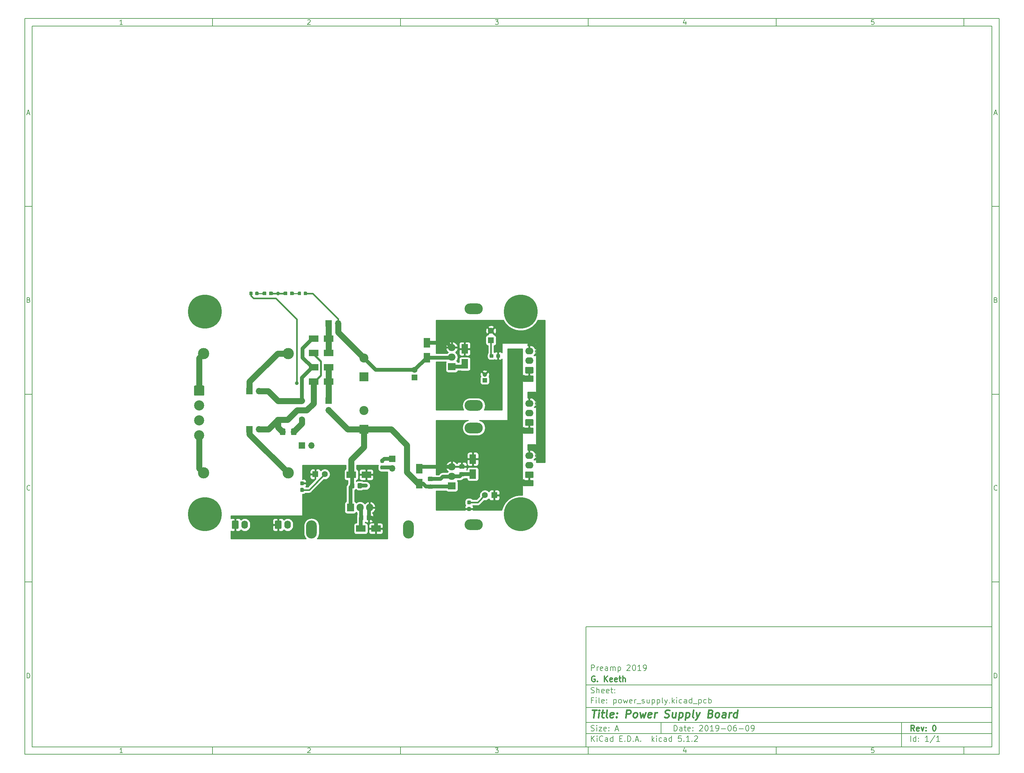
<source format=gbr>
G04 #@! TF.GenerationSoftware,KiCad,Pcbnew,5.1.2*
G04 #@! TF.CreationDate,2019-06-09T21:53:02-04:00*
G04 #@! TF.ProjectId,power_supply,706f7765-725f-4737-9570-706c792e6b69,0*
G04 #@! TF.SameCoordinates,Original*
G04 #@! TF.FileFunction,Copper,L1,Top*
G04 #@! TF.FilePolarity,Positive*
%FSLAX46Y46*%
G04 Gerber Fmt 4.6, Leading zero omitted, Abs format (unit mm)*
G04 Created by KiCad (PCBNEW 5.1.2) date 2019-06-09 21:53:02*
%MOMM*%
%LPD*%
G04 APERTURE LIST*
%ADD10C,0.100000*%
%ADD11C,0.150000*%
%ADD12C,0.300000*%
%ADD13C,0.400000*%
%ADD14C,0.950000*%
%ADD15C,1.150000*%
%ADD16C,1.200000*%
%ADD17R,1.200000X1.200000*%
%ADD18C,3.000000*%
%ADD19O,1.700000X1.700000*%
%ADD20R,1.700000X1.700000*%
%ADD21O,1.740000X2.200000*%
%ADD22C,1.740000*%
%ADD23O,2.850000X4.850000*%
%ADD24O,4.850000X2.850000*%
%ADD25O,1.905000X2.000000*%
%ADD26R,1.905000X2.000000*%
%ADD27R,2.500000X1.800000*%
%ADD28C,1.600000*%
%ADD29R,1.600000X1.600000*%
%ADD30C,2.700000*%
%ADD31C,9.000000*%
%ADD32O,2.000000X1.905000*%
%ADD33R,2.000000X1.905000*%
%ADD34C,1.425000*%
%ADD35O,2.200000X1.740000*%
%ADD36C,0.875000*%
%ADD37R,1.800000X2.500000*%
%ADD38C,2.400000*%
%ADD39R,2.400000X2.400000*%
%ADD40C,1.000000*%
%ADD41C,1.625600*%
%ADD42C,0.508000*%
%ADD43C,0.406400*%
%ADD44C,1.016000*%
%ADD45C,0.250000*%
%ADD46C,0.254000*%
G04 APERTURE END LIST*
D10*
D11*
X159400000Y-171900000D02*
X159400000Y-203900000D01*
X267400000Y-203900000D01*
X267400000Y-171900000D01*
X159400000Y-171900000D01*
D10*
D11*
X10000000Y-10000000D02*
X10000000Y-205900000D01*
X269400000Y-205900000D01*
X269400000Y-10000000D01*
X10000000Y-10000000D01*
D10*
D11*
X12000000Y-12000000D02*
X12000000Y-203900000D01*
X267400000Y-203900000D01*
X267400000Y-12000000D01*
X12000000Y-12000000D01*
D10*
D11*
X60000000Y-12000000D02*
X60000000Y-10000000D01*
D10*
D11*
X110000000Y-12000000D02*
X110000000Y-10000000D01*
D10*
D11*
X160000000Y-12000000D02*
X160000000Y-10000000D01*
D10*
D11*
X210000000Y-12000000D02*
X210000000Y-10000000D01*
D10*
D11*
X260000000Y-12000000D02*
X260000000Y-10000000D01*
D10*
D11*
X36065476Y-11588095D02*
X35322619Y-11588095D01*
X35694047Y-11588095D02*
X35694047Y-10288095D01*
X35570238Y-10473809D01*
X35446428Y-10597619D01*
X35322619Y-10659523D01*
D10*
D11*
X85322619Y-10411904D02*
X85384523Y-10350000D01*
X85508333Y-10288095D01*
X85817857Y-10288095D01*
X85941666Y-10350000D01*
X86003571Y-10411904D01*
X86065476Y-10535714D01*
X86065476Y-10659523D01*
X86003571Y-10845238D01*
X85260714Y-11588095D01*
X86065476Y-11588095D01*
D10*
D11*
X135260714Y-10288095D02*
X136065476Y-10288095D01*
X135632142Y-10783333D01*
X135817857Y-10783333D01*
X135941666Y-10845238D01*
X136003571Y-10907142D01*
X136065476Y-11030952D01*
X136065476Y-11340476D01*
X136003571Y-11464285D01*
X135941666Y-11526190D01*
X135817857Y-11588095D01*
X135446428Y-11588095D01*
X135322619Y-11526190D01*
X135260714Y-11464285D01*
D10*
D11*
X185941666Y-10721428D02*
X185941666Y-11588095D01*
X185632142Y-10226190D02*
X185322619Y-11154761D01*
X186127380Y-11154761D01*
D10*
D11*
X236003571Y-10288095D02*
X235384523Y-10288095D01*
X235322619Y-10907142D01*
X235384523Y-10845238D01*
X235508333Y-10783333D01*
X235817857Y-10783333D01*
X235941666Y-10845238D01*
X236003571Y-10907142D01*
X236065476Y-11030952D01*
X236065476Y-11340476D01*
X236003571Y-11464285D01*
X235941666Y-11526190D01*
X235817857Y-11588095D01*
X235508333Y-11588095D01*
X235384523Y-11526190D01*
X235322619Y-11464285D01*
D10*
D11*
X60000000Y-203900000D02*
X60000000Y-205900000D01*
D10*
D11*
X110000000Y-203900000D02*
X110000000Y-205900000D01*
D10*
D11*
X160000000Y-203900000D02*
X160000000Y-205900000D01*
D10*
D11*
X210000000Y-203900000D02*
X210000000Y-205900000D01*
D10*
D11*
X260000000Y-203900000D02*
X260000000Y-205900000D01*
D10*
D11*
X36065476Y-205488095D02*
X35322619Y-205488095D01*
X35694047Y-205488095D02*
X35694047Y-204188095D01*
X35570238Y-204373809D01*
X35446428Y-204497619D01*
X35322619Y-204559523D01*
D10*
D11*
X85322619Y-204311904D02*
X85384523Y-204250000D01*
X85508333Y-204188095D01*
X85817857Y-204188095D01*
X85941666Y-204250000D01*
X86003571Y-204311904D01*
X86065476Y-204435714D01*
X86065476Y-204559523D01*
X86003571Y-204745238D01*
X85260714Y-205488095D01*
X86065476Y-205488095D01*
D10*
D11*
X135260714Y-204188095D02*
X136065476Y-204188095D01*
X135632142Y-204683333D01*
X135817857Y-204683333D01*
X135941666Y-204745238D01*
X136003571Y-204807142D01*
X136065476Y-204930952D01*
X136065476Y-205240476D01*
X136003571Y-205364285D01*
X135941666Y-205426190D01*
X135817857Y-205488095D01*
X135446428Y-205488095D01*
X135322619Y-205426190D01*
X135260714Y-205364285D01*
D10*
D11*
X185941666Y-204621428D02*
X185941666Y-205488095D01*
X185632142Y-204126190D02*
X185322619Y-205054761D01*
X186127380Y-205054761D01*
D10*
D11*
X236003571Y-204188095D02*
X235384523Y-204188095D01*
X235322619Y-204807142D01*
X235384523Y-204745238D01*
X235508333Y-204683333D01*
X235817857Y-204683333D01*
X235941666Y-204745238D01*
X236003571Y-204807142D01*
X236065476Y-204930952D01*
X236065476Y-205240476D01*
X236003571Y-205364285D01*
X235941666Y-205426190D01*
X235817857Y-205488095D01*
X235508333Y-205488095D01*
X235384523Y-205426190D01*
X235322619Y-205364285D01*
D10*
D11*
X10000000Y-60000000D02*
X12000000Y-60000000D01*
D10*
D11*
X10000000Y-110000000D02*
X12000000Y-110000000D01*
D10*
D11*
X10000000Y-160000000D02*
X12000000Y-160000000D01*
D10*
D11*
X10690476Y-35216666D02*
X11309523Y-35216666D01*
X10566666Y-35588095D02*
X11000000Y-34288095D01*
X11433333Y-35588095D01*
D10*
D11*
X11092857Y-84907142D02*
X11278571Y-84969047D01*
X11340476Y-85030952D01*
X11402380Y-85154761D01*
X11402380Y-85340476D01*
X11340476Y-85464285D01*
X11278571Y-85526190D01*
X11154761Y-85588095D01*
X10659523Y-85588095D01*
X10659523Y-84288095D01*
X11092857Y-84288095D01*
X11216666Y-84350000D01*
X11278571Y-84411904D01*
X11340476Y-84535714D01*
X11340476Y-84659523D01*
X11278571Y-84783333D01*
X11216666Y-84845238D01*
X11092857Y-84907142D01*
X10659523Y-84907142D01*
D10*
D11*
X11402380Y-135464285D02*
X11340476Y-135526190D01*
X11154761Y-135588095D01*
X11030952Y-135588095D01*
X10845238Y-135526190D01*
X10721428Y-135402380D01*
X10659523Y-135278571D01*
X10597619Y-135030952D01*
X10597619Y-134845238D01*
X10659523Y-134597619D01*
X10721428Y-134473809D01*
X10845238Y-134350000D01*
X11030952Y-134288095D01*
X11154761Y-134288095D01*
X11340476Y-134350000D01*
X11402380Y-134411904D01*
D10*
D11*
X10659523Y-185588095D02*
X10659523Y-184288095D01*
X10969047Y-184288095D01*
X11154761Y-184350000D01*
X11278571Y-184473809D01*
X11340476Y-184597619D01*
X11402380Y-184845238D01*
X11402380Y-185030952D01*
X11340476Y-185278571D01*
X11278571Y-185402380D01*
X11154761Y-185526190D01*
X10969047Y-185588095D01*
X10659523Y-185588095D01*
D10*
D11*
X269400000Y-60000000D02*
X267400000Y-60000000D01*
D10*
D11*
X269400000Y-110000000D02*
X267400000Y-110000000D01*
D10*
D11*
X269400000Y-160000000D02*
X267400000Y-160000000D01*
D10*
D11*
X268090476Y-35216666D02*
X268709523Y-35216666D01*
X267966666Y-35588095D02*
X268400000Y-34288095D01*
X268833333Y-35588095D01*
D10*
D11*
X268492857Y-84907142D02*
X268678571Y-84969047D01*
X268740476Y-85030952D01*
X268802380Y-85154761D01*
X268802380Y-85340476D01*
X268740476Y-85464285D01*
X268678571Y-85526190D01*
X268554761Y-85588095D01*
X268059523Y-85588095D01*
X268059523Y-84288095D01*
X268492857Y-84288095D01*
X268616666Y-84350000D01*
X268678571Y-84411904D01*
X268740476Y-84535714D01*
X268740476Y-84659523D01*
X268678571Y-84783333D01*
X268616666Y-84845238D01*
X268492857Y-84907142D01*
X268059523Y-84907142D01*
D10*
D11*
X268802380Y-135464285D02*
X268740476Y-135526190D01*
X268554761Y-135588095D01*
X268430952Y-135588095D01*
X268245238Y-135526190D01*
X268121428Y-135402380D01*
X268059523Y-135278571D01*
X267997619Y-135030952D01*
X267997619Y-134845238D01*
X268059523Y-134597619D01*
X268121428Y-134473809D01*
X268245238Y-134350000D01*
X268430952Y-134288095D01*
X268554761Y-134288095D01*
X268740476Y-134350000D01*
X268802380Y-134411904D01*
D10*
D11*
X268059523Y-185588095D02*
X268059523Y-184288095D01*
X268369047Y-184288095D01*
X268554761Y-184350000D01*
X268678571Y-184473809D01*
X268740476Y-184597619D01*
X268802380Y-184845238D01*
X268802380Y-185030952D01*
X268740476Y-185278571D01*
X268678571Y-185402380D01*
X268554761Y-185526190D01*
X268369047Y-185588095D01*
X268059523Y-185588095D01*
D10*
D11*
X182832142Y-199678571D02*
X182832142Y-198178571D01*
X183189285Y-198178571D01*
X183403571Y-198250000D01*
X183546428Y-198392857D01*
X183617857Y-198535714D01*
X183689285Y-198821428D01*
X183689285Y-199035714D01*
X183617857Y-199321428D01*
X183546428Y-199464285D01*
X183403571Y-199607142D01*
X183189285Y-199678571D01*
X182832142Y-199678571D01*
X184975000Y-199678571D02*
X184975000Y-198892857D01*
X184903571Y-198750000D01*
X184760714Y-198678571D01*
X184475000Y-198678571D01*
X184332142Y-198750000D01*
X184975000Y-199607142D02*
X184832142Y-199678571D01*
X184475000Y-199678571D01*
X184332142Y-199607142D01*
X184260714Y-199464285D01*
X184260714Y-199321428D01*
X184332142Y-199178571D01*
X184475000Y-199107142D01*
X184832142Y-199107142D01*
X184975000Y-199035714D01*
X185475000Y-198678571D02*
X186046428Y-198678571D01*
X185689285Y-198178571D02*
X185689285Y-199464285D01*
X185760714Y-199607142D01*
X185903571Y-199678571D01*
X186046428Y-199678571D01*
X187117857Y-199607142D02*
X186975000Y-199678571D01*
X186689285Y-199678571D01*
X186546428Y-199607142D01*
X186475000Y-199464285D01*
X186475000Y-198892857D01*
X186546428Y-198750000D01*
X186689285Y-198678571D01*
X186975000Y-198678571D01*
X187117857Y-198750000D01*
X187189285Y-198892857D01*
X187189285Y-199035714D01*
X186475000Y-199178571D01*
X187832142Y-199535714D02*
X187903571Y-199607142D01*
X187832142Y-199678571D01*
X187760714Y-199607142D01*
X187832142Y-199535714D01*
X187832142Y-199678571D01*
X187832142Y-198750000D02*
X187903571Y-198821428D01*
X187832142Y-198892857D01*
X187760714Y-198821428D01*
X187832142Y-198750000D01*
X187832142Y-198892857D01*
X189617857Y-198321428D02*
X189689285Y-198250000D01*
X189832142Y-198178571D01*
X190189285Y-198178571D01*
X190332142Y-198250000D01*
X190403571Y-198321428D01*
X190475000Y-198464285D01*
X190475000Y-198607142D01*
X190403571Y-198821428D01*
X189546428Y-199678571D01*
X190475000Y-199678571D01*
X191403571Y-198178571D02*
X191546428Y-198178571D01*
X191689285Y-198250000D01*
X191760714Y-198321428D01*
X191832142Y-198464285D01*
X191903571Y-198750000D01*
X191903571Y-199107142D01*
X191832142Y-199392857D01*
X191760714Y-199535714D01*
X191689285Y-199607142D01*
X191546428Y-199678571D01*
X191403571Y-199678571D01*
X191260714Y-199607142D01*
X191189285Y-199535714D01*
X191117857Y-199392857D01*
X191046428Y-199107142D01*
X191046428Y-198750000D01*
X191117857Y-198464285D01*
X191189285Y-198321428D01*
X191260714Y-198250000D01*
X191403571Y-198178571D01*
X193332142Y-199678571D02*
X192475000Y-199678571D01*
X192903571Y-199678571D02*
X192903571Y-198178571D01*
X192760714Y-198392857D01*
X192617857Y-198535714D01*
X192475000Y-198607142D01*
X194046428Y-199678571D02*
X194332142Y-199678571D01*
X194475000Y-199607142D01*
X194546428Y-199535714D01*
X194689285Y-199321428D01*
X194760714Y-199035714D01*
X194760714Y-198464285D01*
X194689285Y-198321428D01*
X194617857Y-198250000D01*
X194475000Y-198178571D01*
X194189285Y-198178571D01*
X194046428Y-198250000D01*
X193975000Y-198321428D01*
X193903571Y-198464285D01*
X193903571Y-198821428D01*
X193975000Y-198964285D01*
X194046428Y-199035714D01*
X194189285Y-199107142D01*
X194475000Y-199107142D01*
X194617857Y-199035714D01*
X194689285Y-198964285D01*
X194760714Y-198821428D01*
X195403571Y-199107142D02*
X196546428Y-199107142D01*
X197546428Y-198178571D02*
X197689285Y-198178571D01*
X197832142Y-198250000D01*
X197903571Y-198321428D01*
X197975000Y-198464285D01*
X198046428Y-198750000D01*
X198046428Y-199107142D01*
X197975000Y-199392857D01*
X197903571Y-199535714D01*
X197832142Y-199607142D01*
X197689285Y-199678571D01*
X197546428Y-199678571D01*
X197403571Y-199607142D01*
X197332142Y-199535714D01*
X197260714Y-199392857D01*
X197189285Y-199107142D01*
X197189285Y-198750000D01*
X197260714Y-198464285D01*
X197332142Y-198321428D01*
X197403571Y-198250000D01*
X197546428Y-198178571D01*
X199332142Y-198178571D02*
X199046428Y-198178571D01*
X198903571Y-198250000D01*
X198832142Y-198321428D01*
X198689285Y-198535714D01*
X198617857Y-198821428D01*
X198617857Y-199392857D01*
X198689285Y-199535714D01*
X198760714Y-199607142D01*
X198903571Y-199678571D01*
X199189285Y-199678571D01*
X199332142Y-199607142D01*
X199403571Y-199535714D01*
X199475000Y-199392857D01*
X199475000Y-199035714D01*
X199403571Y-198892857D01*
X199332142Y-198821428D01*
X199189285Y-198750000D01*
X198903571Y-198750000D01*
X198760714Y-198821428D01*
X198689285Y-198892857D01*
X198617857Y-199035714D01*
X200117857Y-199107142D02*
X201260714Y-199107142D01*
X202260714Y-198178571D02*
X202403571Y-198178571D01*
X202546428Y-198250000D01*
X202617857Y-198321428D01*
X202689285Y-198464285D01*
X202760714Y-198750000D01*
X202760714Y-199107142D01*
X202689285Y-199392857D01*
X202617857Y-199535714D01*
X202546428Y-199607142D01*
X202403571Y-199678571D01*
X202260714Y-199678571D01*
X202117857Y-199607142D01*
X202046428Y-199535714D01*
X201975000Y-199392857D01*
X201903571Y-199107142D01*
X201903571Y-198750000D01*
X201975000Y-198464285D01*
X202046428Y-198321428D01*
X202117857Y-198250000D01*
X202260714Y-198178571D01*
X203475000Y-199678571D02*
X203760714Y-199678571D01*
X203903571Y-199607142D01*
X203975000Y-199535714D01*
X204117857Y-199321428D01*
X204189285Y-199035714D01*
X204189285Y-198464285D01*
X204117857Y-198321428D01*
X204046428Y-198250000D01*
X203903571Y-198178571D01*
X203617857Y-198178571D01*
X203475000Y-198250000D01*
X203403571Y-198321428D01*
X203332142Y-198464285D01*
X203332142Y-198821428D01*
X203403571Y-198964285D01*
X203475000Y-199035714D01*
X203617857Y-199107142D01*
X203903571Y-199107142D01*
X204046428Y-199035714D01*
X204117857Y-198964285D01*
X204189285Y-198821428D01*
D10*
D11*
X159400000Y-200400000D02*
X267400000Y-200400000D01*
D10*
D11*
X160832142Y-202478571D02*
X160832142Y-200978571D01*
X161689285Y-202478571D02*
X161046428Y-201621428D01*
X161689285Y-200978571D02*
X160832142Y-201835714D01*
X162332142Y-202478571D02*
X162332142Y-201478571D01*
X162332142Y-200978571D02*
X162260714Y-201050000D01*
X162332142Y-201121428D01*
X162403571Y-201050000D01*
X162332142Y-200978571D01*
X162332142Y-201121428D01*
X163903571Y-202335714D02*
X163832142Y-202407142D01*
X163617857Y-202478571D01*
X163475000Y-202478571D01*
X163260714Y-202407142D01*
X163117857Y-202264285D01*
X163046428Y-202121428D01*
X162975000Y-201835714D01*
X162975000Y-201621428D01*
X163046428Y-201335714D01*
X163117857Y-201192857D01*
X163260714Y-201050000D01*
X163475000Y-200978571D01*
X163617857Y-200978571D01*
X163832142Y-201050000D01*
X163903571Y-201121428D01*
X165189285Y-202478571D02*
X165189285Y-201692857D01*
X165117857Y-201550000D01*
X164975000Y-201478571D01*
X164689285Y-201478571D01*
X164546428Y-201550000D01*
X165189285Y-202407142D02*
X165046428Y-202478571D01*
X164689285Y-202478571D01*
X164546428Y-202407142D01*
X164475000Y-202264285D01*
X164475000Y-202121428D01*
X164546428Y-201978571D01*
X164689285Y-201907142D01*
X165046428Y-201907142D01*
X165189285Y-201835714D01*
X166546428Y-202478571D02*
X166546428Y-200978571D01*
X166546428Y-202407142D02*
X166403571Y-202478571D01*
X166117857Y-202478571D01*
X165975000Y-202407142D01*
X165903571Y-202335714D01*
X165832142Y-202192857D01*
X165832142Y-201764285D01*
X165903571Y-201621428D01*
X165975000Y-201550000D01*
X166117857Y-201478571D01*
X166403571Y-201478571D01*
X166546428Y-201550000D01*
X168403571Y-201692857D02*
X168903571Y-201692857D01*
X169117857Y-202478571D02*
X168403571Y-202478571D01*
X168403571Y-200978571D01*
X169117857Y-200978571D01*
X169760714Y-202335714D02*
X169832142Y-202407142D01*
X169760714Y-202478571D01*
X169689285Y-202407142D01*
X169760714Y-202335714D01*
X169760714Y-202478571D01*
X170475000Y-202478571D02*
X170475000Y-200978571D01*
X170832142Y-200978571D01*
X171046428Y-201050000D01*
X171189285Y-201192857D01*
X171260714Y-201335714D01*
X171332142Y-201621428D01*
X171332142Y-201835714D01*
X171260714Y-202121428D01*
X171189285Y-202264285D01*
X171046428Y-202407142D01*
X170832142Y-202478571D01*
X170475000Y-202478571D01*
X171975000Y-202335714D02*
X172046428Y-202407142D01*
X171975000Y-202478571D01*
X171903571Y-202407142D01*
X171975000Y-202335714D01*
X171975000Y-202478571D01*
X172617857Y-202050000D02*
X173332142Y-202050000D01*
X172475000Y-202478571D02*
X172975000Y-200978571D01*
X173475000Y-202478571D01*
X173975000Y-202335714D02*
X174046428Y-202407142D01*
X173975000Y-202478571D01*
X173903571Y-202407142D01*
X173975000Y-202335714D01*
X173975000Y-202478571D01*
X176975000Y-202478571D02*
X176975000Y-200978571D01*
X177117857Y-201907142D02*
X177546428Y-202478571D01*
X177546428Y-201478571D02*
X176975000Y-202050000D01*
X178189285Y-202478571D02*
X178189285Y-201478571D01*
X178189285Y-200978571D02*
X178117857Y-201050000D01*
X178189285Y-201121428D01*
X178260714Y-201050000D01*
X178189285Y-200978571D01*
X178189285Y-201121428D01*
X179546428Y-202407142D02*
X179403571Y-202478571D01*
X179117857Y-202478571D01*
X178975000Y-202407142D01*
X178903571Y-202335714D01*
X178832142Y-202192857D01*
X178832142Y-201764285D01*
X178903571Y-201621428D01*
X178975000Y-201550000D01*
X179117857Y-201478571D01*
X179403571Y-201478571D01*
X179546428Y-201550000D01*
X180832142Y-202478571D02*
X180832142Y-201692857D01*
X180760714Y-201550000D01*
X180617857Y-201478571D01*
X180332142Y-201478571D01*
X180189285Y-201550000D01*
X180832142Y-202407142D02*
X180689285Y-202478571D01*
X180332142Y-202478571D01*
X180189285Y-202407142D01*
X180117857Y-202264285D01*
X180117857Y-202121428D01*
X180189285Y-201978571D01*
X180332142Y-201907142D01*
X180689285Y-201907142D01*
X180832142Y-201835714D01*
X182189285Y-202478571D02*
X182189285Y-200978571D01*
X182189285Y-202407142D02*
X182046428Y-202478571D01*
X181760714Y-202478571D01*
X181617857Y-202407142D01*
X181546428Y-202335714D01*
X181475000Y-202192857D01*
X181475000Y-201764285D01*
X181546428Y-201621428D01*
X181617857Y-201550000D01*
X181760714Y-201478571D01*
X182046428Y-201478571D01*
X182189285Y-201550000D01*
X184760714Y-200978571D02*
X184046428Y-200978571D01*
X183975000Y-201692857D01*
X184046428Y-201621428D01*
X184189285Y-201550000D01*
X184546428Y-201550000D01*
X184689285Y-201621428D01*
X184760714Y-201692857D01*
X184832142Y-201835714D01*
X184832142Y-202192857D01*
X184760714Y-202335714D01*
X184689285Y-202407142D01*
X184546428Y-202478571D01*
X184189285Y-202478571D01*
X184046428Y-202407142D01*
X183975000Y-202335714D01*
X185475000Y-202335714D02*
X185546428Y-202407142D01*
X185475000Y-202478571D01*
X185403571Y-202407142D01*
X185475000Y-202335714D01*
X185475000Y-202478571D01*
X186975000Y-202478571D02*
X186117857Y-202478571D01*
X186546428Y-202478571D02*
X186546428Y-200978571D01*
X186403571Y-201192857D01*
X186260714Y-201335714D01*
X186117857Y-201407142D01*
X187617857Y-202335714D02*
X187689285Y-202407142D01*
X187617857Y-202478571D01*
X187546428Y-202407142D01*
X187617857Y-202335714D01*
X187617857Y-202478571D01*
X188260714Y-201121428D02*
X188332142Y-201050000D01*
X188475000Y-200978571D01*
X188832142Y-200978571D01*
X188975000Y-201050000D01*
X189046428Y-201121428D01*
X189117857Y-201264285D01*
X189117857Y-201407142D01*
X189046428Y-201621428D01*
X188189285Y-202478571D01*
X189117857Y-202478571D01*
D10*
D11*
X159400000Y-197400000D02*
X267400000Y-197400000D01*
D10*
D12*
X246809285Y-199678571D02*
X246309285Y-198964285D01*
X245952142Y-199678571D02*
X245952142Y-198178571D01*
X246523571Y-198178571D01*
X246666428Y-198250000D01*
X246737857Y-198321428D01*
X246809285Y-198464285D01*
X246809285Y-198678571D01*
X246737857Y-198821428D01*
X246666428Y-198892857D01*
X246523571Y-198964285D01*
X245952142Y-198964285D01*
X248023571Y-199607142D02*
X247880714Y-199678571D01*
X247595000Y-199678571D01*
X247452142Y-199607142D01*
X247380714Y-199464285D01*
X247380714Y-198892857D01*
X247452142Y-198750000D01*
X247595000Y-198678571D01*
X247880714Y-198678571D01*
X248023571Y-198750000D01*
X248095000Y-198892857D01*
X248095000Y-199035714D01*
X247380714Y-199178571D01*
X248595000Y-198678571D02*
X248952142Y-199678571D01*
X249309285Y-198678571D01*
X249880714Y-199535714D02*
X249952142Y-199607142D01*
X249880714Y-199678571D01*
X249809285Y-199607142D01*
X249880714Y-199535714D01*
X249880714Y-199678571D01*
X249880714Y-198750000D02*
X249952142Y-198821428D01*
X249880714Y-198892857D01*
X249809285Y-198821428D01*
X249880714Y-198750000D01*
X249880714Y-198892857D01*
X252023571Y-198178571D02*
X252166428Y-198178571D01*
X252309285Y-198250000D01*
X252380714Y-198321428D01*
X252452142Y-198464285D01*
X252523571Y-198750000D01*
X252523571Y-199107142D01*
X252452142Y-199392857D01*
X252380714Y-199535714D01*
X252309285Y-199607142D01*
X252166428Y-199678571D01*
X252023571Y-199678571D01*
X251880714Y-199607142D01*
X251809285Y-199535714D01*
X251737857Y-199392857D01*
X251666428Y-199107142D01*
X251666428Y-198750000D01*
X251737857Y-198464285D01*
X251809285Y-198321428D01*
X251880714Y-198250000D01*
X252023571Y-198178571D01*
D10*
D11*
X160760714Y-199607142D02*
X160975000Y-199678571D01*
X161332142Y-199678571D01*
X161475000Y-199607142D01*
X161546428Y-199535714D01*
X161617857Y-199392857D01*
X161617857Y-199250000D01*
X161546428Y-199107142D01*
X161475000Y-199035714D01*
X161332142Y-198964285D01*
X161046428Y-198892857D01*
X160903571Y-198821428D01*
X160832142Y-198750000D01*
X160760714Y-198607142D01*
X160760714Y-198464285D01*
X160832142Y-198321428D01*
X160903571Y-198250000D01*
X161046428Y-198178571D01*
X161403571Y-198178571D01*
X161617857Y-198250000D01*
X162260714Y-199678571D02*
X162260714Y-198678571D01*
X162260714Y-198178571D02*
X162189285Y-198250000D01*
X162260714Y-198321428D01*
X162332142Y-198250000D01*
X162260714Y-198178571D01*
X162260714Y-198321428D01*
X162832142Y-198678571D02*
X163617857Y-198678571D01*
X162832142Y-199678571D01*
X163617857Y-199678571D01*
X164760714Y-199607142D02*
X164617857Y-199678571D01*
X164332142Y-199678571D01*
X164189285Y-199607142D01*
X164117857Y-199464285D01*
X164117857Y-198892857D01*
X164189285Y-198750000D01*
X164332142Y-198678571D01*
X164617857Y-198678571D01*
X164760714Y-198750000D01*
X164832142Y-198892857D01*
X164832142Y-199035714D01*
X164117857Y-199178571D01*
X165475000Y-199535714D02*
X165546428Y-199607142D01*
X165475000Y-199678571D01*
X165403571Y-199607142D01*
X165475000Y-199535714D01*
X165475000Y-199678571D01*
X165475000Y-198750000D02*
X165546428Y-198821428D01*
X165475000Y-198892857D01*
X165403571Y-198821428D01*
X165475000Y-198750000D01*
X165475000Y-198892857D01*
X167260714Y-199250000D02*
X167975000Y-199250000D01*
X167117857Y-199678571D02*
X167617857Y-198178571D01*
X168117857Y-199678571D01*
D10*
D11*
X245832142Y-202478571D02*
X245832142Y-200978571D01*
X247189285Y-202478571D02*
X247189285Y-200978571D01*
X247189285Y-202407142D02*
X247046428Y-202478571D01*
X246760714Y-202478571D01*
X246617857Y-202407142D01*
X246546428Y-202335714D01*
X246475000Y-202192857D01*
X246475000Y-201764285D01*
X246546428Y-201621428D01*
X246617857Y-201550000D01*
X246760714Y-201478571D01*
X247046428Y-201478571D01*
X247189285Y-201550000D01*
X247903571Y-202335714D02*
X247975000Y-202407142D01*
X247903571Y-202478571D01*
X247832142Y-202407142D01*
X247903571Y-202335714D01*
X247903571Y-202478571D01*
X247903571Y-201550000D02*
X247975000Y-201621428D01*
X247903571Y-201692857D01*
X247832142Y-201621428D01*
X247903571Y-201550000D01*
X247903571Y-201692857D01*
X250546428Y-202478571D02*
X249689285Y-202478571D01*
X250117857Y-202478571D02*
X250117857Y-200978571D01*
X249975000Y-201192857D01*
X249832142Y-201335714D01*
X249689285Y-201407142D01*
X252260714Y-200907142D02*
X250975000Y-202835714D01*
X253546428Y-202478571D02*
X252689285Y-202478571D01*
X253117857Y-202478571D02*
X253117857Y-200978571D01*
X252975000Y-201192857D01*
X252832142Y-201335714D01*
X252689285Y-201407142D01*
D10*
D11*
X159400000Y-193400000D02*
X267400000Y-193400000D01*
D10*
D13*
X161112380Y-194104761D02*
X162255238Y-194104761D01*
X161433809Y-196104761D02*
X161683809Y-194104761D01*
X162671904Y-196104761D02*
X162838571Y-194771428D01*
X162921904Y-194104761D02*
X162814761Y-194200000D01*
X162898095Y-194295238D01*
X163005238Y-194200000D01*
X162921904Y-194104761D01*
X162898095Y-194295238D01*
X163505238Y-194771428D02*
X164267142Y-194771428D01*
X163874285Y-194104761D02*
X163660000Y-195819047D01*
X163731428Y-196009523D01*
X163910000Y-196104761D01*
X164100476Y-196104761D01*
X165052857Y-196104761D02*
X164874285Y-196009523D01*
X164802857Y-195819047D01*
X165017142Y-194104761D01*
X166588571Y-196009523D02*
X166386190Y-196104761D01*
X166005238Y-196104761D01*
X165826666Y-196009523D01*
X165755238Y-195819047D01*
X165850476Y-195057142D01*
X165969523Y-194866666D01*
X166171904Y-194771428D01*
X166552857Y-194771428D01*
X166731428Y-194866666D01*
X166802857Y-195057142D01*
X166779047Y-195247619D01*
X165802857Y-195438095D01*
X167552857Y-195914285D02*
X167636190Y-196009523D01*
X167529047Y-196104761D01*
X167445714Y-196009523D01*
X167552857Y-195914285D01*
X167529047Y-196104761D01*
X167683809Y-194866666D02*
X167767142Y-194961904D01*
X167660000Y-195057142D01*
X167576666Y-194961904D01*
X167683809Y-194866666D01*
X167660000Y-195057142D01*
X170005238Y-196104761D02*
X170255238Y-194104761D01*
X171017142Y-194104761D01*
X171195714Y-194200000D01*
X171279047Y-194295238D01*
X171350476Y-194485714D01*
X171314761Y-194771428D01*
X171195714Y-194961904D01*
X171088571Y-195057142D01*
X170886190Y-195152380D01*
X170124285Y-195152380D01*
X172290952Y-196104761D02*
X172112380Y-196009523D01*
X172029047Y-195914285D01*
X171957619Y-195723809D01*
X172029047Y-195152380D01*
X172148095Y-194961904D01*
X172255238Y-194866666D01*
X172457619Y-194771428D01*
X172743333Y-194771428D01*
X172921904Y-194866666D01*
X173005238Y-194961904D01*
X173076666Y-195152380D01*
X173005238Y-195723809D01*
X172886190Y-195914285D01*
X172779047Y-196009523D01*
X172576666Y-196104761D01*
X172290952Y-196104761D01*
X173790952Y-194771428D02*
X174005238Y-196104761D01*
X174505238Y-195152380D01*
X174767142Y-196104761D01*
X175314761Y-194771428D01*
X176683809Y-196009523D02*
X176481428Y-196104761D01*
X176100476Y-196104761D01*
X175921904Y-196009523D01*
X175850476Y-195819047D01*
X175945714Y-195057142D01*
X176064761Y-194866666D01*
X176267142Y-194771428D01*
X176648095Y-194771428D01*
X176826666Y-194866666D01*
X176898095Y-195057142D01*
X176874285Y-195247619D01*
X175898095Y-195438095D01*
X177624285Y-196104761D02*
X177790952Y-194771428D01*
X177743333Y-195152380D02*
X177862380Y-194961904D01*
X177969523Y-194866666D01*
X178171904Y-194771428D01*
X178362380Y-194771428D01*
X180302857Y-196009523D02*
X180576666Y-196104761D01*
X181052857Y-196104761D01*
X181255238Y-196009523D01*
X181362380Y-195914285D01*
X181481428Y-195723809D01*
X181505238Y-195533333D01*
X181433809Y-195342857D01*
X181350476Y-195247619D01*
X181171904Y-195152380D01*
X180802857Y-195057142D01*
X180624285Y-194961904D01*
X180540952Y-194866666D01*
X180469523Y-194676190D01*
X180493333Y-194485714D01*
X180612380Y-194295238D01*
X180719523Y-194200000D01*
X180921904Y-194104761D01*
X181398095Y-194104761D01*
X181671904Y-194200000D01*
X183314761Y-194771428D02*
X183148095Y-196104761D01*
X182457619Y-194771428D02*
X182326666Y-195819047D01*
X182398095Y-196009523D01*
X182576666Y-196104761D01*
X182862380Y-196104761D01*
X183064761Y-196009523D01*
X183171904Y-195914285D01*
X184267142Y-194771428D02*
X184017142Y-196771428D01*
X184255238Y-194866666D02*
X184457619Y-194771428D01*
X184838571Y-194771428D01*
X185017142Y-194866666D01*
X185100476Y-194961904D01*
X185171904Y-195152380D01*
X185100476Y-195723809D01*
X184981428Y-195914285D01*
X184874285Y-196009523D01*
X184671904Y-196104761D01*
X184290952Y-196104761D01*
X184112380Y-196009523D01*
X186076666Y-194771428D02*
X185826666Y-196771428D01*
X186064761Y-194866666D02*
X186267142Y-194771428D01*
X186648095Y-194771428D01*
X186826666Y-194866666D01*
X186910000Y-194961904D01*
X186981428Y-195152380D01*
X186910000Y-195723809D01*
X186790952Y-195914285D01*
X186683809Y-196009523D01*
X186481428Y-196104761D01*
X186100476Y-196104761D01*
X185921904Y-196009523D01*
X188005238Y-196104761D02*
X187826666Y-196009523D01*
X187755238Y-195819047D01*
X187969523Y-194104761D01*
X188743333Y-194771428D02*
X189052857Y-196104761D01*
X189695714Y-194771428D02*
X189052857Y-196104761D01*
X188802857Y-196580952D01*
X188695714Y-196676190D01*
X188493333Y-196771428D01*
X192612380Y-195057142D02*
X192886190Y-195152380D01*
X192969523Y-195247619D01*
X193040952Y-195438095D01*
X193005238Y-195723809D01*
X192886190Y-195914285D01*
X192779047Y-196009523D01*
X192576666Y-196104761D01*
X191814761Y-196104761D01*
X192064761Y-194104761D01*
X192731428Y-194104761D01*
X192910000Y-194200000D01*
X192993333Y-194295238D01*
X193064761Y-194485714D01*
X193040952Y-194676190D01*
X192921904Y-194866666D01*
X192814761Y-194961904D01*
X192612380Y-195057142D01*
X191945714Y-195057142D01*
X194100476Y-196104761D02*
X193921904Y-196009523D01*
X193838571Y-195914285D01*
X193767142Y-195723809D01*
X193838571Y-195152380D01*
X193957619Y-194961904D01*
X194064761Y-194866666D01*
X194267142Y-194771428D01*
X194552857Y-194771428D01*
X194731428Y-194866666D01*
X194814761Y-194961904D01*
X194886190Y-195152380D01*
X194814761Y-195723809D01*
X194695714Y-195914285D01*
X194588571Y-196009523D01*
X194386190Y-196104761D01*
X194100476Y-196104761D01*
X196481428Y-196104761D02*
X196612380Y-195057142D01*
X196540952Y-194866666D01*
X196362380Y-194771428D01*
X195981428Y-194771428D01*
X195779047Y-194866666D01*
X196493333Y-196009523D02*
X196290952Y-196104761D01*
X195814761Y-196104761D01*
X195636190Y-196009523D01*
X195564761Y-195819047D01*
X195588571Y-195628571D01*
X195707619Y-195438095D01*
X195910000Y-195342857D01*
X196386190Y-195342857D01*
X196588571Y-195247619D01*
X197433809Y-196104761D02*
X197600476Y-194771428D01*
X197552857Y-195152380D02*
X197671904Y-194961904D01*
X197779047Y-194866666D01*
X197981428Y-194771428D01*
X198171904Y-194771428D01*
X199529047Y-196104761D02*
X199779047Y-194104761D01*
X199540952Y-196009523D02*
X199338571Y-196104761D01*
X198957619Y-196104761D01*
X198779047Y-196009523D01*
X198695714Y-195914285D01*
X198624285Y-195723809D01*
X198695714Y-195152380D01*
X198814761Y-194961904D01*
X198921904Y-194866666D01*
X199124285Y-194771428D01*
X199505238Y-194771428D01*
X199683809Y-194866666D01*
D10*
D11*
X161332142Y-191492857D02*
X160832142Y-191492857D01*
X160832142Y-192278571D02*
X160832142Y-190778571D01*
X161546428Y-190778571D01*
X162117857Y-192278571D02*
X162117857Y-191278571D01*
X162117857Y-190778571D02*
X162046428Y-190850000D01*
X162117857Y-190921428D01*
X162189285Y-190850000D01*
X162117857Y-190778571D01*
X162117857Y-190921428D01*
X163046428Y-192278571D02*
X162903571Y-192207142D01*
X162832142Y-192064285D01*
X162832142Y-190778571D01*
X164189285Y-192207142D02*
X164046428Y-192278571D01*
X163760714Y-192278571D01*
X163617857Y-192207142D01*
X163546428Y-192064285D01*
X163546428Y-191492857D01*
X163617857Y-191350000D01*
X163760714Y-191278571D01*
X164046428Y-191278571D01*
X164189285Y-191350000D01*
X164260714Y-191492857D01*
X164260714Y-191635714D01*
X163546428Y-191778571D01*
X164903571Y-192135714D02*
X164975000Y-192207142D01*
X164903571Y-192278571D01*
X164832142Y-192207142D01*
X164903571Y-192135714D01*
X164903571Y-192278571D01*
X164903571Y-191350000D02*
X164975000Y-191421428D01*
X164903571Y-191492857D01*
X164832142Y-191421428D01*
X164903571Y-191350000D01*
X164903571Y-191492857D01*
X166760714Y-191278571D02*
X166760714Y-192778571D01*
X166760714Y-191350000D02*
X166903571Y-191278571D01*
X167189285Y-191278571D01*
X167332142Y-191350000D01*
X167403571Y-191421428D01*
X167475000Y-191564285D01*
X167475000Y-191992857D01*
X167403571Y-192135714D01*
X167332142Y-192207142D01*
X167189285Y-192278571D01*
X166903571Y-192278571D01*
X166760714Y-192207142D01*
X168332142Y-192278571D02*
X168189285Y-192207142D01*
X168117857Y-192135714D01*
X168046428Y-191992857D01*
X168046428Y-191564285D01*
X168117857Y-191421428D01*
X168189285Y-191350000D01*
X168332142Y-191278571D01*
X168546428Y-191278571D01*
X168689285Y-191350000D01*
X168760714Y-191421428D01*
X168832142Y-191564285D01*
X168832142Y-191992857D01*
X168760714Y-192135714D01*
X168689285Y-192207142D01*
X168546428Y-192278571D01*
X168332142Y-192278571D01*
X169332142Y-191278571D02*
X169617857Y-192278571D01*
X169903571Y-191564285D01*
X170189285Y-192278571D01*
X170475000Y-191278571D01*
X171617857Y-192207142D02*
X171475000Y-192278571D01*
X171189285Y-192278571D01*
X171046428Y-192207142D01*
X170975000Y-192064285D01*
X170975000Y-191492857D01*
X171046428Y-191350000D01*
X171189285Y-191278571D01*
X171475000Y-191278571D01*
X171617857Y-191350000D01*
X171689285Y-191492857D01*
X171689285Y-191635714D01*
X170975000Y-191778571D01*
X172332142Y-192278571D02*
X172332142Y-191278571D01*
X172332142Y-191564285D02*
X172403571Y-191421428D01*
X172475000Y-191350000D01*
X172617857Y-191278571D01*
X172760714Y-191278571D01*
X172903571Y-192421428D02*
X174046428Y-192421428D01*
X174332142Y-192207142D02*
X174475000Y-192278571D01*
X174760714Y-192278571D01*
X174903571Y-192207142D01*
X174975000Y-192064285D01*
X174975000Y-191992857D01*
X174903571Y-191850000D01*
X174760714Y-191778571D01*
X174546428Y-191778571D01*
X174403571Y-191707142D01*
X174332142Y-191564285D01*
X174332142Y-191492857D01*
X174403571Y-191350000D01*
X174546428Y-191278571D01*
X174760714Y-191278571D01*
X174903571Y-191350000D01*
X176260714Y-191278571D02*
X176260714Y-192278571D01*
X175617857Y-191278571D02*
X175617857Y-192064285D01*
X175689285Y-192207142D01*
X175832142Y-192278571D01*
X176046428Y-192278571D01*
X176189285Y-192207142D01*
X176260714Y-192135714D01*
X176975000Y-191278571D02*
X176975000Y-192778571D01*
X176975000Y-191350000D02*
X177117857Y-191278571D01*
X177403571Y-191278571D01*
X177546428Y-191350000D01*
X177617857Y-191421428D01*
X177689285Y-191564285D01*
X177689285Y-191992857D01*
X177617857Y-192135714D01*
X177546428Y-192207142D01*
X177403571Y-192278571D01*
X177117857Y-192278571D01*
X176975000Y-192207142D01*
X178332142Y-191278571D02*
X178332142Y-192778571D01*
X178332142Y-191350000D02*
X178475000Y-191278571D01*
X178760714Y-191278571D01*
X178903571Y-191350000D01*
X178975000Y-191421428D01*
X179046428Y-191564285D01*
X179046428Y-191992857D01*
X178975000Y-192135714D01*
X178903571Y-192207142D01*
X178760714Y-192278571D01*
X178475000Y-192278571D01*
X178332142Y-192207142D01*
X179903571Y-192278571D02*
X179760714Y-192207142D01*
X179689285Y-192064285D01*
X179689285Y-190778571D01*
X180332142Y-191278571D02*
X180689285Y-192278571D01*
X181046428Y-191278571D02*
X180689285Y-192278571D01*
X180546428Y-192635714D01*
X180475000Y-192707142D01*
X180332142Y-192778571D01*
X181617857Y-192135714D02*
X181689285Y-192207142D01*
X181617857Y-192278571D01*
X181546428Y-192207142D01*
X181617857Y-192135714D01*
X181617857Y-192278571D01*
X182332142Y-192278571D02*
X182332142Y-190778571D01*
X182475000Y-191707142D02*
X182903571Y-192278571D01*
X182903571Y-191278571D02*
X182332142Y-191850000D01*
X183546428Y-192278571D02*
X183546428Y-191278571D01*
X183546428Y-190778571D02*
X183475000Y-190850000D01*
X183546428Y-190921428D01*
X183617857Y-190850000D01*
X183546428Y-190778571D01*
X183546428Y-190921428D01*
X184903571Y-192207142D02*
X184760714Y-192278571D01*
X184475000Y-192278571D01*
X184332142Y-192207142D01*
X184260714Y-192135714D01*
X184189285Y-191992857D01*
X184189285Y-191564285D01*
X184260714Y-191421428D01*
X184332142Y-191350000D01*
X184475000Y-191278571D01*
X184760714Y-191278571D01*
X184903571Y-191350000D01*
X186189285Y-192278571D02*
X186189285Y-191492857D01*
X186117857Y-191350000D01*
X185975000Y-191278571D01*
X185689285Y-191278571D01*
X185546428Y-191350000D01*
X186189285Y-192207142D02*
X186046428Y-192278571D01*
X185689285Y-192278571D01*
X185546428Y-192207142D01*
X185475000Y-192064285D01*
X185475000Y-191921428D01*
X185546428Y-191778571D01*
X185689285Y-191707142D01*
X186046428Y-191707142D01*
X186189285Y-191635714D01*
X187546428Y-192278571D02*
X187546428Y-190778571D01*
X187546428Y-192207142D02*
X187403571Y-192278571D01*
X187117857Y-192278571D01*
X186975000Y-192207142D01*
X186903571Y-192135714D01*
X186832142Y-191992857D01*
X186832142Y-191564285D01*
X186903571Y-191421428D01*
X186975000Y-191350000D01*
X187117857Y-191278571D01*
X187403571Y-191278571D01*
X187546428Y-191350000D01*
X187903571Y-192421428D02*
X189046428Y-192421428D01*
X189403571Y-191278571D02*
X189403571Y-192778571D01*
X189403571Y-191350000D02*
X189546428Y-191278571D01*
X189832142Y-191278571D01*
X189975000Y-191350000D01*
X190046428Y-191421428D01*
X190117857Y-191564285D01*
X190117857Y-191992857D01*
X190046428Y-192135714D01*
X189975000Y-192207142D01*
X189832142Y-192278571D01*
X189546428Y-192278571D01*
X189403571Y-192207142D01*
X191403571Y-192207142D02*
X191260714Y-192278571D01*
X190975000Y-192278571D01*
X190832142Y-192207142D01*
X190760714Y-192135714D01*
X190689285Y-191992857D01*
X190689285Y-191564285D01*
X190760714Y-191421428D01*
X190832142Y-191350000D01*
X190975000Y-191278571D01*
X191260714Y-191278571D01*
X191403571Y-191350000D01*
X192046428Y-192278571D02*
X192046428Y-190778571D01*
X192046428Y-191350000D02*
X192189285Y-191278571D01*
X192475000Y-191278571D01*
X192617857Y-191350000D01*
X192689285Y-191421428D01*
X192760714Y-191564285D01*
X192760714Y-191992857D01*
X192689285Y-192135714D01*
X192617857Y-192207142D01*
X192475000Y-192278571D01*
X192189285Y-192278571D01*
X192046428Y-192207142D01*
D10*
D11*
X159400000Y-187400000D02*
X267400000Y-187400000D01*
D10*
D11*
X160760714Y-189507142D02*
X160975000Y-189578571D01*
X161332142Y-189578571D01*
X161475000Y-189507142D01*
X161546428Y-189435714D01*
X161617857Y-189292857D01*
X161617857Y-189150000D01*
X161546428Y-189007142D01*
X161475000Y-188935714D01*
X161332142Y-188864285D01*
X161046428Y-188792857D01*
X160903571Y-188721428D01*
X160832142Y-188650000D01*
X160760714Y-188507142D01*
X160760714Y-188364285D01*
X160832142Y-188221428D01*
X160903571Y-188150000D01*
X161046428Y-188078571D01*
X161403571Y-188078571D01*
X161617857Y-188150000D01*
X162260714Y-189578571D02*
X162260714Y-188078571D01*
X162903571Y-189578571D02*
X162903571Y-188792857D01*
X162832142Y-188650000D01*
X162689285Y-188578571D01*
X162475000Y-188578571D01*
X162332142Y-188650000D01*
X162260714Y-188721428D01*
X164189285Y-189507142D02*
X164046428Y-189578571D01*
X163760714Y-189578571D01*
X163617857Y-189507142D01*
X163546428Y-189364285D01*
X163546428Y-188792857D01*
X163617857Y-188650000D01*
X163760714Y-188578571D01*
X164046428Y-188578571D01*
X164189285Y-188650000D01*
X164260714Y-188792857D01*
X164260714Y-188935714D01*
X163546428Y-189078571D01*
X165475000Y-189507142D02*
X165332142Y-189578571D01*
X165046428Y-189578571D01*
X164903571Y-189507142D01*
X164832142Y-189364285D01*
X164832142Y-188792857D01*
X164903571Y-188650000D01*
X165046428Y-188578571D01*
X165332142Y-188578571D01*
X165475000Y-188650000D01*
X165546428Y-188792857D01*
X165546428Y-188935714D01*
X164832142Y-189078571D01*
X165975000Y-188578571D02*
X166546428Y-188578571D01*
X166189285Y-188078571D02*
X166189285Y-189364285D01*
X166260714Y-189507142D01*
X166403571Y-189578571D01*
X166546428Y-189578571D01*
X167046428Y-189435714D02*
X167117857Y-189507142D01*
X167046428Y-189578571D01*
X166975000Y-189507142D01*
X167046428Y-189435714D01*
X167046428Y-189578571D01*
X167046428Y-188650000D02*
X167117857Y-188721428D01*
X167046428Y-188792857D01*
X166975000Y-188721428D01*
X167046428Y-188650000D01*
X167046428Y-188792857D01*
D10*
D12*
X161737857Y-185150000D02*
X161595000Y-185078571D01*
X161380714Y-185078571D01*
X161166428Y-185150000D01*
X161023571Y-185292857D01*
X160952142Y-185435714D01*
X160880714Y-185721428D01*
X160880714Y-185935714D01*
X160952142Y-186221428D01*
X161023571Y-186364285D01*
X161166428Y-186507142D01*
X161380714Y-186578571D01*
X161523571Y-186578571D01*
X161737857Y-186507142D01*
X161809285Y-186435714D01*
X161809285Y-185935714D01*
X161523571Y-185935714D01*
X162452142Y-186435714D02*
X162523571Y-186507142D01*
X162452142Y-186578571D01*
X162380714Y-186507142D01*
X162452142Y-186435714D01*
X162452142Y-186578571D01*
X164309285Y-186578571D02*
X164309285Y-185078571D01*
X165166428Y-186578571D02*
X164523571Y-185721428D01*
X165166428Y-185078571D02*
X164309285Y-185935714D01*
X166380714Y-186507142D02*
X166237857Y-186578571D01*
X165952142Y-186578571D01*
X165809285Y-186507142D01*
X165737857Y-186364285D01*
X165737857Y-185792857D01*
X165809285Y-185650000D01*
X165952142Y-185578571D01*
X166237857Y-185578571D01*
X166380714Y-185650000D01*
X166452142Y-185792857D01*
X166452142Y-185935714D01*
X165737857Y-186078571D01*
X167666428Y-186507142D02*
X167523571Y-186578571D01*
X167237857Y-186578571D01*
X167095000Y-186507142D01*
X167023571Y-186364285D01*
X167023571Y-185792857D01*
X167095000Y-185650000D01*
X167237857Y-185578571D01*
X167523571Y-185578571D01*
X167666428Y-185650000D01*
X167737857Y-185792857D01*
X167737857Y-185935714D01*
X167023571Y-186078571D01*
X168166428Y-185578571D02*
X168737857Y-185578571D01*
X168380714Y-185078571D02*
X168380714Y-186364285D01*
X168452142Y-186507142D01*
X168595000Y-186578571D01*
X168737857Y-186578571D01*
X169237857Y-186578571D02*
X169237857Y-185078571D01*
X169880714Y-186578571D02*
X169880714Y-185792857D01*
X169809285Y-185650000D01*
X169666428Y-185578571D01*
X169452142Y-185578571D01*
X169309285Y-185650000D01*
X169237857Y-185721428D01*
D10*
D11*
X160832142Y-183578571D02*
X160832142Y-182078571D01*
X161403571Y-182078571D01*
X161546428Y-182150000D01*
X161617857Y-182221428D01*
X161689285Y-182364285D01*
X161689285Y-182578571D01*
X161617857Y-182721428D01*
X161546428Y-182792857D01*
X161403571Y-182864285D01*
X160832142Y-182864285D01*
X162332142Y-183578571D02*
X162332142Y-182578571D01*
X162332142Y-182864285D02*
X162403571Y-182721428D01*
X162475000Y-182650000D01*
X162617857Y-182578571D01*
X162760714Y-182578571D01*
X163832142Y-183507142D02*
X163689285Y-183578571D01*
X163403571Y-183578571D01*
X163260714Y-183507142D01*
X163189285Y-183364285D01*
X163189285Y-182792857D01*
X163260714Y-182650000D01*
X163403571Y-182578571D01*
X163689285Y-182578571D01*
X163832142Y-182650000D01*
X163903571Y-182792857D01*
X163903571Y-182935714D01*
X163189285Y-183078571D01*
X165189285Y-183578571D02*
X165189285Y-182792857D01*
X165117857Y-182650000D01*
X164975000Y-182578571D01*
X164689285Y-182578571D01*
X164546428Y-182650000D01*
X165189285Y-183507142D02*
X165046428Y-183578571D01*
X164689285Y-183578571D01*
X164546428Y-183507142D01*
X164475000Y-183364285D01*
X164475000Y-183221428D01*
X164546428Y-183078571D01*
X164689285Y-183007142D01*
X165046428Y-183007142D01*
X165189285Y-182935714D01*
X165903571Y-183578571D02*
X165903571Y-182578571D01*
X165903571Y-182721428D02*
X165975000Y-182650000D01*
X166117857Y-182578571D01*
X166332142Y-182578571D01*
X166475000Y-182650000D01*
X166546428Y-182792857D01*
X166546428Y-183578571D01*
X166546428Y-182792857D02*
X166617857Y-182650000D01*
X166760714Y-182578571D01*
X166975000Y-182578571D01*
X167117857Y-182650000D01*
X167189285Y-182792857D01*
X167189285Y-183578571D01*
X167903571Y-182578571D02*
X167903571Y-184078571D01*
X167903571Y-182650000D02*
X168046428Y-182578571D01*
X168332142Y-182578571D01*
X168475000Y-182650000D01*
X168546428Y-182721428D01*
X168617857Y-182864285D01*
X168617857Y-183292857D01*
X168546428Y-183435714D01*
X168475000Y-183507142D01*
X168332142Y-183578571D01*
X168046428Y-183578571D01*
X167903571Y-183507142D01*
X170332142Y-182221428D02*
X170403571Y-182150000D01*
X170546428Y-182078571D01*
X170903571Y-182078571D01*
X171046428Y-182150000D01*
X171117857Y-182221428D01*
X171189285Y-182364285D01*
X171189285Y-182507142D01*
X171117857Y-182721428D01*
X170260714Y-183578571D01*
X171189285Y-183578571D01*
X172117857Y-182078571D02*
X172260714Y-182078571D01*
X172403571Y-182150000D01*
X172475000Y-182221428D01*
X172546428Y-182364285D01*
X172617857Y-182650000D01*
X172617857Y-183007142D01*
X172546428Y-183292857D01*
X172475000Y-183435714D01*
X172403571Y-183507142D01*
X172260714Y-183578571D01*
X172117857Y-183578571D01*
X171975000Y-183507142D01*
X171903571Y-183435714D01*
X171832142Y-183292857D01*
X171760714Y-183007142D01*
X171760714Y-182650000D01*
X171832142Y-182364285D01*
X171903571Y-182221428D01*
X171975000Y-182150000D01*
X172117857Y-182078571D01*
X174046428Y-183578571D02*
X173189285Y-183578571D01*
X173617857Y-183578571D02*
X173617857Y-182078571D01*
X173475000Y-182292857D01*
X173332142Y-182435714D01*
X173189285Y-182507142D01*
X174760714Y-183578571D02*
X175046428Y-183578571D01*
X175189285Y-183507142D01*
X175260714Y-183435714D01*
X175403571Y-183221428D01*
X175475000Y-182935714D01*
X175475000Y-182364285D01*
X175403571Y-182221428D01*
X175332142Y-182150000D01*
X175189285Y-182078571D01*
X174903571Y-182078571D01*
X174760714Y-182150000D01*
X174689285Y-182221428D01*
X174617857Y-182364285D01*
X174617857Y-182721428D01*
X174689285Y-182864285D01*
X174760714Y-182935714D01*
X174903571Y-183007142D01*
X175189285Y-183007142D01*
X175332142Y-182935714D01*
X175403571Y-182864285D01*
X175475000Y-182721428D01*
D10*
D11*
X179400000Y-197400000D02*
X179400000Y-200400000D01*
D10*
D11*
X243400000Y-197400000D02*
X243400000Y-203900000D01*
D10*
G36*
X84080779Y-134971144D02*
G01*
X84103834Y-134974563D01*
X84126443Y-134980227D01*
X84148387Y-134988079D01*
X84169457Y-134998044D01*
X84189448Y-135010026D01*
X84208168Y-135023910D01*
X84225438Y-135039562D01*
X84241090Y-135056832D01*
X84254974Y-135075552D01*
X84266956Y-135095543D01*
X84276921Y-135116613D01*
X84284773Y-135138557D01*
X84290437Y-135161166D01*
X84293856Y-135184221D01*
X84295000Y-135207500D01*
X84295000Y-135782500D01*
X84293856Y-135805779D01*
X84290437Y-135828834D01*
X84284773Y-135851443D01*
X84276921Y-135873387D01*
X84266956Y-135894457D01*
X84254974Y-135914448D01*
X84241090Y-135933168D01*
X84225438Y-135950438D01*
X84208168Y-135966090D01*
X84189448Y-135979974D01*
X84169457Y-135991956D01*
X84148387Y-136001921D01*
X84126443Y-136009773D01*
X84103834Y-136015437D01*
X84080779Y-136018856D01*
X84057500Y-136020000D01*
X83582500Y-136020000D01*
X83559221Y-136018856D01*
X83536166Y-136015437D01*
X83513557Y-136009773D01*
X83491613Y-136001921D01*
X83470543Y-135991956D01*
X83450552Y-135979974D01*
X83431832Y-135966090D01*
X83414562Y-135950438D01*
X83398910Y-135933168D01*
X83385026Y-135914448D01*
X83373044Y-135894457D01*
X83363079Y-135873387D01*
X83355227Y-135851443D01*
X83349563Y-135828834D01*
X83346144Y-135805779D01*
X83345000Y-135782500D01*
X83345000Y-135207500D01*
X83346144Y-135184221D01*
X83349563Y-135161166D01*
X83355227Y-135138557D01*
X83363079Y-135116613D01*
X83373044Y-135095543D01*
X83385026Y-135075552D01*
X83398910Y-135056832D01*
X83414562Y-135039562D01*
X83431832Y-135023910D01*
X83450552Y-135010026D01*
X83470543Y-134998044D01*
X83491613Y-134988079D01*
X83513557Y-134980227D01*
X83536166Y-134974563D01*
X83559221Y-134971144D01*
X83582500Y-134970000D01*
X84057500Y-134970000D01*
X84080779Y-134971144D01*
X84080779Y-134971144D01*
G37*
D14*
X83820000Y-135495000D03*
D10*
G36*
X84080779Y-133221144D02*
G01*
X84103834Y-133224563D01*
X84126443Y-133230227D01*
X84148387Y-133238079D01*
X84169457Y-133248044D01*
X84189448Y-133260026D01*
X84208168Y-133273910D01*
X84225438Y-133289562D01*
X84241090Y-133306832D01*
X84254974Y-133325552D01*
X84266956Y-133345543D01*
X84276921Y-133366613D01*
X84284773Y-133388557D01*
X84290437Y-133411166D01*
X84293856Y-133434221D01*
X84295000Y-133457500D01*
X84295000Y-134032500D01*
X84293856Y-134055779D01*
X84290437Y-134078834D01*
X84284773Y-134101443D01*
X84276921Y-134123387D01*
X84266956Y-134144457D01*
X84254974Y-134164448D01*
X84241090Y-134183168D01*
X84225438Y-134200438D01*
X84208168Y-134216090D01*
X84189448Y-134229974D01*
X84169457Y-134241956D01*
X84148387Y-134251921D01*
X84126443Y-134259773D01*
X84103834Y-134265437D01*
X84080779Y-134268856D01*
X84057500Y-134270000D01*
X83582500Y-134270000D01*
X83559221Y-134268856D01*
X83536166Y-134265437D01*
X83513557Y-134259773D01*
X83491613Y-134251921D01*
X83470543Y-134241956D01*
X83450552Y-134229974D01*
X83431832Y-134216090D01*
X83414562Y-134200438D01*
X83398910Y-134183168D01*
X83385026Y-134164448D01*
X83373044Y-134144457D01*
X83363079Y-134123387D01*
X83355227Y-134101443D01*
X83349563Y-134078834D01*
X83346144Y-134055779D01*
X83345000Y-134032500D01*
X83345000Y-133457500D01*
X83346144Y-133434221D01*
X83349563Y-133411166D01*
X83355227Y-133388557D01*
X83363079Y-133366613D01*
X83373044Y-133345543D01*
X83385026Y-133325552D01*
X83398910Y-133306832D01*
X83414562Y-133289562D01*
X83431832Y-133273910D01*
X83450552Y-133260026D01*
X83470543Y-133248044D01*
X83491613Y-133238079D01*
X83513557Y-133230227D01*
X83536166Y-133224563D01*
X83559221Y-133221144D01*
X83582500Y-133220000D01*
X84057500Y-133220000D01*
X84080779Y-133221144D01*
X84080779Y-133221144D01*
G37*
D14*
X83820000Y-133745000D03*
D10*
G36*
X136313779Y-99348144D02*
G01*
X136336834Y-99351563D01*
X136359443Y-99357227D01*
X136381387Y-99365079D01*
X136402457Y-99375044D01*
X136422448Y-99387026D01*
X136441168Y-99400910D01*
X136458438Y-99416562D01*
X136474090Y-99433832D01*
X136487974Y-99452552D01*
X136499956Y-99472543D01*
X136509921Y-99493613D01*
X136517773Y-99515557D01*
X136523437Y-99538166D01*
X136526856Y-99561221D01*
X136528000Y-99584500D01*
X136528000Y-100059500D01*
X136526856Y-100082779D01*
X136523437Y-100105834D01*
X136517773Y-100128443D01*
X136509921Y-100150387D01*
X136499956Y-100171457D01*
X136487974Y-100191448D01*
X136474090Y-100210168D01*
X136458438Y-100227438D01*
X136441168Y-100243090D01*
X136422448Y-100256974D01*
X136402457Y-100268956D01*
X136381387Y-100278921D01*
X136359443Y-100286773D01*
X136336834Y-100292437D01*
X136313779Y-100295856D01*
X136290500Y-100297000D01*
X135715500Y-100297000D01*
X135692221Y-100295856D01*
X135669166Y-100292437D01*
X135646557Y-100286773D01*
X135624613Y-100278921D01*
X135603543Y-100268956D01*
X135583552Y-100256974D01*
X135564832Y-100243090D01*
X135547562Y-100227438D01*
X135531910Y-100210168D01*
X135518026Y-100191448D01*
X135506044Y-100171457D01*
X135496079Y-100150387D01*
X135488227Y-100128443D01*
X135482563Y-100105834D01*
X135479144Y-100082779D01*
X135478000Y-100059500D01*
X135478000Y-99584500D01*
X135479144Y-99561221D01*
X135482563Y-99538166D01*
X135488227Y-99515557D01*
X135496079Y-99493613D01*
X135506044Y-99472543D01*
X135518026Y-99452552D01*
X135531910Y-99433832D01*
X135547562Y-99416562D01*
X135564832Y-99400910D01*
X135583552Y-99387026D01*
X135603543Y-99375044D01*
X135624613Y-99365079D01*
X135646557Y-99357227D01*
X135669166Y-99351563D01*
X135692221Y-99348144D01*
X135715500Y-99347000D01*
X136290500Y-99347000D01*
X136313779Y-99348144D01*
X136313779Y-99348144D01*
G37*
D14*
X136003000Y-99822000D03*
D10*
G36*
X134563779Y-99348144D02*
G01*
X134586834Y-99351563D01*
X134609443Y-99357227D01*
X134631387Y-99365079D01*
X134652457Y-99375044D01*
X134672448Y-99387026D01*
X134691168Y-99400910D01*
X134708438Y-99416562D01*
X134724090Y-99433832D01*
X134737974Y-99452552D01*
X134749956Y-99472543D01*
X134759921Y-99493613D01*
X134767773Y-99515557D01*
X134773437Y-99538166D01*
X134776856Y-99561221D01*
X134778000Y-99584500D01*
X134778000Y-100059500D01*
X134776856Y-100082779D01*
X134773437Y-100105834D01*
X134767773Y-100128443D01*
X134759921Y-100150387D01*
X134749956Y-100171457D01*
X134737974Y-100191448D01*
X134724090Y-100210168D01*
X134708438Y-100227438D01*
X134691168Y-100243090D01*
X134672448Y-100256974D01*
X134652457Y-100268956D01*
X134631387Y-100278921D01*
X134609443Y-100286773D01*
X134586834Y-100292437D01*
X134563779Y-100295856D01*
X134540500Y-100297000D01*
X133965500Y-100297000D01*
X133942221Y-100295856D01*
X133919166Y-100292437D01*
X133896557Y-100286773D01*
X133874613Y-100278921D01*
X133853543Y-100268956D01*
X133833552Y-100256974D01*
X133814832Y-100243090D01*
X133797562Y-100227438D01*
X133781910Y-100210168D01*
X133768026Y-100191448D01*
X133756044Y-100171457D01*
X133746079Y-100150387D01*
X133738227Y-100128443D01*
X133732563Y-100105834D01*
X133729144Y-100082779D01*
X133728000Y-100059500D01*
X133728000Y-99584500D01*
X133729144Y-99561221D01*
X133732563Y-99538166D01*
X133738227Y-99515557D01*
X133746079Y-99493613D01*
X133756044Y-99472543D01*
X133768026Y-99452552D01*
X133781910Y-99433832D01*
X133797562Y-99416562D01*
X133814832Y-99400910D01*
X133833552Y-99387026D01*
X133853543Y-99375044D01*
X133874613Y-99365079D01*
X133896557Y-99357227D01*
X133919166Y-99351563D01*
X133942221Y-99348144D01*
X133965500Y-99347000D01*
X134540500Y-99347000D01*
X134563779Y-99348144D01*
X134563779Y-99348144D01*
G37*
D14*
X134253000Y-99822000D03*
D10*
G36*
X128530779Y-138301144D02*
G01*
X128553834Y-138304563D01*
X128576443Y-138310227D01*
X128598387Y-138318079D01*
X128619457Y-138328044D01*
X128639448Y-138340026D01*
X128658168Y-138353910D01*
X128675438Y-138369562D01*
X128691090Y-138386832D01*
X128704974Y-138405552D01*
X128716956Y-138425543D01*
X128726921Y-138446613D01*
X128734773Y-138468557D01*
X128740437Y-138491166D01*
X128743856Y-138514221D01*
X128745000Y-138537500D01*
X128745000Y-139112500D01*
X128743856Y-139135779D01*
X128740437Y-139158834D01*
X128734773Y-139181443D01*
X128726921Y-139203387D01*
X128716956Y-139224457D01*
X128704974Y-139244448D01*
X128691090Y-139263168D01*
X128675438Y-139280438D01*
X128658168Y-139296090D01*
X128639448Y-139309974D01*
X128619457Y-139321956D01*
X128598387Y-139331921D01*
X128576443Y-139339773D01*
X128553834Y-139345437D01*
X128530779Y-139348856D01*
X128507500Y-139350000D01*
X128032500Y-139350000D01*
X128009221Y-139348856D01*
X127986166Y-139345437D01*
X127963557Y-139339773D01*
X127941613Y-139331921D01*
X127920543Y-139321956D01*
X127900552Y-139309974D01*
X127881832Y-139296090D01*
X127864562Y-139280438D01*
X127848910Y-139263168D01*
X127835026Y-139244448D01*
X127823044Y-139224457D01*
X127813079Y-139203387D01*
X127805227Y-139181443D01*
X127799563Y-139158834D01*
X127796144Y-139135779D01*
X127795000Y-139112500D01*
X127795000Y-138537500D01*
X127796144Y-138514221D01*
X127799563Y-138491166D01*
X127805227Y-138468557D01*
X127813079Y-138446613D01*
X127823044Y-138425543D01*
X127835026Y-138405552D01*
X127848910Y-138386832D01*
X127864562Y-138369562D01*
X127881832Y-138353910D01*
X127900552Y-138340026D01*
X127920543Y-138328044D01*
X127941613Y-138318079D01*
X127963557Y-138310227D01*
X127986166Y-138304563D01*
X128009221Y-138301144D01*
X128032500Y-138300000D01*
X128507500Y-138300000D01*
X128530779Y-138301144D01*
X128530779Y-138301144D01*
G37*
D14*
X128270000Y-138825000D03*
D10*
G36*
X128530779Y-140051144D02*
G01*
X128553834Y-140054563D01*
X128576443Y-140060227D01*
X128598387Y-140068079D01*
X128619457Y-140078044D01*
X128639448Y-140090026D01*
X128658168Y-140103910D01*
X128675438Y-140119562D01*
X128691090Y-140136832D01*
X128704974Y-140155552D01*
X128716956Y-140175543D01*
X128726921Y-140196613D01*
X128734773Y-140218557D01*
X128740437Y-140241166D01*
X128743856Y-140264221D01*
X128745000Y-140287500D01*
X128745000Y-140862500D01*
X128743856Y-140885779D01*
X128740437Y-140908834D01*
X128734773Y-140931443D01*
X128726921Y-140953387D01*
X128716956Y-140974457D01*
X128704974Y-140994448D01*
X128691090Y-141013168D01*
X128675438Y-141030438D01*
X128658168Y-141046090D01*
X128639448Y-141059974D01*
X128619457Y-141071956D01*
X128598387Y-141081921D01*
X128576443Y-141089773D01*
X128553834Y-141095437D01*
X128530779Y-141098856D01*
X128507500Y-141100000D01*
X128032500Y-141100000D01*
X128009221Y-141098856D01*
X127986166Y-141095437D01*
X127963557Y-141089773D01*
X127941613Y-141081921D01*
X127920543Y-141071956D01*
X127900552Y-141059974D01*
X127881832Y-141046090D01*
X127864562Y-141030438D01*
X127848910Y-141013168D01*
X127835026Y-140994448D01*
X127823044Y-140974457D01*
X127813079Y-140953387D01*
X127805227Y-140931443D01*
X127799563Y-140908834D01*
X127796144Y-140885779D01*
X127795000Y-140862500D01*
X127795000Y-140287500D01*
X127796144Y-140264221D01*
X127799563Y-140241166D01*
X127805227Y-140218557D01*
X127813079Y-140196613D01*
X127823044Y-140175543D01*
X127835026Y-140155552D01*
X127848910Y-140136832D01*
X127864562Y-140119562D01*
X127881832Y-140103910D01*
X127900552Y-140090026D01*
X127920543Y-140078044D01*
X127941613Y-140068079D01*
X127963557Y-140060227D01*
X127986166Y-140054563D01*
X128009221Y-140051144D01*
X128032500Y-140050000D01*
X128507500Y-140050000D01*
X128530779Y-140051144D01*
X128530779Y-140051144D01*
G37*
D14*
X128270000Y-140575000D03*
D10*
G36*
X99908505Y-142176204D02*
G01*
X99932773Y-142179804D01*
X99956572Y-142185765D01*
X99979671Y-142194030D01*
X100001850Y-142204520D01*
X100022893Y-142217132D01*
X100042599Y-142231747D01*
X100060777Y-142248223D01*
X100077253Y-142266401D01*
X100091868Y-142286107D01*
X100104480Y-142307150D01*
X100114970Y-142329329D01*
X100123235Y-142352428D01*
X100129196Y-142376227D01*
X100132796Y-142400495D01*
X100134000Y-142424999D01*
X100134000Y-143325001D01*
X100132796Y-143349505D01*
X100129196Y-143373773D01*
X100123235Y-143397572D01*
X100114970Y-143420671D01*
X100104480Y-143442850D01*
X100091868Y-143463893D01*
X100077253Y-143483599D01*
X100060777Y-143501777D01*
X100042599Y-143518253D01*
X100022893Y-143532868D01*
X100001850Y-143545480D01*
X99979671Y-143555970D01*
X99956572Y-143564235D01*
X99932773Y-143570196D01*
X99908505Y-143573796D01*
X99884001Y-143575000D01*
X99233999Y-143575000D01*
X99209495Y-143573796D01*
X99185227Y-143570196D01*
X99161428Y-143564235D01*
X99138329Y-143555970D01*
X99116150Y-143545480D01*
X99095107Y-143532868D01*
X99075401Y-143518253D01*
X99057223Y-143501777D01*
X99040747Y-143483599D01*
X99026132Y-143463893D01*
X99013520Y-143442850D01*
X99003030Y-143420671D01*
X98994765Y-143397572D01*
X98988804Y-143373773D01*
X98985204Y-143349505D01*
X98984000Y-143325001D01*
X98984000Y-142424999D01*
X98985204Y-142400495D01*
X98988804Y-142376227D01*
X98994765Y-142352428D01*
X99003030Y-142329329D01*
X99013520Y-142307150D01*
X99026132Y-142286107D01*
X99040747Y-142266401D01*
X99057223Y-142248223D01*
X99075401Y-142231747D01*
X99095107Y-142217132D01*
X99116150Y-142204520D01*
X99138329Y-142194030D01*
X99161428Y-142185765D01*
X99185227Y-142179804D01*
X99209495Y-142176204D01*
X99233999Y-142175000D01*
X99884001Y-142175000D01*
X99908505Y-142176204D01*
X99908505Y-142176204D01*
G37*
D15*
X99559000Y-142875000D03*
D10*
G36*
X101958505Y-142176204D02*
G01*
X101982773Y-142179804D01*
X102006572Y-142185765D01*
X102029671Y-142194030D01*
X102051850Y-142204520D01*
X102072893Y-142217132D01*
X102092599Y-142231747D01*
X102110777Y-142248223D01*
X102127253Y-142266401D01*
X102141868Y-142286107D01*
X102154480Y-142307150D01*
X102164970Y-142329329D01*
X102173235Y-142352428D01*
X102179196Y-142376227D01*
X102182796Y-142400495D01*
X102184000Y-142424999D01*
X102184000Y-143325001D01*
X102182796Y-143349505D01*
X102179196Y-143373773D01*
X102173235Y-143397572D01*
X102164970Y-143420671D01*
X102154480Y-143442850D01*
X102141868Y-143463893D01*
X102127253Y-143483599D01*
X102110777Y-143501777D01*
X102092599Y-143518253D01*
X102072893Y-143532868D01*
X102051850Y-143545480D01*
X102029671Y-143555970D01*
X102006572Y-143564235D01*
X101982773Y-143570196D01*
X101958505Y-143573796D01*
X101934001Y-143575000D01*
X101283999Y-143575000D01*
X101259495Y-143573796D01*
X101235227Y-143570196D01*
X101211428Y-143564235D01*
X101188329Y-143555970D01*
X101166150Y-143545480D01*
X101145107Y-143532868D01*
X101125401Y-143518253D01*
X101107223Y-143501777D01*
X101090747Y-143483599D01*
X101076132Y-143463893D01*
X101063520Y-143442850D01*
X101053030Y-143420671D01*
X101044765Y-143397572D01*
X101038804Y-143373773D01*
X101035204Y-143349505D01*
X101034000Y-143325001D01*
X101034000Y-142424999D01*
X101035204Y-142400495D01*
X101038804Y-142376227D01*
X101044765Y-142352428D01*
X101053030Y-142329329D01*
X101063520Y-142307150D01*
X101076132Y-142286107D01*
X101090747Y-142266401D01*
X101107223Y-142248223D01*
X101125401Y-142231747D01*
X101145107Y-142217132D01*
X101166150Y-142204520D01*
X101188329Y-142194030D01*
X101211428Y-142185765D01*
X101235227Y-142179804D01*
X101259495Y-142176204D01*
X101283999Y-142175000D01*
X101934001Y-142175000D01*
X101958505Y-142176204D01*
X101958505Y-142176204D01*
G37*
D15*
X101609000Y-142875000D03*
D16*
X132461000Y-104799000D03*
D17*
X132461000Y-106299000D03*
D10*
G36*
X126839505Y-130753204D02*
G01*
X126863773Y-130756804D01*
X126887572Y-130762765D01*
X126910671Y-130771030D01*
X126932850Y-130781520D01*
X126953893Y-130794132D01*
X126973599Y-130808747D01*
X126991777Y-130825223D01*
X127008253Y-130843401D01*
X127022868Y-130863107D01*
X127035480Y-130884150D01*
X127045970Y-130906329D01*
X127054235Y-130929428D01*
X127060196Y-130953227D01*
X127063796Y-130977495D01*
X127065000Y-131001999D01*
X127065000Y-131652001D01*
X127063796Y-131676505D01*
X127060196Y-131700773D01*
X127054235Y-131724572D01*
X127045970Y-131747671D01*
X127035480Y-131769850D01*
X127022868Y-131790893D01*
X127008253Y-131810599D01*
X126991777Y-131828777D01*
X126973599Y-131845253D01*
X126953893Y-131859868D01*
X126932850Y-131872480D01*
X126910671Y-131882970D01*
X126887572Y-131891235D01*
X126863773Y-131897196D01*
X126839505Y-131900796D01*
X126815001Y-131902000D01*
X125914999Y-131902000D01*
X125890495Y-131900796D01*
X125866227Y-131897196D01*
X125842428Y-131891235D01*
X125819329Y-131882970D01*
X125797150Y-131872480D01*
X125776107Y-131859868D01*
X125756401Y-131845253D01*
X125738223Y-131828777D01*
X125721747Y-131810599D01*
X125707132Y-131790893D01*
X125694520Y-131769850D01*
X125684030Y-131747671D01*
X125675765Y-131724572D01*
X125669804Y-131700773D01*
X125666204Y-131676505D01*
X125665000Y-131652001D01*
X125665000Y-131001999D01*
X125666204Y-130977495D01*
X125669804Y-130953227D01*
X125675765Y-130929428D01*
X125684030Y-130906329D01*
X125694520Y-130884150D01*
X125707132Y-130863107D01*
X125721747Y-130843401D01*
X125738223Y-130825223D01*
X125756401Y-130808747D01*
X125776107Y-130794132D01*
X125797150Y-130781520D01*
X125819329Y-130771030D01*
X125842428Y-130762765D01*
X125866227Y-130756804D01*
X125890495Y-130753204D01*
X125914999Y-130752000D01*
X126815001Y-130752000D01*
X126839505Y-130753204D01*
X126839505Y-130753204D01*
G37*
D15*
X126365000Y-131327000D03*
D10*
G36*
X126839505Y-128703204D02*
G01*
X126863773Y-128706804D01*
X126887572Y-128712765D01*
X126910671Y-128721030D01*
X126932850Y-128731520D01*
X126953893Y-128744132D01*
X126973599Y-128758747D01*
X126991777Y-128775223D01*
X127008253Y-128793401D01*
X127022868Y-128813107D01*
X127035480Y-128834150D01*
X127045970Y-128856329D01*
X127054235Y-128879428D01*
X127060196Y-128903227D01*
X127063796Y-128927495D01*
X127065000Y-128951999D01*
X127065000Y-129602001D01*
X127063796Y-129626505D01*
X127060196Y-129650773D01*
X127054235Y-129674572D01*
X127045970Y-129697671D01*
X127035480Y-129719850D01*
X127022868Y-129740893D01*
X127008253Y-129760599D01*
X126991777Y-129778777D01*
X126973599Y-129795253D01*
X126953893Y-129809868D01*
X126932850Y-129822480D01*
X126910671Y-129832970D01*
X126887572Y-129841235D01*
X126863773Y-129847196D01*
X126839505Y-129850796D01*
X126815001Y-129852000D01*
X125914999Y-129852000D01*
X125890495Y-129850796D01*
X125866227Y-129847196D01*
X125842428Y-129841235D01*
X125819329Y-129832970D01*
X125797150Y-129822480D01*
X125776107Y-129809868D01*
X125756401Y-129795253D01*
X125738223Y-129778777D01*
X125721747Y-129760599D01*
X125707132Y-129740893D01*
X125694520Y-129719850D01*
X125684030Y-129697671D01*
X125675765Y-129674572D01*
X125669804Y-129650773D01*
X125666204Y-129626505D01*
X125665000Y-129602001D01*
X125665000Y-128951999D01*
X125666204Y-128927495D01*
X125669804Y-128903227D01*
X125675765Y-128879428D01*
X125684030Y-128856329D01*
X125694520Y-128834150D01*
X125707132Y-128813107D01*
X125721747Y-128793401D01*
X125738223Y-128775223D01*
X125756401Y-128758747D01*
X125776107Y-128744132D01*
X125797150Y-128731520D01*
X125819329Y-128721030D01*
X125842428Y-128712765D01*
X125866227Y-128706804D01*
X125890495Y-128703204D01*
X125914999Y-128702000D01*
X126815001Y-128702000D01*
X126839505Y-128703204D01*
X126839505Y-128703204D01*
G37*
D15*
X126365000Y-129277000D03*
D18*
X57620000Y-130950000D03*
X80120000Y-130950000D03*
D10*
G36*
X75875779Y-82711144D02*
G01*
X75898834Y-82714563D01*
X75921443Y-82720227D01*
X75943387Y-82728079D01*
X75964457Y-82738044D01*
X75984448Y-82750026D01*
X76003168Y-82763910D01*
X76020438Y-82779562D01*
X76036090Y-82796832D01*
X76049974Y-82815552D01*
X76061956Y-82835543D01*
X76071921Y-82856613D01*
X76079773Y-82878557D01*
X76085437Y-82901166D01*
X76088856Y-82924221D01*
X76090000Y-82947500D01*
X76090000Y-83422500D01*
X76088856Y-83445779D01*
X76085437Y-83468834D01*
X76079773Y-83491443D01*
X76071921Y-83513387D01*
X76061956Y-83534457D01*
X76049974Y-83554448D01*
X76036090Y-83573168D01*
X76020438Y-83590438D01*
X76003168Y-83606090D01*
X75984448Y-83619974D01*
X75964457Y-83631956D01*
X75943387Y-83641921D01*
X75921443Y-83649773D01*
X75898834Y-83655437D01*
X75875779Y-83658856D01*
X75852500Y-83660000D01*
X75277500Y-83660000D01*
X75254221Y-83658856D01*
X75231166Y-83655437D01*
X75208557Y-83649773D01*
X75186613Y-83641921D01*
X75165543Y-83631956D01*
X75145552Y-83619974D01*
X75126832Y-83606090D01*
X75109562Y-83590438D01*
X75093910Y-83573168D01*
X75080026Y-83554448D01*
X75068044Y-83534457D01*
X75058079Y-83513387D01*
X75050227Y-83491443D01*
X75044563Y-83468834D01*
X75041144Y-83445779D01*
X75040000Y-83422500D01*
X75040000Y-82947500D01*
X75041144Y-82924221D01*
X75044563Y-82901166D01*
X75050227Y-82878557D01*
X75058079Y-82856613D01*
X75068044Y-82835543D01*
X75080026Y-82815552D01*
X75093910Y-82796832D01*
X75109562Y-82779562D01*
X75126832Y-82763910D01*
X75145552Y-82750026D01*
X75165543Y-82738044D01*
X75186613Y-82728079D01*
X75208557Y-82720227D01*
X75231166Y-82714563D01*
X75254221Y-82711144D01*
X75277500Y-82710000D01*
X75852500Y-82710000D01*
X75875779Y-82711144D01*
X75875779Y-82711144D01*
G37*
D14*
X75565000Y-83185000D03*
D10*
G36*
X74125779Y-82711144D02*
G01*
X74148834Y-82714563D01*
X74171443Y-82720227D01*
X74193387Y-82728079D01*
X74214457Y-82738044D01*
X74234448Y-82750026D01*
X74253168Y-82763910D01*
X74270438Y-82779562D01*
X74286090Y-82796832D01*
X74299974Y-82815552D01*
X74311956Y-82835543D01*
X74321921Y-82856613D01*
X74329773Y-82878557D01*
X74335437Y-82901166D01*
X74338856Y-82924221D01*
X74340000Y-82947500D01*
X74340000Y-83422500D01*
X74338856Y-83445779D01*
X74335437Y-83468834D01*
X74329773Y-83491443D01*
X74321921Y-83513387D01*
X74311956Y-83534457D01*
X74299974Y-83554448D01*
X74286090Y-83573168D01*
X74270438Y-83590438D01*
X74253168Y-83606090D01*
X74234448Y-83619974D01*
X74214457Y-83631956D01*
X74193387Y-83641921D01*
X74171443Y-83649773D01*
X74148834Y-83655437D01*
X74125779Y-83658856D01*
X74102500Y-83660000D01*
X73527500Y-83660000D01*
X73504221Y-83658856D01*
X73481166Y-83655437D01*
X73458557Y-83649773D01*
X73436613Y-83641921D01*
X73415543Y-83631956D01*
X73395552Y-83619974D01*
X73376832Y-83606090D01*
X73359562Y-83590438D01*
X73343910Y-83573168D01*
X73330026Y-83554448D01*
X73318044Y-83534457D01*
X73308079Y-83513387D01*
X73300227Y-83491443D01*
X73294563Y-83468834D01*
X73291144Y-83445779D01*
X73290000Y-83422500D01*
X73290000Y-82947500D01*
X73291144Y-82924221D01*
X73294563Y-82901166D01*
X73300227Y-82878557D01*
X73308079Y-82856613D01*
X73318044Y-82835543D01*
X73330026Y-82815552D01*
X73343910Y-82796832D01*
X73359562Y-82779562D01*
X73376832Y-82763910D01*
X73395552Y-82750026D01*
X73415543Y-82738044D01*
X73436613Y-82728079D01*
X73458557Y-82720227D01*
X73481166Y-82714563D01*
X73504221Y-82711144D01*
X73527500Y-82710000D01*
X74102500Y-82710000D01*
X74125779Y-82711144D01*
X74125779Y-82711144D01*
G37*
D14*
X73815000Y-83185000D03*
D19*
X107823000Y-129794000D03*
D20*
X107823000Y-127254000D03*
D21*
X80010000Y-144780000D03*
D10*
G36*
X78114505Y-143681204D02*
G01*
X78138773Y-143684804D01*
X78162572Y-143690765D01*
X78185671Y-143699030D01*
X78207850Y-143709520D01*
X78228893Y-143722132D01*
X78248599Y-143736747D01*
X78266777Y-143753223D01*
X78283253Y-143771401D01*
X78297868Y-143791107D01*
X78310480Y-143812150D01*
X78320970Y-143834329D01*
X78329235Y-143857428D01*
X78335196Y-143881227D01*
X78338796Y-143905495D01*
X78340000Y-143929999D01*
X78340000Y-145630001D01*
X78338796Y-145654505D01*
X78335196Y-145678773D01*
X78329235Y-145702572D01*
X78320970Y-145725671D01*
X78310480Y-145747850D01*
X78297868Y-145768893D01*
X78283253Y-145788599D01*
X78266777Y-145806777D01*
X78248599Y-145823253D01*
X78228893Y-145837868D01*
X78207850Y-145850480D01*
X78185671Y-145860970D01*
X78162572Y-145869235D01*
X78138773Y-145875196D01*
X78114505Y-145878796D01*
X78090001Y-145880000D01*
X76849999Y-145880000D01*
X76825495Y-145878796D01*
X76801227Y-145875196D01*
X76777428Y-145869235D01*
X76754329Y-145860970D01*
X76732150Y-145850480D01*
X76711107Y-145837868D01*
X76691401Y-145823253D01*
X76673223Y-145806777D01*
X76656747Y-145788599D01*
X76642132Y-145768893D01*
X76629520Y-145747850D01*
X76619030Y-145725671D01*
X76610765Y-145702572D01*
X76604804Y-145678773D01*
X76601204Y-145654505D01*
X76600000Y-145630001D01*
X76600000Y-143929999D01*
X76601204Y-143905495D01*
X76604804Y-143881227D01*
X76610765Y-143857428D01*
X76619030Y-143834329D01*
X76629520Y-143812150D01*
X76642132Y-143791107D01*
X76656747Y-143771401D01*
X76673223Y-143753223D01*
X76691401Y-143736747D01*
X76711107Y-143722132D01*
X76732150Y-143709520D01*
X76754329Y-143699030D01*
X76777428Y-143690765D01*
X76801227Y-143684804D01*
X76825495Y-143681204D01*
X76849999Y-143680000D01*
X78090001Y-143680000D01*
X78114505Y-143681204D01*
X78114505Y-143681204D01*
G37*
D22*
X77470000Y-144780000D03*
D21*
X68580000Y-144780000D03*
D10*
G36*
X66684505Y-143681204D02*
G01*
X66708773Y-143684804D01*
X66732572Y-143690765D01*
X66755671Y-143699030D01*
X66777850Y-143709520D01*
X66798893Y-143722132D01*
X66818599Y-143736747D01*
X66836777Y-143753223D01*
X66853253Y-143771401D01*
X66867868Y-143791107D01*
X66880480Y-143812150D01*
X66890970Y-143834329D01*
X66899235Y-143857428D01*
X66905196Y-143881227D01*
X66908796Y-143905495D01*
X66910000Y-143929999D01*
X66910000Y-145630001D01*
X66908796Y-145654505D01*
X66905196Y-145678773D01*
X66899235Y-145702572D01*
X66890970Y-145725671D01*
X66880480Y-145747850D01*
X66867868Y-145768893D01*
X66853253Y-145788599D01*
X66836777Y-145806777D01*
X66818599Y-145823253D01*
X66798893Y-145837868D01*
X66777850Y-145850480D01*
X66755671Y-145860970D01*
X66732572Y-145869235D01*
X66708773Y-145875196D01*
X66684505Y-145878796D01*
X66660001Y-145880000D01*
X65419999Y-145880000D01*
X65395495Y-145878796D01*
X65371227Y-145875196D01*
X65347428Y-145869235D01*
X65324329Y-145860970D01*
X65302150Y-145850480D01*
X65281107Y-145837868D01*
X65261401Y-145823253D01*
X65243223Y-145806777D01*
X65226747Y-145788599D01*
X65212132Y-145768893D01*
X65199520Y-145747850D01*
X65189030Y-145725671D01*
X65180765Y-145702572D01*
X65174804Y-145678773D01*
X65171204Y-145654505D01*
X65170000Y-145630001D01*
X65170000Y-143929999D01*
X65171204Y-143905495D01*
X65174804Y-143881227D01*
X65180765Y-143857428D01*
X65189030Y-143834329D01*
X65199520Y-143812150D01*
X65212132Y-143791107D01*
X65226747Y-143771401D01*
X65243223Y-143753223D01*
X65261401Y-143736747D01*
X65281107Y-143722132D01*
X65302150Y-143709520D01*
X65324329Y-143699030D01*
X65347428Y-143690765D01*
X65371227Y-143684804D01*
X65395495Y-143681204D01*
X65419999Y-143680000D01*
X66660001Y-143680000D01*
X66684505Y-143681204D01*
X66684505Y-143681204D01*
G37*
D22*
X66040000Y-144780000D03*
D18*
X57620000Y-99200000D03*
X80120000Y-99200000D03*
D23*
X112160000Y-146050000D03*
X86360000Y-146050000D03*
D24*
X129540000Y-87230000D03*
X129540000Y-113030000D03*
X129540000Y-118980000D03*
X129540000Y-144780000D03*
D25*
X101800000Y-140200000D03*
X99260000Y-140200000D03*
D26*
X96720000Y-140200000D03*
D10*
G36*
X105416779Y-127252144D02*
G01*
X105439834Y-127255563D01*
X105462443Y-127261227D01*
X105484387Y-127269079D01*
X105505457Y-127279044D01*
X105525448Y-127291026D01*
X105544168Y-127304910D01*
X105561438Y-127320562D01*
X105577090Y-127337832D01*
X105590974Y-127356552D01*
X105602956Y-127376543D01*
X105612921Y-127397613D01*
X105620773Y-127419557D01*
X105626437Y-127442166D01*
X105629856Y-127465221D01*
X105631000Y-127488500D01*
X105631000Y-128063500D01*
X105629856Y-128086779D01*
X105626437Y-128109834D01*
X105620773Y-128132443D01*
X105612921Y-128154387D01*
X105602956Y-128175457D01*
X105590974Y-128195448D01*
X105577090Y-128214168D01*
X105561438Y-128231438D01*
X105544168Y-128247090D01*
X105525448Y-128260974D01*
X105505457Y-128272956D01*
X105484387Y-128282921D01*
X105462443Y-128290773D01*
X105439834Y-128296437D01*
X105416779Y-128299856D01*
X105393500Y-128301000D01*
X104918500Y-128301000D01*
X104895221Y-128299856D01*
X104872166Y-128296437D01*
X104849557Y-128290773D01*
X104827613Y-128282921D01*
X104806543Y-128272956D01*
X104786552Y-128260974D01*
X104767832Y-128247090D01*
X104750562Y-128231438D01*
X104734910Y-128214168D01*
X104721026Y-128195448D01*
X104709044Y-128175457D01*
X104699079Y-128154387D01*
X104691227Y-128132443D01*
X104685563Y-128109834D01*
X104682144Y-128086779D01*
X104681000Y-128063500D01*
X104681000Y-127488500D01*
X104682144Y-127465221D01*
X104685563Y-127442166D01*
X104691227Y-127419557D01*
X104699079Y-127397613D01*
X104709044Y-127376543D01*
X104721026Y-127356552D01*
X104734910Y-127337832D01*
X104750562Y-127320562D01*
X104767832Y-127304910D01*
X104786552Y-127291026D01*
X104806543Y-127279044D01*
X104827613Y-127269079D01*
X104849557Y-127261227D01*
X104872166Y-127255563D01*
X104895221Y-127252144D01*
X104918500Y-127251000D01*
X105393500Y-127251000D01*
X105416779Y-127252144D01*
X105416779Y-127252144D01*
G37*
D14*
X105156000Y-127776000D03*
D10*
G36*
X105416779Y-129002144D02*
G01*
X105439834Y-129005563D01*
X105462443Y-129011227D01*
X105484387Y-129019079D01*
X105505457Y-129029044D01*
X105525448Y-129041026D01*
X105544168Y-129054910D01*
X105561438Y-129070562D01*
X105577090Y-129087832D01*
X105590974Y-129106552D01*
X105602956Y-129126543D01*
X105612921Y-129147613D01*
X105620773Y-129169557D01*
X105626437Y-129192166D01*
X105629856Y-129215221D01*
X105631000Y-129238500D01*
X105631000Y-129813500D01*
X105629856Y-129836779D01*
X105626437Y-129859834D01*
X105620773Y-129882443D01*
X105612921Y-129904387D01*
X105602956Y-129925457D01*
X105590974Y-129945448D01*
X105577090Y-129964168D01*
X105561438Y-129981438D01*
X105544168Y-129997090D01*
X105525448Y-130010974D01*
X105505457Y-130022956D01*
X105484387Y-130032921D01*
X105462443Y-130040773D01*
X105439834Y-130046437D01*
X105416779Y-130049856D01*
X105393500Y-130051000D01*
X104918500Y-130051000D01*
X104895221Y-130049856D01*
X104872166Y-130046437D01*
X104849557Y-130040773D01*
X104827613Y-130032921D01*
X104806543Y-130022956D01*
X104786552Y-130010974D01*
X104767832Y-129997090D01*
X104750562Y-129981438D01*
X104734910Y-129964168D01*
X104721026Y-129945448D01*
X104709044Y-129925457D01*
X104699079Y-129904387D01*
X104691227Y-129882443D01*
X104685563Y-129859834D01*
X104682144Y-129836779D01*
X104681000Y-129813500D01*
X104681000Y-129238500D01*
X104682144Y-129215221D01*
X104685563Y-129192166D01*
X104691227Y-129169557D01*
X104699079Y-129147613D01*
X104709044Y-129126543D01*
X104721026Y-129106552D01*
X104734910Y-129087832D01*
X104750562Y-129070562D01*
X104767832Y-129054910D01*
X104786552Y-129041026D01*
X104806543Y-129029044D01*
X104827613Y-129019079D01*
X104849557Y-129011227D01*
X104872166Y-129005563D01*
X104895221Y-129002144D01*
X104918500Y-129001000D01*
X105393500Y-129001000D01*
X105416779Y-129002144D01*
X105416779Y-129002144D01*
G37*
D14*
X105156000Y-129526000D03*
D27*
X99473000Y-145796000D03*
X103473000Y-145796000D03*
X100933000Y-131445000D03*
X96933000Y-131445000D03*
D28*
X89876000Y-131318000D03*
D29*
X87376000Y-131318000D03*
D10*
G36*
X99545505Y-133667204D02*
G01*
X99569773Y-133670804D01*
X99593572Y-133676765D01*
X99616671Y-133685030D01*
X99638850Y-133695520D01*
X99659893Y-133708132D01*
X99679599Y-133722747D01*
X99697777Y-133739223D01*
X99714253Y-133757401D01*
X99728868Y-133777107D01*
X99741480Y-133798150D01*
X99751970Y-133820329D01*
X99760235Y-133843428D01*
X99766196Y-133867227D01*
X99769796Y-133891495D01*
X99771000Y-133915999D01*
X99771000Y-134816001D01*
X99769796Y-134840505D01*
X99766196Y-134864773D01*
X99760235Y-134888572D01*
X99751970Y-134911671D01*
X99741480Y-134933850D01*
X99728868Y-134954893D01*
X99714253Y-134974599D01*
X99697777Y-134992777D01*
X99679599Y-135009253D01*
X99659893Y-135023868D01*
X99638850Y-135036480D01*
X99616671Y-135046970D01*
X99593572Y-135055235D01*
X99569773Y-135061196D01*
X99545505Y-135064796D01*
X99521001Y-135066000D01*
X98870999Y-135066000D01*
X98846495Y-135064796D01*
X98822227Y-135061196D01*
X98798428Y-135055235D01*
X98775329Y-135046970D01*
X98753150Y-135036480D01*
X98732107Y-135023868D01*
X98712401Y-135009253D01*
X98694223Y-134992777D01*
X98677747Y-134974599D01*
X98663132Y-134954893D01*
X98650520Y-134933850D01*
X98640030Y-134911671D01*
X98631765Y-134888572D01*
X98625804Y-134864773D01*
X98622204Y-134840505D01*
X98621000Y-134816001D01*
X98621000Y-133915999D01*
X98622204Y-133891495D01*
X98625804Y-133867227D01*
X98631765Y-133843428D01*
X98640030Y-133820329D01*
X98650520Y-133798150D01*
X98663132Y-133777107D01*
X98677747Y-133757401D01*
X98694223Y-133739223D01*
X98712401Y-133722747D01*
X98732107Y-133708132D01*
X98753150Y-133695520D01*
X98775329Y-133685030D01*
X98798428Y-133676765D01*
X98822227Y-133670804D01*
X98846495Y-133667204D01*
X98870999Y-133666000D01*
X99521001Y-133666000D01*
X99545505Y-133667204D01*
X99545505Y-133667204D01*
G37*
D15*
X99196000Y-134366000D03*
D10*
G36*
X97495505Y-133667204D02*
G01*
X97519773Y-133670804D01*
X97543572Y-133676765D01*
X97566671Y-133685030D01*
X97588850Y-133695520D01*
X97609893Y-133708132D01*
X97629599Y-133722747D01*
X97647777Y-133739223D01*
X97664253Y-133757401D01*
X97678868Y-133777107D01*
X97691480Y-133798150D01*
X97701970Y-133820329D01*
X97710235Y-133843428D01*
X97716196Y-133867227D01*
X97719796Y-133891495D01*
X97721000Y-133915999D01*
X97721000Y-134816001D01*
X97719796Y-134840505D01*
X97716196Y-134864773D01*
X97710235Y-134888572D01*
X97701970Y-134911671D01*
X97691480Y-134933850D01*
X97678868Y-134954893D01*
X97664253Y-134974599D01*
X97647777Y-134992777D01*
X97629599Y-135009253D01*
X97609893Y-135023868D01*
X97588850Y-135036480D01*
X97566671Y-135046970D01*
X97543572Y-135055235D01*
X97519773Y-135061196D01*
X97495505Y-135064796D01*
X97471001Y-135066000D01*
X96820999Y-135066000D01*
X96796495Y-135064796D01*
X96772227Y-135061196D01*
X96748428Y-135055235D01*
X96725329Y-135046970D01*
X96703150Y-135036480D01*
X96682107Y-135023868D01*
X96662401Y-135009253D01*
X96644223Y-134992777D01*
X96627747Y-134974599D01*
X96613132Y-134954893D01*
X96600520Y-134933850D01*
X96590030Y-134911671D01*
X96581765Y-134888572D01*
X96575804Y-134864773D01*
X96572204Y-134840505D01*
X96571000Y-134816001D01*
X96571000Y-133915999D01*
X96572204Y-133891495D01*
X96575804Y-133867227D01*
X96581765Y-133843428D01*
X96590030Y-133820329D01*
X96600520Y-133798150D01*
X96613132Y-133777107D01*
X96627747Y-133757401D01*
X96644223Y-133739223D01*
X96662401Y-133722747D01*
X96682107Y-133708132D01*
X96703150Y-133695520D01*
X96725329Y-133685030D01*
X96748428Y-133676765D01*
X96772227Y-133670804D01*
X96796495Y-133667204D01*
X96820999Y-133666000D01*
X97471001Y-133666000D01*
X97495505Y-133667204D01*
X97495505Y-133667204D01*
G37*
D15*
X97146000Y-134366000D03*
D30*
X56420000Y-120940000D03*
X56420000Y-116980000D03*
X56420000Y-113020000D03*
D10*
G36*
X57544503Y-107711204D02*
G01*
X57568772Y-107714804D01*
X57592570Y-107720765D01*
X57615670Y-107729030D01*
X57637849Y-107739520D01*
X57658892Y-107752133D01*
X57678598Y-107766748D01*
X57696776Y-107783224D01*
X57713252Y-107801402D01*
X57727867Y-107821108D01*
X57740480Y-107842151D01*
X57750970Y-107864330D01*
X57759235Y-107887430D01*
X57765196Y-107911228D01*
X57768796Y-107935497D01*
X57770000Y-107960001D01*
X57770000Y-110159999D01*
X57768796Y-110184503D01*
X57765196Y-110208772D01*
X57759235Y-110232570D01*
X57750970Y-110255670D01*
X57740480Y-110277849D01*
X57727867Y-110298892D01*
X57713252Y-110318598D01*
X57696776Y-110336776D01*
X57678598Y-110353252D01*
X57658892Y-110367867D01*
X57637849Y-110380480D01*
X57615670Y-110390970D01*
X57592570Y-110399235D01*
X57568772Y-110405196D01*
X57544503Y-110408796D01*
X57519999Y-110410000D01*
X55320001Y-110410000D01*
X55295497Y-110408796D01*
X55271228Y-110405196D01*
X55247430Y-110399235D01*
X55224330Y-110390970D01*
X55202151Y-110380480D01*
X55181108Y-110367867D01*
X55161402Y-110353252D01*
X55143224Y-110336776D01*
X55126748Y-110318598D01*
X55112133Y-110298892D01*
X55099520Y-110277849D01*
X55089030Y-110255670D01*
X55080765Y-110232570D01*
X55074804Y-110208772D01*
X55071204Y-110184503D01*
X55070000Y-110159999D01*
X55070000Y-107960001D01*
X55071204Y-107935497D01*
X55074804Y-107911228D01*
X55080765Y-107887430D01*
X55089030Y-107864330D01*
X55099520Y-107842151D01*
X55112133Y-107821108D01*
X55126748Y-107801402D01*
X55143224Y-107783224D01*
X55161402Y-107766748D01*
X55181108Y-107752133D01*
X55202151Y-107739520D01*
X55224330Y-107729030D01*
X55247430Y-107720765D01*
X55271228Y-107714804D01*
X55295497Y-107711204D01*
X55320001Y-107710000D01*
X57519999Y-107710000D01*
X57544503Y-107711204D01*
X57544503Y-107711204D01*
G37*
D30*
X56420000Y-109060000D03*
D31*
X58000000Y-142000000D03*
X142000000Y-142000000D03*
X142000000Y-88000000D03*
X58000000Y-88000000D03*
D32*
X123690000Y-97590000D03*
X123690000Y-100130000D03*
D33*
X123690000Y-102670000D03*
D32*
X123690000Y-129340000D03*
X123690000Y-131880000D03*
D33*
X123690000Y-134420000D03*
D10*
G36*
X81449779Y-82711144D02*
G01*
X81472834Y-82714563D01*
X81495443Y-82720227D01*
X81517387Y-82728079D01*
X81538457Y-82738044D01*
X81558448Y-82750026D01*
X81577168Y-82763910D01*
X81594438Y-82779562D01*
X81610090Y-82796832D01*
X81623974Y-82815552D01*
X81635956Y-82835543D01*
X81645921Y-82856613D01*
X81653773Y-82878557D01*
X81659437Y-82901166D01*
X81662856Y-82924221D01*
X81664000Y-82947500D01*
X81664000Y-83422500D01*
X81662856Y-83445779D01*
X81659437Y-83468834D01*
X81653773Y-83491443D01*
X81645921Y-83513387D01*
X81635956Y-83534457D01*
X81623974Y-83554448D01*
X81610090Y-83573168D01*
X81594438Y-83590438D01*
X81577168Y-83606090D01*
X81558448Y-83619974D01*
X81538457Y-83631956D01*
X81517387Y-83641921D01*
X81495443Y-83649773D01*
X81472834Y-83655437D01*
X81449779Y-83658856D01*
X81426500Y-83660000D01*
X80851500Y-83660000D01*
X80828221Y-83658856D01*
X80805166Y-83655437D01*
X80782557Y-83649773D01*
X80760613Y-83641921D01*
X80739543Y-83631956D01*
X80719552Y-83619974D01*
X80700832Y-83606090D01*
X80683562Y-83590438D01*
X80667910Y-83573168D01*
X80654026Y-83554448D01*
X80642044Y-83534457D01*
X80632079Y-83513387D01*
X80624227Y-83491443D01*
X80618563Y-83468834D01*
X80615144Y-83445779D01*
X80614000Y-83422500D01*
X80614000Y-82947500D01*
X80615144Y-82924221D01*
X80618563Y-82901166D01*
X80624227Y-82878557D01*
X80632079Y-82856613D01*
X80642044Y-82835543D01*
X80654026Y-82815552D01*
X80667910Y-82796832D01*
X80683562Y-82779562D01*
X80700832Y-82763910D01*
X80719552Y-82750026D01*
X80739543Y-82738044D01*
X80760613Y-82728079D01*
X80782557Y-82720227D01*
X80805166Y-82714563D01*
X80828221Y-82711144D01*
X80851500Y-82710000D01*
X81426500Y-82710000D01*
X81449779Y-82711144D01*
X81449779Y-82711144D01*
G37*
D14*
X81139000Y-83185000D03*
D10*
G36*
X79699779Y-82711144D02*
G01*
X79722834Y-82714563D01*
X79745443Y-82720227D01*
X79767387Y-82728079D01*
X79788457Y-82738044D01*
X79808448Y-82750026D01*
X79827168Y-82763910D01*
X79844438Y-82779562D01*
X79860090Y-82796832D01*
X79873974Y-82815552D01*
X79885956Y-82835543D01*
X79895921Y-82856613D01*
X79903773Y-82878557D01*
X79909437Y-82901166D01*
X79912856Y-82924221D01*
X79914000Y-82947500D01*
X79914000Y-83422500D01*
X79912856Y-83445779D01*
X79909437Y-83468834D01*
X79903773Y-83491443D01*
X79895921Y-83513387D01*
X79885956Y-83534457D01*
X79873974Y-83554448D01*
X79860090Y-83573168D01*
X79844438Y-83590438D01*
X79827168Y-83606090D01*
X79808448Y-83619974D01*
X79788457Y-83631956D01*
X79767387Y-83641921D01*
X79745443Y-83649773D01*
X79722834Y-83655437D01*
X79699779Y-83658856D01*
X79676500Y-83660000D01*
X79101500Y-83660000D01*
X79078221Y-83658856D01*
X79055166Y-83655437D01*
X79032557Y-83649773D01*
X79010613Y-83641921D01*
X78989543Y-83631956D01*
X78969552Y-83619974D01*
X78950832Y-83606090D01*
X78933562Y-83590438D01*
X78917910Y-83573168D01*
X78904026Y-83554448D01*
X78892044Y-83534457D01*
X78882079Y-83513387D01*
X78874227Y-83491443D01*
X78868563Y-83468834D01*
X78865144Y-83445779D01*
X78864000Y-83422500D01*
X78864000Y-82947500D01*
X78865144Y-82924221D01*
X78868563Y-82901166D01*
X78874227Y-82878557D01*
X78882079Y-82856613D01*
X78892044Y-82835543D01*
X78904026Y-82815552D01*
X78917910Y-82796832D01*
X78933562Y-82779562D01*
X78950832Y-82763910D01*
X78969552Y-82750026D01*
X78989543Y-82738044D01*
X79010613Y-82728079D01*
X79032557Y-82720227D01*
X79055166Y-82714563D01*
X79078221Y-82711144D01*
X79101500Y-82710000D01*
X79676500Y-82710000D01*
X79699779Y-82711144D01*
X79699779Y-82711144D01*
G37*
D14*
X79389000Y-83185000D03*
D10*
G36*
X79136504Y-119141204D02*
G01*
X79160773Y-119144804D01*
X79184571Y-119150765D01*
X79207671Y-119159030D01*
X79229849Y-119169520D01*
X79250893Y-119182133D01*
X79270598Y-119196747D01*
X79288777Y-119213223D01*
X79305253Y-119231402D01*
X79319867Y-119251107D01*
X79332480Y-119272151D01*
X79342970Y-119294329D01*
X79351235Y-119317429D01*
X79357196Y-119341227D01*
X79360796Y-119365496D01*
X79362000Y-119390000D01*
X79362000Y-120640000D01*
X79360796Y-120664504D01*
X79357196Y-120688773D01*
X79351235Y-120712571D01*
X79342970Y-120735671D01*
X79332480Y-120757849D01*
X79319867Y-120778893D01*
X79305253Y-120798598D01*
X79288777Y-120816777D01*
X79270598Y-120833253D01*
X79250893Y-120847867D01*
X79229849Y-120860480D01*
X79207671Y-120870970D01*
X79184571Y-120879235D01*
X79160773Y-120885196D01*
X79136504Y-120888796D01*
X79112000Y-120890000D01*
X78187000Y-120890000D01*
X78162496Y-120888796D01*
X78138227Y-120885196D01*
X78114429Y-120879235D01*
X78091329Y-120870970D01*
X78069151Y-120860480D01*
X78048107Y-120847867D01*
X78028402Y-120833253D01*
X78010223Y-120816777D01*
X77993747Y-120798598D01*
X77979133Y-120778893D01*
X77966520Y-120757849D01*
X77956030Y-120735671D01*
X77947765Y-120712571D01*
X77941804Y-120688773D01*
X77938204Y-120664504D01*
X77937000Y-120640000D01*
X77937000Y-119390000D01*
X77938204Y-119365496D01*
X77941804Y-119341227D01*
X77947765Y-119317429D01*
X77956030Y-119294329D01*
X77966520Y-119272151D01*
X77979133Y-119251107D01*
X77993747Y-119231402D01*
X78010223Y-119213223D01*
X78028402Y-119196747D01*
X78048107Y-119182133D01*
X78069151Y-119169520D01*
X78091329Y-119159030D01*
X78114429Y-119150765D01*
X78138227Y-119144804D01*
X78162496Y-119141204D01*
X78187000Y-119140000D01*
X79112000Y-119140000D01*
X79136504Y-119141204D01*
X79136504Y-119141204D01*
G37*
D34*
X78649500Y-120015000D03*
D10*
G36*
X82111504Y-119141204D02*
G01*
X82135773Y-119144804D01*
X82159571Y-119150765D01*
X82182671Y-119159030D01*
X82204849Y-119169520D01*
X82225893Y-119182133D01*
X82245598Y-119196747D01*
X82263777Y-119213223D01*
X82280253Y-119231402D01*
X82294867Y-119251107D01*
X82307480Y-119272151D01*
X82317970Y-119294329D01*
X82326235Y-119317429D01*
X82332196Y-119341227D01*
X82335796Y-119365496D01*
X82337000Y-119390000D01*
X82337000Y-120640000D01*
X82335796Y-120664504D01*
X82332196Y-120688773D01*
X82326235Y-120712571D01*
X82317970Y-120735671D01*
X82307480Y-120757849D01*
X82294867Y-120778893D01*
X82280253Y-120798598D01*
X82263777Y-120816777D01*
X82245598Y-120833253D01*
X82225893Y-120847867D01*
X82204849Y-120860480D01*
X82182671Y-120870970D01*
X82159571Y-120879235D01*
X82135773Y-120885196D01*
X82111504Y-120888796D01*
X82087000Y-120890000D01*
X81162000Y-120890000D01*
X81137496Y-120888796D01*
X81113227Y-120885196D01*
X81089429Y-120879235D01*
X81066329Y-120870970D01*
X81044151Y-120860480D01*
X81023107Y-120847867D01*
X81003402Y-120833253D01*
X80985223Y-120816777D01*
X80968747Y-120798598D01*
X80954133Y-120778893D01*
X80941520Y-120757849D01*
X80931030Y-120735671D01*
X80922765Y-120712571D01*
X80916804Y-120688773D01*
X80913204Y-120664504D01*
X80912000Y-120640000D01*
X80912000Y-119390000D01*
X80913204Y-119365496D01*
X80916804Y-119341227D01*
X80922765Y-119317429D01*
X80931030Y-119294329D01*
X80941520Y-119272151D01*
X80954133Y-119251107D01*
X80968747Y-119231402D01*
X80985223Y-119213223D01*
X81003402Y-119196747D01*
X81023107Y-119182133D01*
X81044151Y-119169520D01*
X81066329Y-119159030D01*
X81089429Y-119150765D01*
X81113227Y-119144804D01*
X81137496Y-119141204D01*
X81162000Y-119140000D01*
X82087000Y-119140000D01*
X82111504Y-119141204D01*
X82111504Y-119141204D01*
G37*
D34*
X81624500Y-120015000D03*
D19*
X93472000Y-91186000D03*
D20*
X90932000Y-91186000D03*
D19*
X86360000Y-123698000D03*
D20*
X83820000Y-123698000D03*
X90932000Y-111760000D03*
D19*
X90932000Y-114300000D03*
X72390000Y-119380000D03*
D20*
X69850000Y-119380000D03*
D19*
X72390000Y-109220000D03*
D20*
X69850000Y-109220000D03*
D35*
X144310000Y-126375000D03*
X144310000Y-128915000D03*
D10*
G36*
X145184505Y-130586204D02*
G01*
X145208773Y-130589804D01*
X145232572Y-130595765D01*
X145255671Y-130604030D01*
X145277850Y-130614520D01*
X145298893Y-130627132D01*
X145318599Y-130641747D01*
X145336777Y-130658223D01*
X145353253Y-130676401D01*
X145367868Y-130696107D01*
X145380480Y-130717150D01*
X145390970Y-130739329D01*
X145399235Y-130762428D01*
X145405196Y-130786227D01*
X145408796Y-130810495D01*
X145410000Y-130834999D01*
X145410000Y-132075001D01*
X145408796Y-132099505D01*
X145405196Y-132123773D01*
X145399235Y-132147572D01*
X145390970Y-132170671D01*
X145380480Y-132192850D01*
X145367868Y-132213893D01*
X145353253Y-132233599D01*
X145336777Y-132251777D01*
X145318599Y-132268253D01*
X145298893Y-132282868D01*
X145277850Y-132295480D01*
X145255671Y-132305970D01*
X145232572Y-132314235D01*
X145208773Y-132320196D01*
X145184505Y-132323796D01*
X145160001Y-132325000D01*
X143459999Y-132325000D01*
X143435495Y-132323796D01*
X143411227Y-132320196D01*
X143387428Y-132314235D01*
X143364329Y-132305970D01*
X143342150Y-132295480D01*
X143321107Y-132282868D01*
X143301401Y-132268253D01*
X143283223Y-132251777D01*
X143266747Y-132233599D01*
X143252132Y-132213893D01*
X143239520Y-132192850D01*
X143229030Y-132170671D01*
X143220765Y-132147572D01*
X143214804Y-132123773D01*
X143211204Y-132099505D01*
X143210000Y-132075001D01*
X143210000Y-130834999D01*
X143211204Y-130810495D01*
X143214804Y-130786227D01*
X143220765Y-130762428D01*
X143229030Y-130739329D01*
X143239520Y-130717150D01*
X143252132Y-130696107D01*
X143266747Y-130676401D01*
X143283223Y-130658223D01*
X143301401Y-130641747D01*
X143321107Y-130627132D01*
X143342150Y-130614520D01*
X143364329Y-130604030D01*
X143387428Y-130595765D01*
X143411227Y-130589804D01*
X143435495Y-130586204D01*
X143459999Y-130585000D01*
X145160001Y-130585000D01*
X145184505Y-130586204D01*
X145184505Y-130586204D01*
G37*
D22*
X144310000Y-131455000D03*
D35*
X144310000Y-112460000D03*
X144310000Y-115000000D03*
D10*
G36*
X145184505Y-116671204D02*
G01*
X145208773Y-116674804D01*
X145232572Y-116680765D01*
X145255671Y-116689030D01*
X145277850Y-116699520D01*
X145298893Y-116712132D01*
X145318599Y-116726747D01*
X145336777Y-116743223D01*
X145353253Y-116761401D01*
X145367868Y-116781107D01*
X145380480Y-116802150D01*
X145390970Y-116824329D01*
X145399235Y-116847428D01*
X145405196Y-116871227D01*
X145408796Y-116895495D01*
X145410000Y-116919999D01*
X145410000Y-118160001D01*
X145408796Y-118184505D01*
X145405196Y-118208773D01*
X145399235Y-118232572D01*
X145390970Y-118255671D01*
X145380480Y-118277850D01*
X145367868Y-118298893D01*
X145353253Y-118318599D01*
X145336777Y-118336777D01*
X145318599Y-118353253D01*
X145298893Y-118367868D01*
X145277850Y-118380480D01*
X145255671Y-118390970D01*
X145232572Y-118399235D01*
X145208773Y-118405196D01*
X145184505Y-118408796D01*
X145160001Y-118410000D01*
X143459999Y-118410000D01*
X143435495Y-118408796D01*
X143411227Y-118405196D01*
X143387428Y-118399235D01*
X143364329Y-118390970D01*
X143342150Y-118380480D01*
X143321107Y-118367868D01*
X143301401Y-118353253D01*
X143283223Y-118336777D01*
X143266747Y-118318599D01*
X143252132Y-118298893D01*
X143239520Y-118277850D01*
X143229030Y-118255671D01*
X143220765Y-118232572D01*
X143214804Y-118208773D01*
X143211204Y-118184505D01*
X143210000Y-118160001D01*
X143210000Y-116919999D01*
X143211204Y-116895495D01*
X143214804Y-116871227D01*
X143220765Y-116847428D01*
X143229030Y-116824329D01*
X143239520Y-116802150D01*
X143252132Y-116781107D01*
X143266747Y-116761401D01*
X143283223Y-116743223D01*
X143301401Y-116726747D01*
X143321107Y-116712132D01*
X143342150Y-116699520D01*
X143364329Y-116689030D01*
X143387428Y-116680765D01*
X143411227Y-116674804D01*
X143435495Y-116671204D01*
X143459999Y-116670000D01*
X145160001Y-116670000D01*
X145184505Y-116671204D01*
X145184505Y-116671204D01*
G37*
D22*
X144310000Y-117540000D03*
D35*
X144310000Y-98545000D03*
X144310000Y-101085000D03*
D10*
G36*
X145184505Y-102756204D02*
G01*
X145208773Y-102759804D01*
X145232572Y-102765765D01*
X145255671Y-102774030D01*
X145277850Y-102784520D01*
X145298893Y-102797132D01*
X145318599Y-102811747D01*
X145336777Y-102828223D01*
X145353253Y-102846401D01*
X145367868Y-102866107D01*
X145380480Y-102887150D01*
X145390970Y-102909329D01*
X145399235Y-102932428D01*
X145405196Y-102956227D01*
X145408796Y-102980495D01*
X145410000Y-103004999D01*
X145410000Y-104245001D01*
X145408796Y-104269505D01*
X145405196Y-104293773D01*
X145399235Y-104317572D01*
X145390970Y-104340671D01*
X145380480Y-104362850D01*
X145367868Y-104383893D01*
X145353253Y-104403599D01*
X145336777Y-104421777D01*
X145318599Y-104438253D01*
X145298893Y-104452868D01*
X145277850Y-104465480D01*
X145255671Y-104475970D01*
X145232572Y-104484235D01*
X145208773Y-104490196D01*
X145184505Y-104493796D01*
X145160001Y-104495000D01*
X143459999Y-104495000D01*
X143435495Y-104493796D01*
X143411227Y-104490196D01*
X143387428Y-104484235D01*
X143364329Y-104475970D01*
X143342150Y-104465480D01*
X143321107Y-104452868D01*
X143301401Y-104438253D01*
X143283223Y-104421777D01*
X143266747Y-104403599D01*
X143252132Y-104383893D01*
X143239520Y-104362850D01*
X143229030Y-104340671D01*
X143220765Y-104317572D01*
X143214804Y-104293773D01*
X143211204Y-104269505D01*
X143210000Y-104245001D01*
X143210000Y-103004999D01*
X143211204Y-102980495D01*
X143214804Y-102956227D01*
X143220765Y-102932428D01*
X143229030Y-102909329D01*
X143239520Y-102887150D01*
X143252132Y-102866107D01*
X143266747Y-102846401D01*
X143283223Y-102828223D01*
X143301401Y-102811747D01*
X143321107Y-102797132D01*
X143342150Y-102784520D01*
X143364329Y-102774030D01*
X143387428Y-102765765D01*
X143411227Y-102759804D01*
X143435495Y-102756204D01*
X143459999Y-102755000D01*
X145160001Y-102755000D01*
X145184505Y-102756204D01*
X145184505Y-102756204D01*
G37*
D22*
X144310000Y-103625000D03*
D10*
G36*
X83374191Y-82711053D02*
G01*
X83395426Y-82714203D01*
X83416250Y-82719419D01*
X83436462Y-82726651D01*
X83455868Y-82735830D01*
X83474281Y-82746866D01*
X83491524Y-82759654D01*
X83507430Y-82774070D01*
X83521846Y-82789976D01*
X83534634Y-82807219D01*
X83545670Y-82825632D01*
X83554849Y-82845038D01*
X83562081Y-82865250D01*
X83567297Y-82886074D01*
X83570447Y-82907309D01*
X83571500Y-82928750D01*
X83571500Y-83441250D01*
X83570447Y-83462691D01*
X83567297Y-83483926D01*
X83562081Y-83504750D01*
X83554849Y-83524962D01*
X83545670Y-83544368D01*
X83534634Y-83562781D01*
X83521846Y-83580024D01*
X83507430Y-83595930D01*
X83491524Y-83610346D01*
X83474281Y-83623134D01*
X83455868Y-83634170D01*
X83436462Y-83643349D01*
X83416250Y-83650581D01*
X83395426Y-83655797D01*
X83374191Y-83658947D01*
X83352750Y-83660000D01*
X82915250Y-83660000D01*
X82893809Y-83658947D01*
X82872574Y-83655797D01*
X82851750Y-83650581D01*
X82831538Y-83643349D01*
X82812132Y-83634170D01*
X82793719Y-83623134D01*
X82776476Y-83610346D01*
X82760570Y-83595930D01*
X82746154Y-83580024D01*
X82733366Y-83562781D01*
X82722330Y-83544368D01*
X82713151Y-83524962D01*
X82705919Y-83504750D01*
X82700703Y-83483926D01*
X82697553Y-83462691D01*
X82696500Y-83441250D01*
X82696500Y-82928750D01*
X82697553Y-82907309D01*
X82700703Y-82886074D01*
X82705919Y-82865250D01*
X82713151Y-82845038D01*
X82722330Y-82825632D01*
X82733366Y-82807219D01*
X82746154Y-82789976D01*
X82760570Y-82774070D01*
X82776476Y-82759654D01*
X82793719Y-82746866D01*
X82812132Y-82735830D01*
X82831538Y-82726651D01*
X82851750Y-82719419D01*
X82872574Y-82714203D01*
X82893809Y-82711053D01*
X82915250Y-82710000D01*
X83352750Y-82710000D01*
X83374191Y-82711053D01*
X83374191Y-82711053D01*
G37*
D36*
X83134000Y-83185000D03*
D10*
G36*
X84949191Y-82711053D02*
G01*
X84970426Y-82714203D01*
X84991250Y-82719419D01*
X85011462Y-82726651D01*
X85030868Y-82735830D01*
X85049281Y-82746866D01*
X85066524Y-82759654D01*
X85082430Y-82774070D01*
X85096846Y-82789976D01*
X85109634Y-82807219D01*
X85120670Y-82825632D01*
X85129849Y-82845038D01*
X85137081Y-82865250D01*
X85142297Y-82886074D01*
X85145447Y-82907309D01*
X85146500Y-82928750D01*
X85146500Y-83441250D01*
X85145447Y-83462691D01*
X85142297Y-83483926D01*
X85137081Y-83504750D01*
X85129849Y-83524962D01*
X85120670Y-83544368D01*
X85109634Y-83562781D01*
X85096846Y-83580024D01*
X85082430Y-83595930D01*
X85066524Y-83610346D01*
X85049281Y-83623134D01*
X85030868Y-83634170D01*
X85011462Y-83643349D01*
X84991250Y-83650581D01*
X84970426Y-83655797D01*
X84949191Y-83658947D01*
X84927750Y-83660000D01*
X84490250Y-83660000D01*
X84468809Y-83658947D01*
X84447574Y-83655797D01*
X84426750Y-83650581D01*
X84406538Y-83643349D01*
X84387132Y-83634170D01*
X84368719Y-83623134D01*
X84351476Y-83610346D01*
X84335570Y-83595930D01*
X84321154Y-83580024D01*
X84308366Y-83562781D01*
X84297330Y-83544368D01*
X84288151Y-83524962D01*
X84280919Y-83504750D01*
X84275703Y-83483926D01*
X84272553Y-83462691D01*
X84271500Y-83441250D01*
X84271500Y-82928750D01*
X84272553Y-82907309D01*
X84275703Y-82886074D01*
X84280919Y-82865250D01*
X84288151Y-82845038D01*
X84297330Y-82825632D01*
X84308366Y-82807219D01*
X84321154Y-82789976D01*
X84335570Y-82774070D01*
X84351476Y-82759654D01*
X84368719Y-82746866D01*
X84387132Y-82735830D01*
X84406538Y-82726651D01*
X84426750Y-82719419D01*
X84447574Y-82714203D01*
X84468809Y-82711053D01*
X84490250Y-82710000D01*
X84927750Y-82710000D01*
X84949191Y-82711053D01*
X84949191Y-82711053D01*
G37*
D36*
X84709000Y-83185000D03*
D10*
G36*
X70471191Y-82711053D02*
G01*
X70492426Y-82714203D01*
X70513250Y-82719419D01*
X70533462Y-82726651D01*
X70552868Y-82735830D01*
X70571281Y-82746866D01*
X70588524Y-82759654D01*
X70604430Y-82774070D01*
X70618846Y-82789976D01*
X70631634Y-82807219D01*
X70642670Y-82825632D01*
X70651849Y-82845038D01*
X70659081Y-82865250D01*
X70664297Y-82886074D01*
X70667447Y-82907309D01*
X70668500Y-82928750D01*
X70668500Y-83441250D01*
X70667447Y-83462691D01*
X70664297Y-83483926D01*
X70659081Y-83504750D01*
X70651849Y-83524962D01*
X70642670Y-83544368D01*
X70631634Y-83562781D01*
X70618846Y-83580024D01*
X70604430Y-83595930D01*
X70588524Y-83610346D01*
X70571281Y-83623134D01*
X70552868Y-83634170D01*
X70533462Y-83643349D01*
X70513250Y-83650581D01*
X70492426Y-83655797D01*
X70471191Y-83658947D01*
X70449750Y-83660000D01*
X70012250Y-83660000D01*
X69990809Y-83658947D01*
X69969574Y-83655797D01*
X69948750Y-83650581D01*
X69928538Y-83643349D01*
X69909132Y-83634170D01*
X69890719Y-83623134D01*
X69873476Y-83610346D01*
X69857570Y-83595930D01*
X69843154Y-83580024D01*
X69830366Y-83562781D01*
X69819330Y-83544368D01*
X69810151Y-83524962D01*
X69802919Y-83504750D01*
X69797703Y-83483926D01*
X69794553Y-83462691D01*
X69793500Y-83441250D01*
X69793500Y-82928750D01*
X69794553Y-82907309D01*
X69797703Y-82886074D01*
X69802919Y-82865250D01*
X69810151Y-82845038D01*
X69819330Y-82825632D01*
X69830366Y-82807219D01*
X69843154Y-82789976D01*
X69857570Y-82774070D01*
X69873476Y-82759654D01*
X69890719Y-82746866D01*
X69909132Y-82735830D01*
X69928538Y-82726651D01*
X69948750Y-82719419D01*
X69969574Y-82714203D01*
X69990809Y-82711053D01*
X70012250Y-82710000D01*
X70449750Y-82710000D01*
X70471191Y-82711053D01*
X70471191Y-82711053D01*
G37*
D36*
X70231000Y-83185000D03*
D10*
G36*
X72046191Y-82711053D02*
G01*
X72067426Y-82714203D01*
X72088250Y-82719419D01*
X72108462Y-82726651D01*
X72127868Y-82735830D01*
X72146281Y-82746866D01*
X72163524Y-82759654D01*
X72179430Y-82774070D01*
X72193846Y-82789976D01*
X72206634Y-82807219D01*
X72217670Y-82825632D01*
X72226849Y-82845038D01*
X72234081Y-82865250D01*
X72239297Y-82886074D01*
X72242447Y-82907309D01*
X72243500Y-82928750D01*
X72243500Y-83441250D01*
X72242447Y-83462691D01*
X72239297Y-83483926D01*
X72234081Y-83504750D01*
X72226849Y-83524962D01*
X72217670Y-83544368D01*
X72206634Y-83562781D01*
X72193846Y-83580024D01*
X72179430Y-83595930D01*
X72163524Y-83610346D01*
X72146281Y-83623134D01*
X72127868Y-83634170D01*
X72108462Y-83643349D01*
X72088250Y-83650581D01*
X72067426Y-83655797D01*
X72046191Y-83658947D01*
X72024750Y-83660000D01*
X71587250Y-83660000D01*
X71565809Y-83658947D01*
X71544574Y-83655797D01*
X71523750Y-83650581D01*
X71503538Y-83643349D01*
X71484132Y-83634170D01*
X71465719Y-83623134D01*
X71448476Y-83610346D01*
X71432570Y-83595930D01*
X71418154Y-83580024D01*
X71405366Y-83562781D01*
X71394330Y-83544368D01*
X71385151Y-83524962D01*
X71377919Y-83504750D01*
X71372703Y-83483926D01*
X71369553Y-83462691D01*
X71368500Y-83441250D01*
X71368500Y-82928750D01*
X71369553Y-82907309D01*
X71372703Y-82886074D01*
X71377919Y-82865250D01*
X71385151Y-82845038D01*
X71394330Y-82825632D01*
X71405366Y-82807219D01*
X71418154Y-82789976D01*
X71432570Y-82774070D01*
X71448476Y-82759654D01*
X71465719Y-82746866D01*
X71484132Y-82735830D01*
X71503538Y-82726651D01*
X71523750Y-82719419D01*
X71544574Y-82714203D01*
X71565809Y-82711053D01*
X71587250Y-82710000D01*
X72024750Y-82710000D01*
X72046191Y-82711053D01*
X72046191Y-82711053D01*
G37*
D36*
X71806000Y-83185000D03*
D37*
X127127000Y-97949000D03*
X127127000Y-101949000D03*
X129286000Y-131286000D03*
X129286000Y-127286000D03*
X117094000Y-100298000D03*
X117094000Y-96298000D03*
X115062000Y-129826000D03*
X115062000Y-133826000D03*
D27*
X86900000Y-106680000D03*
X90900000Y-106680000D03*
X86900000Y-102870000D03*
X90900000Y-102870000D03*
X90900000Y-99060000D03*
X86900000Y-99060000D03*
X90900000Y-95250000D03*
X86900000Y-95250000D03*
D28*
X134112000Y-93131000D03*
D29*
X134112000Y-95631000D03*
D28*
X132501000Y-136906000D03*
D29*
X135001000Y-136906000D03*
D28*
X113792000Y-103537000D03*
D29*
X113792000Y-105537000D03*
D10*
G36*
X118457505Y-131996204D02*
G01*
X118481773Y-131999804D01*
X118505572Y-132005765D01*
X118528671Y-132014030D01*
X118550850Y-132024520D01*
X118571893Y-132037132D01*
X118591599Y-132051747D01*
X118609777Y-132068223D01*
X118626253Y-132086401D01*
X118640868Y-132106107D01*
X118653480Y-132127150D01*
X118663970Y-132149329D01*
X118672235Y-132172428D01*
X118678196Y-132196227D01*
X118681796Y-132220495D01*
X118683000Y-132244999D01*
X118683000Y-132895001D01*
X118681796Y-132919505D01*
X118678196Y-132943773D01*
X118672235Y-132967572D01*
X118663970Y-132990671D01*
X118653480Y-133012850D01*
X118640868Y-133033893D01*
X118626253Y-133053599D01*
X118609777Y-133071777D01*
X118591599Y-133088253D01*
X118571893Y-133102868D01*
X118550850Y-133115480D01*
X118528671Y-133125970D01*
X118505572Y-133134235D01*
X118481773Y-133140196D01*
X118457505Y-133143796D01*
X118433001Y-133145000D01*
X117532999Y-133145000D01*
X117508495Y-133143796D01*
X117484227Y-133140196D01*
X117460428Y-133134235D01*
X117437329Y-133125970D01*
X117415150Y-133115480D01*
X117394107Y-133102868D01*
X117374401Y-133088253D01*
X117356223Y-133071777D01*
X117339747Y-133053599D01*
X117325132Y-133033893D01*
X117312520Y-133012850D01*
X117302030Y-132990671D01*
X117293765Y-132967572D01*
X117287804Y-132943773D01*
X117284204Y-132919505D01*
X117283000Y-132895001D01*
X117283000Y-132244999D01*
X117284204Y-132220495D01*
X117287804Y-132196227D01*
X117293765Y-132172428D01*
X117302030Y-132149329D01*
X117312520Y-132127150D01*
X117325132Y-132106107D01*
X117339747Y-132086401D01*
X117356223Y-132068223D01*
X117374401Y-132051747D01*
X117394107Y-132037132D01*
X117415150Y-132024520D01*
X117437329Y-132014030D01*
X117460428Y-132005765D01*
X117484227Y-131999804D01*
X117508495Y-131996204D01*
X117532999Y-131995000D01*
X118433001Y-131995000D01*
X118457505Y-131996204D01*
X118457505Y-131996204D01*
G37*
D15*
X117983000Y-132570000D03*
D10*
G36*
X118457505Y-134046204D02*
G01*
X118481773Y-134049804D01*
X118505572Y-134055765D01*
X118528671Y-134064030D01*
X118550850Y-134074520D01*
X118571893Y-134087132D01*
X118591599Y-134101747D01*
X118609777Y-134118223D01*
X118626253Y-134136401D01*
X118640868Y-134156107D01*
X118653480Y-134177150D01*
X118663970Y-134199329D01*
X118672235Y-134222428D01*
X118678196Y-134246227D01*
X118681796Y-134270495D01*
X118683000Y-134294999D01*
X118683000Y-134945001D01*
X118681796Y-134969505D01*
X118678196Y-134993773D01*
X118672235Y-135017572D01*
X118663970Y-135040671D01*
X118653480Y-135062850D01*
X118640868Y-135083893D01*
X118626253Y-135103599D01*
X118609777Y-135121777D01*
X118591599Y-135138253D01*
X118571893Y-135152868D01*
X118550850Y-135165480D01*
X118528671Y-135175970D01*
X118505572Y-135184235D01*
X118481773Y-135190196D01*
X118457505Y-135193796D01*
X118433001Y-135195000D01*
X117532999Y-135195000D01*
X117508495Y-135193796D01*
X117484227Y-135190196D01*
X117460428Y-135184235D01*
X117437329Y-135175970D01*
X117415150Y-135165480D01*
X117394107Y-135152868D01*
X117374401Y-135138253D01*
X117356223Y-135121777D01*
X117339747Y-135103599D01*
X117325132Y-135083893D01*
X117312520Y-135062850D01*
X117302030Y-135040671D01*
X117293765Y-135017572D01*
X117287804Y-134993773D01*
X117284204Y-134969505D01*
X117283000Y-134945001D01*
X117283000Y-134294999D01*
X117284204Y-134270495D01*
X117287804Y-134246227D01*
X117293765Y-134222428D01*
X117302030Y-134199329D01*
X117312520Y-134177150D01*
X117325132Y-134156107D01*
X117339747Y-134136401D01*
X117356223Y-134118223D01*
X117374401Y-134101747D01*
X117394107Y-134087132D01*
X117415150Y-134074520D01*
X117437329Y-134064030D01*
X117460428Y-134055765D01*
X117484227Y-134049804D01*
X117508495Y-134046204D01*
X117532999Y-134045000D01*
X118433001Y-134045000D01*
X118457505Y-134046204D01*
X118457505Y-134046204D01*
G37*
D15*
X117983000Y-134620000D03*
D38*
X100330000Y-100410000D03*
D39*
X100330000Y-105410000D03*
D38*
X100330000Y-114380000D03*
D39*
X100330000Y-119380000D03*
D28*
X83820000Y-116760000D03*
X83820000Y-111760000D03*
X77470000Y-116840000D03*
X77470000Y-111840000D03*
D40*
X77470000Y-83185000D03*
X82411990Y-107061000D03*
X100838000Y-134366000D03*
D41*
X74930000Y-119380000D02*
X77470000Y-116840000D01*
X72390000Y-119380000D02*
X74930000Y-119380000D01*
X77470000Y-118835500D02*
X78649500Y-120015000D01*
X77470000Y-116840000D02*
X77470000Y-118835500D01*
X86900000Y-112490000D02*
X86900000Y-106680000D01*
X80010000Y-116840000D02*
X82550000Y-114300000D01*
X82550000Y-114300000D02*
X85090000Y-114300000D01*
X77470000Y-116840000D02*
X80010000Y-116840000D01*
X85090000Y-114300000D02*
X86900000Y-112490000D01*
D42*
X86900000Y-99359845D02*
X86900000Y-99060000D01*
X88900000Y-101359845D02*
X86900000Y-99359845D01*
X88900000Y-105030000D02*
X88900000Y-101359845D01*
X86900000Y-106680000D02*
X87250000Y-106680000D01*
X87250000Y-106680000D02*
X88900000Y-105030000D01*
D43*
X86820000Y-95330000D02*
X86900000Y-95250000D01*
D44*
X86550000Y-95250000D02*
X83947000Y-97853000D01*
X86900000Y-95250000D02*
X86550000Y-95250000D01*
X83947000Y-100267000D02*
X86550000Y-102870000D01*
X83947000Y-97853000D02*
X83947000Y-100267000D01*
D41*
X74850000Y-109220000D02*
X77470000Y-111840000D01*
X72390000Y-109220000D02*
X74850000Y-109220000D01*
X83740000Y-111840000D02*
X83820000Y-111760000D01*
X77470000Y-111840000D02*
X83740000Y-111840000D01*
D43*
X86550000Y-102870000D02*
X86900000Y-102870000D01*
D44*
X83820000Y-105600000D02*
X86550000Y-102870000D01*
X83820000Y-111760000D02*
X83820000Y-105600000D01*
D41*
X83820000Y-117819500D02*
X83820000Y-116760000D01*
X81624500Y-120015000D02*
X83820000Y-117819500D01*
D43*
X135001000Y-138112400D02*
X135001000Y-136906000D01*
X132538400Y-140575000D02*
X135001000Y-138112400D01*
X128270000Y-140575000D02*
X132538400Y-140575000D01*
D44*
X115548000Y-129340000D02*
X115062000Y-129826000D01*
X123690000Y-129340000D02*
X115548000Y-129340000D01*
D43*
X136003000Y-95022000D02*
X136003000Y-99822000D01*
X134112000Y-93131000D02*
X136003000Y-95022000D01*
D44*
X122398000Y-96298000D02*
X123690000Y-97590000D01*
X117094000Y-96298000D02*
X122398000Y-96298000D01*
D41*
X90900000Y-99060000D02*
X90900000Y-95250000D01*
X90900000Y-91218000D02*
X90932000Y-91186000D01*
X90900000Y-95250000D02*
X90900000Y-91218000D01*
X90900000Y-102870000D02*
X90900000Y-106680000D01*
X90900000Y-111728000D02*
X90932000Y-111760000D01*
X90900000Y-106680000D02*
X90900000Y-111728000D01*
D45*
X83134000Y-83185000D02*
X81139000Y-83185000D01*
D41*
X56420000Y-100400000D02*
X57620000Y-99200000D01*
X56420000Y-109060000D02*
X56420000Y-100400000D01*
X80120000Y-99200000D02*
X77330000Y-99200000D01*
X77330000Y-99200000D02*
X69850000Y-106680000D01*
X69850000Y-106680000D02*
X69850000Y-109220000D01*
X56420000Y-129750000D02*
X57620000Y-130950000D01*
X56420000Y-120940000D02*
X56420000Y-129750000D01*
X69850000Y-120680000D02*
X69850000Y-119380000D01*
X80120000Y-130950000D02*
X69850000Y-120680000D01*
D43*
X59690000Y-90530000D02*
X60050000Y-90170000D01*
X79389000Y-83185000D02*
X77470000Y-83185000D01*
X75565000Y-83185000D02*
X77470000Y-83185000D01*
X130582000Y-138825000D02*
X132501000Y-136906000D01*
X128270000Y-138825000D02*
X130582000Y-138825000D01*
X134112000Y-99681000D02*
X134253000Y-99822000D01*
X134112000Y-95631000D02*
X134112000Y-99681000D01*
D44*
X105678000Y-127254000D02*
X107823000Y-127254000D01*
X105156000Y-127776000D02*
X105678000Y-127254000D01*
X125812000Y-131880000D02*
X126365000Y-131327000D01*
X123690000Y-131880000D02*
X125812000Y-131880000D01*
X129245000Y-131327000D02*
X129286000Y-131286000D01*
X126365000Y-131327000D02*
X129245000Y-131327000D01*
X126406000Y-102670000D02*
X127127000Y-101949000D01*
X123690000Y-102670000D02*
X126406000Y-102670000D01*
X117983000Y-132570000D02*
X120668000Y-132570000D01*
X123617000Y-131953000D02*
X123690000Y-131880000D01*
X121285000Y-131953000D02*
X123617000Y-131953000D01*
X120668000Y-132570000D02*
X121285000Y-131953000D01*
D41*
X96012000Y-119380000D02*
X90932000Y-114300000D01*
X100330000Y-119380000D02*
X96012000Y-119380000D01*
D44*
X97146000Y-131658000D02*
X96933000Y-131445000D01*
X97146000Y-134366000D02*
X97146000Y-131658000D01*
D41*
X96933000Y-131445000D02*
X96933000Y-127476000D01*
X96933000Y-127476000D02*
X100330000Y-124079000D01*
X100330000Y-124079000D02*
X100330000Y-119380000D01*
X114776000Y-133826000D02*
X115062000Y-133826000D01*
X111760000Y-130810000D02*
X114776000Y-133826000D01*
X111760000Y-123571000D02*
X111760000Y-130810000D01*
X100330000Y-119380000D02*
X107569000Y-119380000D01*
X107569000Y-119380000D02*
X111760000Y-123571000D01*
D43*
X76835000Y-84455000D02*
X82411990Y-90031990D01*
X82411990Y-106353894D02*
X82411990Y-107061000D01*
X70231000Y-83185000D02*
X70231000Y-83760000D01*
X70231000Y-83760000D02*
X70926000Y-84455000D01*
X70926000Y-84455000D02*
X76835000Y-84455000D01*
X82411990Y-90031990D02*
X82411990Y-106353894D01*
D44*
X116840000Y-134620000D02*
X117983000Y-134620000D01*
X115062000Y-133826000D02*
X116046000Y-133826000D01*
X116046000Y-133826000D02*
X116840000Y-134620000D01*
X96720000Y-134792000D02*
X97146000Y-134366000D01*
X96720000Y-140200000D02*
X96720000Y-134792000D01*
X123490000Y-134620000D02*
X123690000Y-134420000D01*
X117983000Y-134620000D02*
X123490000Y-134620000D01*
D43*
X123352500Y-100130000D02*
X123400000Y-100130000D01*
D41*
X93472000Y-93552000D02*
X100330000Y-100410000D01*
X93472000Y-91186000D02*
X93472000Y-93552000D01*
D44*
X103457000Y-103537000D02*
X113792000Y-103537000D01*
X100330000Y-100410000D02*
X103457000Y-103537000D01*
D43*
X85246500Y-83185000D02*
X84709000Y-83185000D01*
X86673081Y-83185000D02*
X85246500Y-83185000D01*
X93472000Y-89983919D02*
X86673081Y-83185000D01*
X93472000Y-91186000D02*
X93472000Y-89983919D01*
D41*
X117031000Y-100298000D02*
X117094000Y-100298000D01*
D44*
X113792000Y-103537000D02*
X117031000Y-100298000D01*
X123522000Y-100298000D02*
X123690000Y-100130000D01*
X117094000Y-100298000D02*
X123522000Y-100298000D01*
X99196000Y-134366000D02*
X100838000Y-134366000D01*
D43*
X85699000Y-135495000D02*
X89876000Y-131318000D01*
X83820000Y-135495000D02*
X85699000Y-135495000D01*
D44*
X107555000Y-129526000D02*
X107823000Y-129794000D01*
X105156000Y-129526000D02*
X107555000Y-129526000D01*
X99473000Y-142961000D02*
X99559000Y-142875000D01*
X99473000Y-145796000D02*
X99473000Y-142961000D01*
X99559000Y-140499000D02*
X99260000Y-140200000D01*
X99559000Y-142875000D02*
X99559000Y-140499000D01*
D43*
X87376000Y-132524400D02*
X86155400Y-133745000D01*
X84395000Y-133745000D02*
X83820000Y-133745000D01*
X86155400Y-133745000D02*
X84395000Y-133745000D01*
X87376000Y-131318000D02*
X87376000Y-132524400D01*
D44*
X102284000Y-142875000D02*
X103473000Y-144064000D01*
X103473000Y-144489600D02*
X103473000Y-145796000D01*
X103473000Y-144064000D02*
X103473000Y-144489600D01*
X101609000Y-142875000D02*
X102284000Y-142875000D01*
X101609000Y-140391000D02*
X101800000Y-140200000D01*
X101609000Y-142875000D02*
X101609000Y-140391000D01*
D45*
X71806000Y-83185000D02*
X73815000Y-83185000D01*
D46*
G36*
X95485200Y-129941429D02*
G01*
X95438820Y-129955498D01*
X95328506Y-130014463D01*
X95231815Y-130093815D01*
X95152463Y-130190506D01*
X95093498Y-130300820D01*
X95057188Y-130420518D01*
X95044928Y-130545000D01*
X95044928Y-132345000D01*
X95057188Y-132469482D01*
X95093498Y-132589180D01*
X95152463Y-132699494D01*
X95231815Y-132796185D01*
X95328506Y-132875537D01*
X95438820Y-132934502D01*
X95558518Y-132970812D01*
X95683000Y-132983072D01*
X96003001Y-132983072D01*
X96003000Y-133571524D01*
X96000528Y-133576149D01*
X95949992Y-133742745D01*
X95932928Y-133915999D01*
X95932928Y-133959301D01*
X95907868Y-133979867D01*
X95765033Y-134153911D01*
X95702983Y-134270000D01*
X95658898Y-134352477D01*
X95593539Y-134567933D01*
X95571471Y-134792000D01*
X95577001Y-134848149D01*
X95577000Y-138594214D01*
X95523320Y-138610498D01*
X95413006Y-138669463D01*
X95316315Y-138748815D01*
X95236963Y-138845506D01*
X95177998Y-138955820D01*
X95141688Y-139075518D01*
X95129428Y-139200000D01*
X95129428Y-141200000D01*
X95141688Y-141324482D01*
X95177998Y-141444180D01*
X95236963Y-141554494D01*
X95316315Y-141651185D01*
X95413006Y-141730537D01*
X95523320Y-141789502D01*
X95643018Y-141825812D01*
X95767500Y-141838072D01*
X97672500Y-141838072D01*
X97796982Y-141825812D01*
X97916680Y-141789502D01*
X98026994Y-141730537D01*
X98123685Y-141651185D01*
X98203037Y-141554494D01*
X98247905Y-141470553D01*
X98373766Y-141573845D01*
X98416001Y-141596420D01*
X98416000Y-142080524D01*
X98413528Y-142085149D01*
X98362992Y-142251745D01*
X98345928Y-142424999D01*
X98345928Y-142743137D01*
X98324471Y-142961000D01*
X98330001Y-143017148D01*
X98330001Y-144257928D01*
X98223000Y-144257928D01*
X98098518Y-144270188D01*
X97978820Y-144306498D01*
X97868506Y-144365463D01*
X97771815Y-144444815D01*
X97692463Y-144541506D01*
X97633498Y-144651820D01*
X97597188Y-144771518D01*
X97584928Y-144896000D01*
X97584928Y-146696000D01*
X97597188Y-146820482D01*
X97633498Y-146940180D01*
X97692463Y-147050494D01*
X97771815Y-147147185D01*
X97868506Y-147226537D01*
X97978820Y-147285502D01*
X98098518Y-147321812D01*
X98223000Y-147334072D01*
X100723000Y-147334072D01*
X100847482Y-147321812D01*
X100967180Y-147285502D01*
X101077494Y-147226537D01*
X101174185Y-147147185D01*
X101253537Y-147050494D01*
X101312502Y-146940180D01*
X101348812Y-146820482D01*
X101361072Y-146696000D01*
X101584928Y-146696000D01*
X101597188Y-146820482D01*
X101633498Y-146940180D01*
X101692463Y-147050494D01*
X101771815Y-147147185D01*
X101868506Y-147226537D01*
X101978820Y-147285502D01*
X102098518Y-147321812D01*
X102223000Y-147334072D01*
X103187250Y-147331000D01*
X103346000Y-147172250D01*
X103346000Y-145923000D01*
X103600000Y-145923000D01*
X103600000Y-147172250D01*
X103758750Y-147331000D01*
X104723000Y-147334072D01*
X104847482Y-147321812D01*
X104967180Y-147285502D01*
X105077494Y-147226537D01*
X105174185Y-147147185D01*
X105253537Y-147050494D01*
X105312502Y-146940180D01*
X105348812Y-146820482D01*
X105361072Y-146696000D01*
X105358000Y-146081750D01*
X105199250Y-145923000D01*
X103600000Y-145923000D01*
X103346000Y-145923000D01*
X101746750Y-145923000D01*
X101588000Y-146081750D01*
X101584928Y-146696000D01*
X101361072Y-146696000D01*
X101361072Y-144896000D01*
X101584928Y-144896000D01*
X101588000Y-145510250D01*
X101746750Y-145669000D01*
X103346000Y-145669000D01*
X103346000Y-144419750D01*
X103600000Y-144419750D01*
X103600000Y-145669000D01*
X105199250Y-145669000D01*
X105358000Y-145510250D01*
X105361072Y-144896000D01*
X105348812Y-144771518D01*
X105312502Y-144651820D01*
X105253537Y-144541506D01*
X105174185Y-144444815D01*
X105077494Y-144365463D01*
X104967180Y-144306498D01*
X104847482Y-144270188D01*
X104723000Y-144257928D01*
X103758750Y-144261000D01*
X103600000Y-144419750D01*
X103346000Y-144419750D01*
X103187250Y-144261000D01*
X102223000Y-144257928D01*
X102098518Y-144270188D01*
X101978820Y-144306498D01*
X101868506Y-144365463D01*
X101771815Y-144444815D01*
X101692463Y-144541506D01*
X101633498Y-144651820D01*
X101597188Y-144771518D01*
X101584928Y-144896000D01*
X101361072Y-144896000D01*
X101348812Y-144771518D01*
X101312502Y-144651820D01*
X101253537Y-144541506D01*
X101174185Y-144444815D01*
X101077494Y-144365463D01*
X100967180Y-144306498D01*
X100847482Y-144270188D01*
X100723000Y-144257928D01*
X100616000Y-144257928D01*
X100616000Y-144053419D01*
X100679506Y-144105537D01*
X100789820Y-144164502D01*
X100909518Y-144200812D01*
X101034000Y-144213072D01*
X101323250Y-144210000D01*
X101482000Y-144051250D01*
X101482000Y-143002000D01*
X101736000Y-143002000D01*
X101736000Y-144051250D01*
X101894750Y-144210000D01*
X102184000Y-144213072D01*
X102308482Y-144200812D01*
X102428180Y-144164502D01*
X102538494Y-144105537D01*
X102635185Y-144026185D01*
X102714537Y-143929494D01*
X102773502Y-143819180D01*
X102809812Y-143699482D01*
X102822072Y-143575000D01*
X102819000Y-143160750D01*
X102660250Y-143002000D01*
X101736000Y-143002000D01*
X101482000Y-143002000D01*
X101462000Y-143002000D01*
X101462000Y-142748000D01*
X101482000Y-142748000D01*
X101482000Y-142728000D01*
X101736000Y-142728000D01*
X101736000Y-142748000D01*
X102660250Y-142748000D01*
X102819000Y-142589250D01*
X102822072Y-142175000D01*
X102809812Y-142050518D01*
X102773502Y-141930820D01*
X102714537Y-141820506D01*
X102635185Y-141723815D01*
X102538494Y-141644463D01*
X102536948Y-141643637D01*
X102666923Y-141575969D01*
X102909437Y-141381315D01*
X103109316Y-141143089D01*
X103258879Y-140870446D01*
X103352378Y-140573863D01*
X103225570Y-140327000D01*
X101927000Y-140327000D01*
X101927000Y-140347000D01*
X101673000Y-140347000D01*
X101673000Y-140327000D01*
X101653000Y-140327000D01*
X101653000Y-140073000D01*
X101673000Y-140073000D01*
X101673000Y-138729406D01*
X101927000Y-138729406D01*
X101927000Y-140073000D01*
X103225570Y-140073000D01*
X103352378Y-139826137D01*
X103258879Y-139529554D01*
X103109316Y-139256911D01*
X102909437Y-139018685D01*
X102666923Y-138824031D01*
X102391094Y-138680429D01*
X102172980Y-138609437D01*
X101927000Y-138729406D01*
X101673000Y-138729406D01*
X101427020Y-138609437D01*
X101208906Y-138680429D01*
X100933077Y-138824031D01*
X100690563Y-139018685D01*
X100535163Y-139203899D01*
X100387963Y-139024537D01*
X100146234Y-138826155D01*
X99870448Y-138678745D01*
X99571203Y-138587970D01*
X99260000Y-138557319D01*
X98948796Y-138587970D01*
X98649551Y-138678745D01*
X98373765Y-138826155D01*
X98247905Y-138929446D01*
X98203037Y-138845506D01*
X98123685Y-138748815D01*
X98026994Y-138669463D01*
X97916680Y-138610498D01*
X97863000Y-138594214D01*
X97863000Y-135608598D01*
X97964387Y-135554405D01*
X98098962Y-135443962D01*
X98171000Y-135356184D01*
X98243038Y-135443962D01*
X98377613Y-135554405D01*
X98531149Y-135636472D01*
X98697745Y-135687008D01*
X98870999Y-135704072D01*
X99521001Y-135704072D01*
X99694255Y-135687008D01*
X99860851Y-135636472D01*
X100014387Y-135554405D01*
X100069713Y-135509000D01*
X100894146Y-135509000D01*
X101062067Y-135492461D01*
X101277523Y-135427103D01*
X101476089Y-135320968D01*
X101650133Y-135178133D01*
X101792968Y-135004089D01*
X101899103Y-134805523D01*
X101964461Y-134590067D01*
X101986530Y-134366000D01*
X101964461Y-134141933D01*
X101899103Y-133926477D01*
X101792968Y-133727911D01*
X101650133Y-133553867D01*
X101476089Y-133411032D01*
X101277523Y-133304897D01*
X101062067Y-133239539D01*
X100894146Y-133223000D01*
X100069713Y-133223000D01*
X100014387Y-133177595D01*
X99860851Y-133095528D01*
X99694255Y-133044992D01*
X99521001Y-133027928D01*
X98870999Y-133027928D01*
X98697745Y-133044992D01*
X98531149Y-133095528D01*
X98377613Y-133177595D01*
X98289000Y-133250318D01*
X98289000Y-132972632D01*
X98307482Y-132970812D01*
X98427180Y-132934502D01*
X98537494Y-132875537D01*
X98634185Y-132796185D01*
X98713537Y-132699494D01*
X98772502Y-132589180D01*
X98808812Y-132469482D01*
X98821072Y-132345000D01*
X99044928Y-132345000D01*
X99057188Y-132469482D01*
X99093498Y-132589180D01*
X99152463Y-132699494D01*
X99231815Y-132796185D01*
X99328506Y-132875537D01*
X99438820Y-132934502D01*
X99558518Y-132970812D01*
X99683000Y-132983072D01*
X100647250Y-132980000D01*
X100806000Y-132821250D01*
X100806000Y-131572000D01*
X101060000Y-131572000D01*
X101060000Y-132821250D01*
X101218750Y-132980000D01*
X102183000Y-132983072D01*
X102307482Y-132970812D01*
X102427180Y-132934502D01*
X102537494Y-132875537D01*
X102634185Y-132796185D01*
X102713537Y-132699494D01*
X102772502Y-132589180D01*
X102808812Y-132469482D01*
X102821072Y-132345000D01*
X102818000Y-131730750D01*
X102659250Y-131572000D01*
X101060000Y-131572000D01*
X100806000Y-131572000D01*
X99206750Y-131572000D01*
X99048000Y-131730750D01*
X99044928Y-132345000D01*
X98821072Y-132345000D01*
X98821072Y-130545000D01*
X99044928Y-130545000D01*
X99048000Y-131159250D01*
X99206750Y-131318000D01*
X100806000Y-131318000D01*
X100806000Y-130068750D01*
X101060000Y-130068750D01*
X101060000Y-131318000D01*
X102659250Y-131318000D01*
X102818000Y-131159250D01*
X102821072Y-130545000D01*
X102808812Y-130420518D01*
X102772502Y-130300820D01*
X102713537Y-130190506D01*
X102634185Y-130093815D01*
X102537494Y-130014463D01*
X102427180Y-129955498D01*
X102307482Y-129919188D01*
X102183000Y-129906928D01*
X101218750Y-129910000D01*
X101060000Y-130068750D01*
X100806000Y-130068750D01*
X100647250Y-129910000D01*
X99683000Y-129906928D01*
X99558518Y-129919188D01*
X99438820Y-129955498D01*
X99328506Y-130014463D01*
X99231815Y-130093815D01*
X99152463Y-130190506D01*
X99093498Y-130300820D01*
X99057188Y-130420518D01*
X99044928Y-130545000D01*
X98821072Y-130545000D01*
X98808812Y-130420518D01*
X98772502Y-130300820D01*
X98713537Y-130190506D01*
X98634185Y-130093815D01*
X98537494Y-130014463D01*
X98427180Y-129955498D01*
X98380800Y-129941429D01*
X98380800Y-128905000D01*
X104109102Y-128905000D01*
X104059752Y-129067684D01*
X104042928Y-129238500D01*
X104042928Y-129257795D01*
X104029539Y-129301933D01*
X104007470Y-129526000D01*
X104029539Y-129750067D01*
X104042928Y-129794205D01*
X104042928Y-129813500D01*
X104059752Y-129984316D01*
X104109577Y-130148567D01*
X104190488Y-130299942D01*
X104299377Y-130432623D01*
X104432058Y-130541512D01*
X104583433Y-130622423D01*
X104747684Y-130672248D01*
X104918500Y-130689072D01*
X105393500Y-130689072D01*
X105564316Y-130672248D01*
X105575023Y-130669000D01*
X106553000Y-130669000D01*
X106553000Y-148463000D01*
X87865287Y-148463000D01*
X88081115Y-148200012D01*
X88272400Y-147842142D01*
X88390193Y-147453831D01*
X88420000Y-147151196D01*
X88420000Y-144948804D01*
X88390193Y-144646169D01*
X88272400Y-144257858D01*
X88081115Y-143899988D01*
X87823688Y-143586312D01*
X87510012Y-143328885D01*
X87152141Y-143137600D01*
X86763830Y-143019807D01*
X86360000Y-142980033D01*
X85956169Y-143019807D01*
X85567858Y-143137600D01*
X85209988Y-143328885D01*
X84896312Y-143586312D01*
X84638885Y-143899988D01*
X84447600Y-144257859D01*
X84329807Y-144646170D01*
X84300000Y-144948805D01*
X84300001Y-147151196D01*
X84329808Y-147453831D01*
X84447601Y-147842142D01*
X84638886Y-148200012D01*
X84854714Y-148463000D01*
X64897000Y-148463000D01*
X64897000Y-146454097D01*
X64925820Y-146469502D01*
X65045518Y-146505812D01*
X65170000Y-146518072D01*
X65754250Y-146515000D01*
X65913000Y-146356250D01*
X65913000Y-144907000D01*
X65893000Y-144907000D01*
X65893000Y-144653000D01*
X65913000Y-144653000D01*
X65913000Y-143203750D01*
X66167000Y-143203750D01*
X66167000Y-144653000D01*
X66187000Y-144653000D01*
X66187000Y-144907000D01*
X66167000Y-144907000D01*
X66167000Y-146356250D01*
X66325750Y-146515000D01*
X66910000Y-146518072D01*
X67034482Y-146505812D01*
X67154180Y-146469502D01*
X67264494Y-146410537D01*
X67361185Y-146331185D01*
X67440537Y-146234494D01*
X67499502Y-146124180D01*
X67512615Y-146080953D01*
X67739822Y-146267417D01*
X68001276Y-146407166D01*
X68284969Y-146493224D01*
X68580000Y-146522282D01*
X68875032Y-146493224D01*
X69158725Y-146407166D01*
X69420179Y-146267417D01*
X69649345Y-146079345D01*
X69812943Y-145880000D01*
X75961928Y-145880000D01*
X75974188Y-146004482D01*
X76010498Y-146124180D01*
X76069463Y-146234494D01*
X76148815Y-146331185D01*
X76245506Y-146410537D01*
X76355820Y-146469502D01*
X76475518Y-146505812D01*
X76600000Y-146518072D01*
X77184250Y-146515000D01*
X77343000Y-146356250D01*
X77343000Y-144907000D01*
X76123750Y-144907000D01*
X75965000Y-145065750D01*
X75961928Y-145880000D01*
X69812943Y-145880000D01*
X69837417Y-145850179D01*
X69977166Y-145588724D01*
X70063224Y-145305031D01*
X70085000Y-145083935D01*
X70085000Y-144476064D01*
X70063224Y-144254968D01*
X69977166Y-143971275D01*
X69837417Y-143709821D01*
X69812944Y-143680000D01*
X75961928Y-143680000D01*
X75965000Y-144494250D01*
X76123750Y-144653000D01*
X77343000Y-144653000D01*
X77343000Y-143203750D01*
X77597000Y-143203750D01*
X77597000Y-144653000D01*
X77617000Y-144653000D01*
X77617000Y-144907000D01*
X77597000Y-144907000D01*
X77597000Y-146356250D01*
X77755750Y-146515000D01*
X78340000Y-146518072D01*
X78464482Y-146505812D01*
X78584180Y-146469502D01*
X78694494Y-146410537D01*
X78791185Y-146331185D01*
X78870537Y-146234494D01*
X78929502Y-146124180D01*
X78942615Y-146080953D01*
X79169822Y-146267417D01*
X79431276Y-146407166D01*
X79714969Y-146493224D01*
X80010000Y-146522282D01*
X80305032Y-146493224D01*
X80588725Y-146407166D01*
X80850179Y-146267417D01*
X81079345Y-146079345D01*
X81267417Y-145850179D01*
X81407166Y-145588724D01*
X81493224Y-145305031D01*
X81515000Y-145083935D01*
X81515000Y-144476064D01*
X81493224Y-144254968D01*
X81407166Y-143971275D01*
X81267417Y-143709821D01*
X81079345Y-143480655D01*
X80850178Y-143292583D01*
X80588724Y-143152834D01*
X80305031Y-143066776D01*
X80010000Y-143037718D01*
X79714968Y-143066776D01*
X79431275Y-143152834D01*
X79169821Y-143292583D01*
X78942615Y-143479047D01*
X78929502Y-143435820D01*
X78870537Y-143325506D01*
X78791185Y-143228815D01*
X78694494Y-143149463D01*
X78584180Y-143090498D01*
X78464482Y-143054188D01*
X78340000Y-143041928D01*
X77755750Y-143045000D01*
X77597000Y-143203750D01*
X77343000Y-143203750D01*
X77184250Y-143045000D01*
X76600000Y-143041928D01*
X76475518Y-143054188D01*
X76355820Y-143090498D01*
X76245506Y-143149463D01*
X76148815Y-143228815D01*
X76069463Y-143325506D01*
X76010498Y-143435820D01*
X75974188Y-143555518D01*
X75961928Y-143680000D01*
X69812944Y-143680000D01*
X69649345Y-143480655D01*
X69420178Y-143292583D01*
X69158724Y-143152834D01*
X68875031Y-143066776D01*
X68580000Y-143037718D01*
X68284968Y-143066776D01*
X68001275Y-143152834D01*
X67739821Y-143292583D01*
X67512615Y-143479047D01*
X67499502Y-143435820D01*
X67440537Y-143325506D01*
X67361185Y-143228815D01*
X67264494Y-143149463D01*
X67154180Y-143090498D01*
X67034482Y-143054188D01*
X66910000Y-143041928D01*
X66325750Y-143045000D01*
X66167000Y-143203750D01*
X65913000Y-143203750D01*
X65754250Y-143045000D01*
X65170000Y-143041928D01*
X65045518Y-143054188D01*
X64925820Y-143090498D01*
X64897000Y-143105903D01*
X64897000Y-142367000D01*
X83820000Y-142367000D01*
X83844776Y-142364560D01*
X83868601Y-142357333D01*
X83890557Y-142345597D01*
X83909803Y-142329803D01*
X83925597Y-142310557D01*
X83937333Y-142288601D01*
X83944560Y-142264776D01*
X83947000Y-142240000D01*
X83947000Y-136658072D01*
X84057500Y-136658072D01*
X84228316Y-136641248D01*
X84392567Y-136591423D01*
X84543942Y-136510512D01*
X84676623Y-136401623D01*
X84732777Y-136333200D01*
X85657837Y-136333200D01*
X85699000Y-136337254D01*
X85740163Y-136333200D01*
X85740170Y-136333200D01*
X85863316Y-136321071D01*
X86021317Y-136273142D01*
X86166932Y-136195309D01*
X86294564Y-136090564D01*
X86320811Y-136058582D01*
X89644357Y-132735036D01*
X89734665Y-132753000D01*
X90017335Y-132753000D01*
X90294574Y-132697853D01*
X90555727Y-132589680D01*
X90790759Y-132432637D01*
X90990637Y-132232759D01*
X91147680Y-131997727D01*
X91255853Y-131736574D01*
X91311000Y-131459335D01*
X91311000Y-131176665D01*
X91255853Y-130899426D01*
X91147680Y-130638273D01*
X90990637Y-130403241D01*
X90790759Y-130203363D01*
X90555727Y-130046320D01*
X90294574Y-129938147D01*
X90017335Y-129883000D01*
X89734665Y-129883000D01*
X89457426Y-129938147D01*
X89196273Y-130046320D01*
X88961241Y-130203363D01*
X88794661Y-130369943D01*
X88765502Y-130273820D01*
X88706537Y-130163506D01*
X88627185Y-130066815D01*
X88530494Y-129987463D01*
X88420180Y-129928498D01*
X88300482Y-129892188D01*
X88176000Y-129879928D01*
X87661750Y-129883000D01*
X87503000Y-130041750D01*
X87503000Y-131191000D01*
X87523000Y-131191000D01*
X87523000Y-131445000D01*
X87503000Y-131445000D01*
X87503000Y-131465000D01*
X87249000Y-131465000D01*
X87249000Y-131445000D01*
X86099750Y-131445000D01*
X85941000Y-131603750D01*
X85937928Y-132118000D01*
X85950188Y-132242482D01*
X85986498Y-132362180D01*
X86045463Y-132472494D01*
X86124815Y-132569185D01*
X86221506Y-132648537D01*
X86331820Y-132707502D01*
X86451518Y-132743812D01*
X86576000Y-132756072D01*
X87090250Y-132753000D01*
X87248998Y-132594252D01*
X87248998Y-132753000D01*
X87255606Y-132753000D01*
X85351807Y-134656800D01*
X84799024Y-134656800D01*
X84825537Y-134624494D01*
X84884502Y-134514180D01*
X84920812Y-134394482D01*
X84933072Y-134270000D01*
X84930000Y-134030750D01*
X84771250Y-133872000D01*
X83947000Y-133872000D01*
X83947000Y-133618000D01*
X84771250Y-133618000D01*
X84930000Y-133459250D01*
X84933072Y-133220000D01*
X84920812Y-133095518D01*
X84884502Y-132975820D01*
X84825537Y-132865506D01*
X84746185Y-132768815D01*
X84649494Y-132689463D01*
X84539180Y-132630498D01*
X84419482Y-132594188D01*
X84295000Y-132581928D01*
X84105750Y-132585000D01*
X83947002Y-132743748D01*
X83947002Y-132585000D01*
X83947000Y-132585000D01*
X83947000Y-130518000D01*
X85937928Y-130518000D01*
X85941000Y-131032250D01*
X86099750Y-131191000D01*
X87249000Y-131191000D01*
X87249000Y-130041750D01*
X87090250Y-129883000D01*
X86576000Y-129879928D01*
X86451518Y-129892188D01*
X86331820Y-129928498D01*
X86221506Y-129987463D01*
X86124815Y-130066815D01*
X86045463Y-130163506D01*
X85986498Y-130273820D01*
X85950188Y-130393518D01*
X85937928Y-130518000D01*
X83947000Y-130518000D01*
X83947000Y-128905000D01*
X95485200Y-128905000D01*
X95485200Y-129941429D01*
X95485200Y-129941429D01*
G37*
X95485200Y-129941429D02*
X95438820Y-129955498D01*
X95328506Y-130014463D01*
X95231815Y-130093815D01*
X95152463Y-130190506D01*
X95093498Y-130300820D01*
X95057188Y-130420518D01*
X95044928Y-130545000D01*
X95044928Y-132345000D01*
X95057188Y-132469482D01*
X95093498Y-132589180D01*
X95152463Y-132699494D01*
X95231815Y-132796185D01*
X95328506Y-132875537D01*
X95438820Y-132934502D01*
X95558518Y-132970812D01*
X95683000Y-132983072D01*
X96003001Y-132983072D01*
X96003000Y-133571524D01*
X96000528Y-133576149D01*
X95949992Y-133742745D01*
X95932928Y-133915999D01*
X95932928Y-133959301D01*
X95907868Y-133979867D01*
X95765033Y-134153911D01*
X95702983Y-134270000D01*
X95658898Y-134352477D01*
X95593539Y-134567933D01*
X95571471Y-134792000D01*
X95577001Y-134848149D01*
X95577000Y-138594214D01*
X95523320Y-138610498D01*
X95413006Y-138669463D01*
X95316315Y-138748815D01*
X95236963Y-138845506D01*
X95177998Y-138955820D01*
X95141688Y-139075518D01*
X95129428Y-139200000D01*
X95129428Y-141200000D01*
X95141688Y-141324482D01*
X95177998Y-141444180D01*
X95236963Y-141554494D01*
X95316315Y-141651185D01*
X95413006Y-141730537D01*
X95523320Y-141789502D01*
X95643018Y-141825812D01*
X95767500Y-141838072D01*
X97672500Y-141838072D01*
X97796982Y-141825812D01*
X97916680Y-141789502D01*
X98026994Y-141730537D01*
X98123685Y-141651185D01*
X98203037Y-141554494D01*
X98247905Y-141470553D01*
X98373766Y-141573845D01*
X98416001Y-141596420D01*
X98416000Y-142080524D01*
X98413528Y-142085149D01*
X98362992Y-142251745D01*
X98345928Y-142424999D01*
X98345928Y-142743137D01*
X98324471Y-142961000D01*
X98330001Y-143017148D01*
X98330001Y-144257928D01*
X98223000Y-144257928D01*
X98098518Y-144270188D01*
X97978820Y-144306498D01*
X97868506Y-144365463D01*
X97771815Y-144444815D01*
X97692463Y-144541506D01*
X97633498Y-144651820D01*
X97597188Y-144771518D01*
X97584928Y-144896000D01*
X97584928Y-146696000D01*
X97597188Y-146820482D01*
X97633498Y-146940180D01*
X97692463Y-147050494D01*
X97771815Y-147147185D01*
X97868506Y-147226537D01*
X97978820Y-147285502D01*
X98098518Y-147321812D01*
X98223000Y-147334072D01*
X100723000Y-147334072D01*
X100847482Y-147321812D01*
X100967180Y-147285502D01*
X101077494Y-147226537D01*
X101174185Y-147147185D01*
X101253537Y-147050494D01*
X101312502Y-146940180D01*
X101348812Y-146820482D01*
X101361072Y-146696000D01*
X101584928Y-146696000D01*
X101597188Y-146820482D01*
X101633498Y-146940180D01*
X101692463Y-147050494D01*
X101771815Y-147147185D01*
X101868506Y-147226537D01*
X101978820Y-147285502D01*
X102098518Y-147321812D01*
X102223000Y-147334072D01*
X103187250Y-147331000D01*
X103346000Y-147172250D01*
X103346000Y-145923000D01*
X103600000Y-145923000D01*
X103600000Y-147172250D01*
X103758750Y-147331000D01*
X104723000Y-147334072D01*
X104847482Y-147321812D01*
X104967180Y-147285502D01*
X105077494Y-147226537D01*
X105174185Y-147147185D01*
X105253537Y-147050494D01*
X105312502Y-146940180D01*
X105348812Y-146820482D01*
X105361072Y-146696000D01*
X105358000Y-146081750D01*
X105199250Y-145923000D01*
X103600000Y-145923000D01*
X103346000Y-145923000D01*
X101746750Y-145923000D01*
X101588000Y-146081750D01*
X101584928Y-146696000D01*
X101361072Y-146696000D01*
X101361072Y-144896000D01*
X101584928Y-144896000D01*
X101588000Y-145510250D01*
X101746750Y-145669000D01*
X103346000Y-145669000D01*
X103346000Y-144419750D01*
X103600000Y-144419750D01*
X103600000Y-145669000D01*
X105199250Y-145669000D01*
X105358000Y-145510250D01*
X105361072Y-144896000D01*
X105348812Y-144771518D01*
X105312502Y-144651820D01*
X105253537Y-144541506D01*
X105174185Y-144444815D01*
X105077494Y-144365463D01*
X104967180Y-144306498D01*
X104847482Y-144270188D01*
X104723000Y-144257928D01*
X103758750Y-144261000D01*
X103600000Y-144419750D01*
X103346000Y-144419750D01*
X103187250Y-144261000D01*
X102223000Y-144257928D01*
X102098518Y-144270188D01*
X101978820Y-144306498D01*
X101868506Y-144365463D01*
X101771815Y-144444815D01*
X101692463Y-144541506D01*
X101633498Y-144651820D01*
X101597188Y-144771518D01*
X101584928Y-144896000D01*
X101361072Y-144896000D01*
X101348812Y-144771518D01*
X101312502Y-144651820D01*
X101253537Y-144541506D01*
X101174185Y-144444815D01*
X101077494Y-144365463D01*
X100967180Y-144306498D01*
X100847482Y-144270188D01*
X100723000Y-144257928D01*
X100616000Y-144257928D01*
X100616000Y-144053419D01*
X100679506Y-144105537D01*
X100789820Y-144164502D01*
X100909518Y-144200812D01*
X101034000Y-144213072D01*
X101323250Y-144210000D01*
X101482000Y-144051250D01*
X101482000Y-143002000D01*
X101736000Y-143002000D01*
X101736000Y-144051250D01*
X101894750Y-144210000D01*
X102184000Y-144213072D01*
X102308482Y-144200812D01*
X102428180Y-144164502D01*
X102538494Y-144105537D01*
X102635185Y-144026185D01*
X102714537Y-143929494D01*
X102773502Y-143819180D01*
X102809812Y-143699482D01*
X102822072Y-143575000D01*
X102819000Y-143160750D01*
X102660250Y-143002000D01*
X101736000Y-143002000D01*
X101482000Y-143002000D01*
X101462000Y-143002000D01*
X101462000Y-142748000D01*
X101482000Y-142748000D01*
X101482000Y-142728000D01*
X101736000Y-142728000D01*
X101736000Y-142748000D01*
X102660250Y-142748000D01*
X102819000Y-142589250D01*
X102822072Y-142175000D01*
X102809812Y-142050518D01*
X102773502Y-141930820D01*
X102714537Y-141820506D01*
X102635185Y-141723815D01*
X102538494Y-141644463D01*
X102536948Y-141643637D01*
X102666923Y-141575969D01*
X102909437Y-141381315D01*
X103109316Y-141143089D01*
X103258879Y-140870446D01*
X103352378Y-140573863D01*
X103225570Y-140327000D01*
X101927000Y-140327000D01*
X101927000Y-140347000D01*
X101673000Y-140347000D01*
X101673000Y-140327000D01*
X101653000Y-140327000D01*
X101653000Y-140073000D01*
X101673000Y-140073000D01*
X101673000Y-138729406D01*
X101927000Y-138729406D01*
X101927000Y-140073000D01*
X103225570Y-140073000D01*
X103352378Y-139826137D01*
X103258879Y-139529554D01*
X103109316Y-139256911D01*
X102909437Y-139018685D01*
X102666923Y-138824031D01*
X102391094Y-138680429D01*
X102172980Y-138609437D01*
X101927000Y-138729406D01*
X101673000Y-138729406D01*
X101427020Y-138609437D01*
X101208906Y-138680429D01*
X100933077Y-138824031D01*
X100690563Y-139018685D01*
X100535163Y-139203899D01*
X100387963Y-139024537D01*
X100146234Y-138826155D01*
X99870448Y-138678745D01*
X99571203Y-138587970D01*
X99260000Y-138557319D01*
X98948796Y-138587970D01*
X98649551Y-138678745D01*
X98373765Y-138826155D01*
X98247905Y-138929446D01*
X98203037Y-138845506D01*
X98123685Y-138748815D01*
X98026994Y-138669463D01*
X97916680Y-138610498D01*
X97863000Y-138594214D01*
X97863000Y-135608598D01*
X97964387Y-135554405D01*
X98098962Y-135443962D01*
X98171000Y-135356184D01*
X98243038Y-135443962D01*
X98377613Y-135554405D01*
X98531149Y-135636472D01*
X98697745Y-135687008D01*
X98870999Y-135704072D01*
X99521001Y-135704072D01*
X99694255Y-135687008D01*
X99860851Y-135636472D01*
X100014387Y-135554405D01*
X100069713Y-135509000D01*
X100894146Y-135509000D01*
X101062067Y-135492461D01*
X101277523Y-135427103D01*
X101476089Y-135320968D01*
X101650133Y-135178133D01*
X101792968Y-135004089D01*
X101899103Y-134805523D01*
X101964461Y-134590067D01*
X101986530Y-134366000D01*
X101964461Y-134141933D01*
X101899103Y-133926477D01*
X101792968Y-133727911D01*
X101650133Y-133553867D01*
X101476089Y-133411032D01*
X101277523Y-133304897D01*
X101062067Y-133239539D01*
X100894146Y-133223000D01*
X100069713Y-133223000D01*
X100014387Y-133177595D01*
X99860851Y-133095528D01*
X99694255Y-133044992D01*
X99521001Y-133027928D01*
X98870999Y-133027928D01*
X98697745Y-133044992D01*
X98531149Y-133095528D01*
X98377613Y-133177595D01*
X98289000Y-133250318D01*
X98289000Y-132972632D01*
X98307482Y-132970812D01*
X98427180Y-132934502D01*
X98537494Y-132875537D01*
X98634185Y-132796185D01*
X98713537Y-132699494D01*
X98772502Y-132589180D01*
X98808812Y-132469482D01*
X98821072Y-132345000D01*
X99044928Y-132345000D01*
X99057188Y-132469482D01*
X99093498Y-132589180D01*
X99152463Y-132699494D01*
X99231815Y-132796185D01*
X99328506Y-132875537D01*
X99438820Y-132934502D01*
X99558518Y-132970812D01*
X99683000Y-132983072D01*
X100647250Y-132980000D01*
X100806000Y-132821250D01*
X100806000Y-131572000D01*
X101060000Y-131572000D01*
X101060000Y-132821250D01*
X101218750Y-132980000D01*
X102183000Y-132983072D01*
X102307482Y-132970812D01*
X102427180Y-132934502D01*
X102537494Y-132875537D01*
X102634185Y-132796185D01*
X102713537Y-132699494D01*
X102772502Y-132589180D01*
X102808812Y-132469482D01*
X102821072Y-132345000D01*
X102818000Y-131730750D01*
X102659250Y-131572000D01*
X101060000Y-131572000D01*
X100806000Y-131572000D01*
X99206750Y-131572000D01*
X99048000Y-131730750D01*
X99044928Y-132345000D01*
X98821072Y-132345000D01*
X98821072Y-130545000D01*
X99044928Y-130545000D01*
X99048000Y-131159250D01*
X99206750Y-131318000D01*
X100806000Y-131318000D01*
X100806000Y-130068750D01*
X101060000Y-130068750D01*
X101060000Y-131318000D01*
X102659250Y-131318000D01*
X102818000Y-131159250D01*
X102821072Y-130545000D01*
X102808812Y-130420518D01*
X102772502Y-130300820D01*
X102713537Y-130190506D01*
X102634185Y-130093815D01*
X102537494Y-130014463D01*
X102427180Y-129955498D01*
X102307482Y-129919188D01*
X102183000Y-129906928D01*
X101218750Y-129910000D01*
X101060000Y-130068750D01*
X100806000Y-130068750D01*
X100647250Y-129910000D01*
X99683000Y-129906928D01*
X99558518Y-129919188D01*
X99438820Y-129955498D01*
X99328506Y-130014463D01*
X99231815Y-130093815D01*
X99152463Y-130190506D01*
X99093498Y-130300820D01*
X99057188Y-130420518D01*
X99044928Y-130545000D01*
X98821072Y-130545000D01*
X98808812Y-130420518D01*
X98772502Y-130300820D01*
X98713537Y-130190506D01*
X98634185Y-130093815D01*
X98537494Y-130014463D01*
X98427180Y-129955498D01*
X98380800Y-129941429D01*
X98380800Y-128905000D01*
X104109102Y-128905000D01*
X104059752Y-129067684D01*
X104042928Y-129238500D01*
X104042928Y-129257795D01*
X104029539Y-129301933D01*
X104007470Y-129526000D01*
X104029539Y-129750067D01*
X104042928Y-129794205D01*
X104042928Y-129813500D01*
X104059752Y-129984316D01*
X104109577Y-130148567D01*
X104190488Y-130299942D01*
X104299377Y-130432623D01*
X104432058Y-130541512D01*
X104583433Y-130622423D01*
X104747684Y-130672248D01*
X104918500Y-130689072D01*
X105393500Y-130689072D01*
X105564316Y-130672248D01*
X105575023Y-130669000D01*
X106553000Y-130669000D01*
X106553000Y-148463000D01*
X87865287Y-148463000D01*
X88081115Y-148200012D01*
X88272400Y-147842142D01*
X88390193Y-147453831D01*
X88420000Y-147151196D01*
X88420000Y-144948804D01*
X88390193Y-144646169D01*
X88272400Y-144257858D01*
X88081115Y-143899988D01*
X87823688Y-143586312D01*
X87510012Y-143328885D01*
X87152141Y-143137600D01*
X86763830Y-143019807D01*
X86360000Y-142980033D01*
X85956169Y-143019807D01*
X85567858Y-143137600D01*
X85209988Y-143328885D01*
X84896312Y-143586312D01*
X84638885Y-143899988D01*
X84447600Y-144257859D01*
X84329807Y-144646170D01*
X84300000Y-144948805D01*
X84300001Y-147151196D01*
X84329808Y-147453831D01*
X84447601Y-147842142D01*
X84638886Y-148200012D01*
X84854714Y-148463000D01*
X64897000Y-148463000D01*
X64897000Y-146454097D01*
X64925820Y-146469502D01*
X65045518Y-146505812D01*
X65170000Y-146518072D01*
X65754250Y-146515000D01*
X65913000Y-146356250D01*
X65913000Y-144907000D01*
X65893000Y-144907000D01*
X65893000Y-144653000D01*
X65913000Y-144653000D01*
X65913000Y-143203750D01*
X66167000Y-143203750D01*
X66167000Y-144653000D01*
X66187000Y-144653000D01*
X66187000Y-144907000D01*
X66167000Y-144907000D01*
X66167000Y-146356250D01*
X66325750Y-146515000D01*
X66910000Y-146518072D01*
X67034482Y-146505812D01*
X67154180Y-146469502D01*
X67264494Y-146410537D01*
X67361185Y-146331185D01*
X67440537Y-146234494D01*
X67499502Y-146124180D01*
X67512615Y-146080953D01*
X67739822Y-146267417D01*
X68001276Y-146407166D01*
X68284969Y-146493224D01*
X68580000Y-146522282D01*
X68875032Y-146493224D01*
X69158725Y-146407166D01*
X69420179Y-146267417D01*
X69649345Y-146079345D01*
X69812943Y-145880000D01*
X75961928Y-145880000D01*
X75974188Y-146004482D01*
X76010498Y-146124180D01*
X76069463Y-146234494D01*
X76148815Y-146331185D01*
X76245506Y-146410537D01*
X76355820Y-146469502D01*
X76475518Y-146505812D01*
X76600000Y-146518072D01*
X77184250Y-146515000D01*
X77343000Y-146356250D01*
X77343000Y-144907000D01*
X76123750Y-144907000D01*
X75965000Y-145065750D01*
X75961928Y-145880000D01*
X69812943Y-145880000D01*
X69837417Y-145850179D01*
X69977166Y-145588724D01*
X70063224Y-145305031D01*
X70085000Y-145083935D01*
X70085000Y-144476064D01*
X70063224Y-144254968D01*
X69977166Y-143971275D01*
X69837417Y-143709821D01*
X69812944Y-143680000D01*
X75961928Y-143680000D01*
X75965000Y-144494250D01*
X76123750Y-144653000D01*
X77343000Y-144653000D01*
X77343000Y-143203750D01*
X77597000Y-143203750D01*
X77597000Y-144653000D01*
X77617000Y-144653000D01*
X77617000Y-144907000D01*
X77597000Y-144907000D01*
X77597000Y-146356250D01*
X77755750Y-146515000D01*
X78340000Y-146518072D01*
X78464482Y-146505812D01*
X78584180Y-146469502D01*
X78694494Y-146410537D01*
X78791185Y-146331185D01*
X78870537Y-146234494D01*
X78929502Y-146124180D01*
X78942615Y-146080953D01*
X79169822Y-146267417D01*
X79431276Y-146407166D01*
X79714969Y-146493224D01*
X80010000Y-146522282D01*
X80305032Y-146493224D01*
X80588725Y-146407166D01*
X80850179Y-146267417D01*
X81079345Y-146079345D01*
X81267417Y-145850179D01*
X81407166Y-145588724D01*
X81493224Y-145305031D01*
X81515000Y-145083935D01*
X81515000Y-144476064D01*
X81493224Y-144254968D01*
X81407166Y-143971275D01*
X81267417Y-143709821D01*
X81079345Y-143480655D01*
X80850178Y-143292583D01*
X80588724Y-143152834D01*
X80305031Y-143066776D01*
X80010000Y-143037718D01*
X79714968Y-143066776D01*
X79431275Y-143152834D01*
X79169821Y-143292583D01*
X78942615Y-143479047D01*
X78929502Y-143435820D01*
X78870537Y-143325506D01*
X78791185Y-143228815D01*
X78694494Y-143149463D01*
X78584180Y-143090498D01*
X78464482Y-143054188D01*
X78340000Y-143041928D01*
X77755750Y-143045000D01*
X77597000Y-143203750D01*
X77343000Y-143203750D01*
X77184250Y-143045000D01*
X76600000Y-143041928D01*
X76475518Y-143054188D01*
X76355820Y-143090498D01*
X76245506Y-143149463D01*
X76148815Y-143228815D01*
X76069463Y-143325506D01*
X76010498Y-143435820D01*
X75974188Y-143555518D01*
X75961928Y-143680000D01*
X69812944Y-143680000D01*
X69649345Y-143480655D01*
X69420178Y-143292583D01*
X69158724Y-143152834D01*
X68875031Y-143066776D01*
X68580000Y-143037718D01*
X68284968Y-143066776D01*
X68001275Y-143152834D01*
X67739821Y-143292583D01*
X67512615Y-143479047D01*
X67499502Y-143435820D01*
X67440537Y-143325506D01*
X67361185Y-143228815D01*
X67264494Y-143149463D01*
X67154180Y-143090498D01*
X67034482Y-143054188D01*
X66910000Y-143041928D01*
X66325750Y-143045000D01*
X66167000Y-143203750D01*
X65913000Y-143203750D01*
X65754250Y-143045000D01*
X65170000Y-143041928D01*
X65045518Y-143054188D01*
X64925820Y-143090498D01*
X64897000Y-143105903D01*
X64897000Y-142367000D01*
X83820000Y-142367000D01*
X83844776Y-142364560D01*
X83868601Y-142357333D01*
X83890557Y-142345597D01*
X83909803Y-142329803D01*
X83925597Y-142310557D01*
X83937333Y-142288601D01*
X83944560Y-142264776D01*
X83947000Y-142240000D01*
X83947000Y-136658072D01*
X84057500Y-136658072D01*
X84228316Y-136641248D01*
X84392567Y-136591423D01*
X84543942Y-136510512D01*
X84676623Y-136401623D01*
X84732777Y-136333200D01*
X85657837Y-136333200D01*
X85699000Y-136337254D01*
X85740163Y-136333200D01*
X85740170Y-136333200D01*
X85863316Y-136321071D01*
X86021317Y-136273142D01*
X86166932Y-136195309D01*
X86294564Y-136090564D01*
X86320811Y-136058582D01*
X89644357Y-132735036D01*
X89734665Y-132753000D01*
X90017335Y-132753000D01*
X90294574Y-132697853D01*
X90555727Y-132589680D01*
X90790759Y-132432637D01*
X90990637Y-132232759D01*
X91147680Y-131997727D01*
X91255853Y-131736574D01*
X91311000Y-131459335D01*
X91311000Y-131176665D01*
X91255853Y-130899426D01*
X91147680Y-130638273D01*
X90990637Y-130403241D01*
X90790759Y-130203363D01*
X90555727Y-130046320D01*
X90294574Y-129938147D01*
X90017335Y-129883000D01*
X89734665Y-129883000D01*
X89457426Y-129938147D01*
X89196273Y-130046320D01*
X88961241Y-130203363D01*
X88794661Y-130369943D01*
X88765502Y-130273820D01*
X88706537Y-130163506D01*
X88627185Y-130066815D01*
X88530494Y-129987463D01*
X88420180Y-129928498D01*
X88300482Y-129892188D01*
X88176000Y-129879928D01*
X87661750Y-129883000D01*
X87503000Y-130041750D01*
X87503000Y-131191000D01*
X87523000Y-131191000D01*
X87523000Y-131445000D01*
X87503000Y-131445000D01*
X87503000Y-131465000D01*
X87249000Y-131465000D01*
X87249000Y-131445000D01*
X86099750Y-131445000D01*
X85941000Y-131603750D01*
X85937928Y-132118000D01*
X85950188Y-132242482D01*
X85986498Y-132362180D01*
X86045463Y-132472494D01*
X86124815Y-132569185D01*
X86221506Y-132648537D01*
X86331820Y-132707502D01*
X86451518Y-132743812D01*
X86576000Y-132756072D01*
X87090250Y-132753000D01*
X87248998Y-132594252D01*
X87248998Y-132753000D01*
X87255606Y-132753000D01*
X85351807Y-134656800D01*
X84799024Y-134656800D01*
X84825537Y-134624494D01*
X84884502Y-134514180D01*
X84920812Y-134394482D01*
X84933072Y-134270000D01*
X84930000Y-134030750D01*
X84771250Y-133872000D01*
X83947000Y-133872000D01*
X83947000Y-133618000D01*
X84771250Y-133618000D01*
X84930000Y-133459250D01*
X84933072Y-133220000D01*
X84920812Y-133095518D01*
X84884502Y-132975820D01*
X84825537Y-132865506D01*
X84746185Y-132768815D01*
X84649494Y-132689463D01*
X84539180Y-132630498D01*
X84419482Y-132594188D01*
X84295000Y-132581928D01*
X84105750Y-132585000D01*
X83947002Y-132743748D01*
X83947002Y-132585000D01*
X83947000Y-132585000D01*
X83947000Y-130518000D01*
X85937928Y-130518000D01*
X85941000Y-131032250D01*
X86099750Y-131191000D01*
X87249000Y-131191000D01*
X87249000Y-130041750D01*
X87090250Y-129883000D01*
X86576000Y-129879928D01*
X86451518Y-129892188D01*
X86331820Y-129928498D01*
X86221506Y-129987463D01*
X86124815Y-130066815D01*
X86045463Y-130163506D01*
X85986498Y-130273820D01*
X85950188Y-130393518D01*
X85937928Y-130518000D01*
X83947000Y-130518000D01*
X83947000Y-128905000D01*
X95485200Y-128905000D01*
X95485200Y-129941429D01*
G36*
X142494000Y-136865000D02*
G01*
X141494247Y-136865000D01*
X140502176Y-137062335D01*
X139567665Y-137449422D01*
X138726628Y-138011385D01*
X138011385Y-138726628D01*
X137449422Y-139567665D01*
X137062335Y-140502176D01*
X136994541Y-140843000D01*
X129362250Y-140843000D01*
X129221250Y-140702000D01*
X128397000Y-140702000D01*
X128397000Y-140722000D01*
X128143000Y-140722000D01*
X128143000Y-140702000D01*
X127318750Y-140702000D01*
X127177750Y-140843000D01*
X119507000Y-140843000D01*
X119507000Y-138537500D01*
X127156928Y-138537500D01*
X127156928Y-139112500D01*
X127173752Y-139283316D01*
X127223577Y-139447567D01*
X127304488Y-139598942D01*
X127324099Y-139622839D01*
X127264463Y-139695506D01*
X127205498Y-139805820D01*
X127169188Y-139925518D01*
X127156928Y-140050000D01*
X127160000Y-140289250D01*
X127318750Y-140448000D01*
X128143000Y-140448000D01*
X128143000Y-140428000D01*
X128397000Y-140428000D01*
X128397000Y-140448000D01*
X129221250Y-140448000D01*
X129380000Y-140289250D01*
X129383072Y-140050000D01*
X129370812Y-139925518D01*
X129334502Y-139805820D01*
X129275537Y-139695506D01*
X129249024Y-139663200D01*
X130540837Y-139663200D01*
X130582000Y-139667254D01*
X130623163Y-139663200D01*
X130623170Y-139663200D01*
X130746316Y-139651071D01*
X130904317Y-139603142D01*
X131049932Y-139525309D01*
X131177564Y-139420564D01*
X131203811Y-139388582D01*
X132269357Y-138323036D01*
X132359665Y-138341000D01*
X132642335Y-138341000D01*
X132919574Y-138285853D01*
X133180727Y-138177680D01*
X133415759Y-138020637D01*
X133582339Y-137854057D01*
X133611498Y-137950180D01*
X133670463Y-138060494D01*
X133749815Y-138157185D01*
X133846506Y-138236537D01*
X133956820Y-138295502D01*
X134076518Y-138331812D01*
X134201000Y-138344072D01*
X134715250Y-138341000D01*
X134874000Y-138182250D01*
X134874000Y-137033000D01*
X135128000Y-137033000D01*
X135128000Y-138182250D01*
X135286750Y-138341000D01*
X135801000Y-138344072D01*
X135925482Y-138331812D01*
X136045180Y-138295502D01*
X136155494Y-138236537D01*
X136252185Y-138157185D01*
X136331537Y-138060494D01*
X136390502Y-137950180D01*
X136426812Y-137830482D01*
X136439072Y-137706000D01*
X136436000Y-137191750D01*
X136277250Y-137033000D01*
X135128000Y-137033000D01*
X134874000Y-137033000D01*
X134854000Y-137033000D01*
X134854000Y-136779000D01*
X134874000Y-136779000D01*
X134874000Y-135629750D01*
X135128000Y-135629750D01*
X135128000Y-136779000D01*
X136277250Y-136779000D01*
X136436000Y-136620250D01*
X136439072Y-136106000D01*
X136426812Y-135981518D01*
X136390502Y-135861820D01*
X136331537Y-135751506D01*
X136252185Y-135654815D01*
X136155494Y-135575463D01*
X136045180Y-135516498D01*
X135925482Y-135480188D01*
X135801000Y-135467928D01*
X135286750Y-135471000D01*
X135128000Y-135629750D01*
X134874000Y-135629750D01*
X134715250Y-135471000D01*
X134201000Y-135467928D01*
X134076518Y-135480188D01*
X133956820Y-135516498D01*
X133846506Y-135575463D01*
X133749815Y-135654815D01*
X133670463Y-135751506D01*
X133611498Y-135861820D01*
X133582339Y-135957943D01*
X133415759Y-135791363D01*
X133180727Y-135634320D01*
X132919574Y-135526147D01*
X132642335Y-135471000D01*
X132359665Y-135471000D01*
X132082426Y-135526147D01*
X131821273Y-135634320D01*
X131586241Y-135791363D01*
X131386363Y-135991241D01*
X131229320Y-136226273D01*
X131121147Y-136487426D01*
X131066000Y-136764665D01*
X131066000Y-137047335D01*
X131083964Y-137137643D01*
X130234807Y-137986800D01*
X129182777Y-137986800D01*
X129126623Y-137918377D01*
X128993942Y-137809488D01*
X128842567Y-137728577D01*
X128678316Y-137678752D01*
X128507500Y-137661928D01*
X128032500Y-137661928D01*
X127861684Y-137678752D01*
X127697433Y-137728577D01*
X127546058Y-137809488D01*
X127413377Y-137918377D01*
X127304488Y-138051058D01*
X127223577Y-138202433D01*
X127173752Y-138366684D01*
X127156928Y-138537500D01*
X119507000Y-138537500D01*
X119507000Y-135763000D01*
X122189012Y-135763000D01*
X122238815Y-135823685D01*
X122335506Y-135903037D01*
X122445820Y-135962002D01*
X122565518Y-135998312D01*
X122690000Y-136010572D01*
X124690000Y-136010572D01*
X124814482Y-135998312D01*
X124934180Y-135962002D01*
X125044494Y-135903037D01*
X125141185Y-135823685D01*
X125220537Y-135726994D01*
X125279502Y-135616680D01*
X125315812Y-135496982D01*
X125328072Y-135372500D01*
X125328072Y-133467500D01*
X125315812Y-133343018D01*
X125279502Y-133223320D01*
X125220537Y-133113006D01*
X125146671Y-133023000D01*
X125755861Y-133023000D01*
X125812000Y-133028529D01*
X125868139Y-133023000D01*
X125868146Y-133023000D01*
X126036067Y-133006461D01*
X126251523Y-132941103D01*
X126450089Y-132834968D01*
X126624133Y-132692133D01*
X126659928Y-132648517D01*
X126768373Y-132540072D01*
X126815001Y-132540072D01*
X126988255Y-132523008D01*
X127154851Y-132472472D01*
X127159476Y-132470000D01*
X127747928Y-132470000D01*
X127747928Y-132536000D01*
X127760188Y-132660482D01*
X127796498Y-132780180D01*
X127855463Y-132890494D01*
X127934815Y-132987185D01*
X128031506Y-133066537D01*
X128141820Y-133125502D01*
X128261518Y-133161812D01*
X128386000Y-133174072D01*
X130186000Y-133174072D01*
X130310482Y-133161812D01*
X130430180Y-133125502D01*
X130540494Y-133066537D01*
X130637185Y-132987185D01*
X130716537Y-132890494D01*
X130775502Y-132780180D01*
X130811812Y-132660482D01*
X130824072Y-132536000D01*
X130824072Y-130036000D01*
X130811812Y-129911518D01*
X130775502Y-129791820D01*
X130716537Y-129681506D01*
X130637185Y-129584815D01*
X130540494Y-129505463D01*
X130430180Y-129446498D01*
X130310482Y-129410188D01*
X130186000Y-129397928D01*
X128386000Y-129397928D01*
X128261518Y-129410188D01*
X128141820Y-129446498D01*
X128031506Y-129505463D01*
X127934815Y-129584815D01*
X127855463Y-129681506D01*
X127796498Y-129791820D01*
X127760188Y-129911518D01*
X127747928Y-130036000D01*
X127747928Y-130184000D01*
X127607560Y-130184000D01*
X127654502Y-130096180D01*
X127690812Y-129976482D01*
X127703072Y-129852000D01*
X127700000Y-129562750D01*
X127541250Y-129404000D01*
X126492000Y-129404000D01*
X126492000Y-129424000D01*
X126238000Y-129424000D01*
X126238000Y-129404000D01*
X125188750Y-129404000D01*
X125125750Y-129467000D01*
X123817000Y-129467000D01*
X123817000Y-129487000D01*
X123563000Y-129487000D01*
X123563000Y-129467000D01*
X122219406Y-129467000D01*
X122099437Y-129712980D01*
X122170429Y-129931094D01*
X122314031Y-130206923D01*
X122508685Y-130449437D01*
X122693899Y-130604837D01*
X122514537Y-130752037D01*
X122466968Y-130810000D01*
X121341139Y-130810000D01*
X121285000Y-130804471D01*
X121228861Y-130810000D01*
X121228854Y-130810000D01*
X121081517Y-130824512D01*
X121060932Y-130826539D01*
X120995574Y-130846365D01*
X120845477Y-130891897D01*
X120646911Y-130998032D01*
X120472867Y-131140867D01*
X120437072Y-131184483D01*
X120194555Y-131427000D01*
X119507000Y-131427000D01*
X119507000Y-128967020D01*
X122099437Y-128967020D01*
X122219406Y-129213000D01*
X123563000Y-129213000D01*
X123563000Y-127914430D01*
X123817000Y-127914430D01*
X123817000Y-129213000D01*
X125160594Y-129213000D01*
X125191320Y-129150000D01*
X126238000Y-129150000D01*
X126238000Y-128225750D01*
X126492000Y-128225750D01*
X126492000Y-129150000D01*
X127541250Y-129150000D01*
X127700000Y-128991250D01*
X127703072Y-128702000D01*
X127690812Y-128577518D01*
X127678218Y-128536000D01*
X127747928Y-128536000D01*
X127760188Y-128660482D01*
X127796498Y-128780180D01*
X127855463Y-128890494D01*
X127934815Y-128987185D01*
X128031506Y-129066537D01*
X128141820Y-129125502D01*
X128261518Y-129161812D01*
X128386000Y-129174072D01*
X129000250Y-129171000D01*
X129159000Y-129012250D01*
X129159000Y-127413000D01*
X129413000Y-127413000D01*
X129413000Y-129012250D01*
X129571750Y-129171000D01*
X130186000Y-129174072D01*
X130310482Y-129161812D01*
X130430180Y-129125502D01*
X130540494Y-129066537D01*
X130637185Y-128987185D01*
X130716537Y-128890494D01*
X130775502Y-128780180D01*
X130811812Y-128660482D01*
X130824072Y-128536000D01*
X130821000Y-127571750D01*
X130662250Y-127413000D01*
X129413000Y-127413000D01*
X129159000Y-127413000D01*
X127909750Y-127413000D01*
X127751000Y-127571750D01*
X127747928Y-128536000D01*
X127678218Y-128536000D01*
X127654502Y-128457820D01*
X127595537Y-128347506D01*
X127516185Y-128250815D01*
X127419494Y-128171463D01*
X127309180Y-128112498D01*
X127189482Y-128076188D01*
X127065000Y-128063928D01*
X126650750Y-128067000D01*
X126492000Y-128225750D01*
X126238000Y-128225750D01*
X126079250Y-128067000D01*
X125665000Y-128063928D01*
X125540518Y-128076188D01*
X125420820Y-128112498D01*
X125310506Y-128171463D01*
X125213815Y-128250815D01*
X125134463Y-128347506D01*
X125075498Y-128457820D01*
X125069066Y-128479025D01*
X125065969Y-128473077D01*
X124871315Y-128230563D01*
X124633089Y-128030684D01*
X124360446Y-127881121D01*
X124063863Y-127787622D01*
X123817000Y-127914430D01*
X123563000Y-127914430D01*
X123316137Y-127787622D01*
X123019554Y-127881121D01*
X122746911Y-128030684D01*
X122508685Y-128230563D01*
X122314031Y-128473077D01*
X122170429Y-128748906D01*
X122099437Y-128967020D01*
X119507000Y-128967020D01*
X119507000Y-126036000D01*
X127747928Y-126036000D01*
X127751000Y-127000250D01*
X127909750Y-127159000D01*
X129159000Y-127159000D01*
X129159000Y-125559750D01*
X129413000Y-125559750D01*
X129413000Y-127159000D01*
X130662250Y-127159000D01*
X130821000Y-127000250D01*
X130824072Y-126036000D01*
X130811812Y-125911518D01*
X130775502Y-125791820D01*
X130716537Y-125681506D01*
X130637185Y-125584815D01*
X130540494Y-125505463D01*
X130430180Y-125446498D01*
X130310482Y-125410188D01*
X130186000Y-125397928D01*
X129571750Y-125401000D01*
X129413000Y-125559750D01*
X129159000Y-125559750D01*
X129000250Y-125401000D01*
X128386000Y-125397928D01*
X128261518Y-125410188D01*
X128141820Y-125446498D01*
X128031506Y-125505463D01*
X127934815Y-125584815D01*
X127855463Y-125681506D01*
X127796498Y-125791820D01*
X127760188Y-125911518D01*
X127747928Y-126036000D01*
X119507000Y-126036000D01*
X119507000Y-116967000D01*
X128079491Y-116967000D01*
X127747858Y-117067600D01*
X127389988Y-117258885D01*
X127076312Y-117516312D01*
X126818885Y-117829988D01*
X126627600Y-118187858D01*
X126509807Y-118576169D01*
X126470033Y-118980000D01*
X126509807Y-119383831D01*
X126627600Y-119772142D01*
X126818885Y-120130012D01*
X127076312Y-120443688D01*
X127389988Y-120701115D01*
X127747858Y-120892400D01*
X128136169Y-121010193D01*
X128438804Y-121040000D01*
X130641196Y-121040000D01*
X130943831Y-121010193D01*
X131332142Y-120892400D01*
X131690012Y-120701115D01*
X132003688Y-120443688D01*
X132261115Y-120130012D01*
X132452400Y-119772142D01*
X132570193Y-119383831D01*
X132609967Y-118980000D01*
X132570193Y-118576169D01*
X132452400Y-118187858D01*
X132261115Y-117829988D01*
X132003688Y-117516312D01*
X131690012Y-117258885D01*
X131332142Y-117067600D01*
X131000509Y-116967000D01*
X138430000Y-116967000D01*
X138454776Y-116964560D01*
X138478601Y-116957333D01*
X138500557Y-116945597D01*
X138519803Y-116929803D01*
X138535597Y-116910557D01*
X138547333Y-116888601D01*
X138554560Y-116864776D01*
X138557000Y-116840000D01*
X138557000Y-97917000D01*
X142494000Y-97917000D01*
X142494000Y-136865000D01*
X142494000Y-136865000D01*
G37*
X142494000Y-136865000D02*
X141494247Y-136865000D01*
X140502176Y-137062335D01*
X139567665Y-137449422D01*
X138726628Y-138011385D01*
X138011385Y-138726628D01*
X137449422Y-139567665D01*
X137062335Y-140502176D01*
X136994541Y-140843000D01*
X129362250Y-140843000D01*
X129221250Y-140702000D01*
X128397000Y-140702000D01*
X128397000Y-140722000D01*
X128143000Y-140722000D01*
X128143000Y-140702000D01*
X127318750Y-140702000D01*
X127177750Y-140843000D01*
X119507000Y-140843000D01*
X119507000Y-138537500D01*
X127156928Y-138537500D01*
X127156928Y-139112500D01*
X127173752Y-139283316D01*
X127223577Y-139447567D01*
X127304488Y-139598942D01*
X127324099Y-139622839D01*
X127264463Y-139695506D01*
X127205498Y-139805820D01*
X127169188Y-139925518D01*
X127156928Y-140050000D01*
X127160000Y-140289250D01*
X127318750Y-140448000D01*
X128143000Y-140448000D01*
X128143000Y-140428000D01*
X128397000Y-140428000D01*
X128397000Y-140448000D01*
X129221250Y-140448000D01*
X129380000Y-140289250D01*
X129383072Y-140050000D01*
X129370812Y-139925518D01*
X129334502Y-139805820D01*
X129275537Y-139695506D01*
X129249024Y-139663200D01*
X130540837Y-139663200D01*
X130582000Y-139667254D01*
X130623163Y-139663200D01*
X130623170Y-139663200D01*
X130746316Y-139651071D01*
X130904317Y-139603142D01*
X131049932Y-139525309D01*
X131177564Y-139420564D01*
X131203811Y-139388582D01*
X132269357Y-138323036D01*
X132359665Y-138341000D01*
X132642335Y-138341000D01*
X132919574Y-138285853D01*
X133180727Y-138177680D01*
X133415759Y-138020637D01*
X133582339Y-137854057D01*
X133611498Y-137950180D01*
X133670463Y-138060494D01*
X133749815Y-138157185D01*
X133846506Y-138236537D01*
X133956820Y-138295502D01*
X134076518Y-138331812D01*
X134201000Y-138344072D01*
X134715250Y-138341000D01*
X134874000Y-138182250D01*
X134874000Y-137033000D01*
X135128000Y-137033000D01*
X135128000Y-138182250D01*
X135286750Y-138341000D01*
X135801000Y-138344072D01*
X135925482Y-138331812D01*
X136045180Y-138295502D01*
X136155494Y-138236537D01*
X136252185Y-138157185D01*
X136331537Y-138060494D01*
X136390502Y-137950180D01*
X136426812Y-137830482D01*
X136439072Y-137706000D01*
X136436000Y-137191750D01*
X136277250Y-137033000D01*
X135128000Y-137033000D01*
X134874000Y-137033000D01*
X134854000Y-137033000D01*
X134854000Y-136779000D01*
X134874000Y-136779000D01*
X134874000Y-135629750D01*
X135128000Y-135629750D01*
X135128000Y-136779000D01*
X136277250Y-136779000D01*
X136436000Y-136620250D01*
X136439072Y-136106000D01*
X136426812Y-135981518D01*
X136390502Y-135861820D01*
X136331537Y-135751506D01*
X136252185Y-135654815D01*
X136155494Y-135575463D01*
X136045180Y-135516498D01*
X135925482Y-135480188D01*
X135801000Y-135467928D01*
X135286750Y-135471000D01*
X135128000Y-135629750D01*
X134874000Y-135629750D01*
X134715250Y-135471000D01*
X134201000Y-135467928D01*
X134076518Y-135480188D01*
X133956820Y-135516498D01*
X133846506Y-135575463D01*
X133749815Y-135654815D01*
X133670463Y-135751506D01*
X133611498Y-135861820D01*
X133582339Y-135957943D01*
X133415759Y-135791363D01*
X133180727Y-135634320D01*
X132919574Y-135526147D01*
X132642335Y-135471000D01*
X132359665Y-135471000D01*
X132082426Y-135526147D01*
X131821273Y-135634320D01*
X131586241Y-135791363D01*
X131386363Y-135991241D01*
X131229320Y-136226273D01*
X131121147Y-136487426D01*
X131066000Y-136764665D01*
X131066000Y-137047335D01*
X131083964Y-137137643D01*
X130234807Y-137986800D01*
X129182777Y-137986800D01*
X129126623Y-137918377D01*
X128993942Y-137809488D01*
X128842567Y-137728577D01*
X128678316Y-137678752D01*
X128507500Y-137661928D01*
X128032500Y-137661928D01*
X127861684Y-137678752D01*
X127697433Y-137728577D01*
X127546058Y-137809488D01*
X127413377Y-137918377D01*
X127304488Y-138051058D01*
X127223577Y-138202433D01*
X127173752Y-138366684D01*
X127156928Y-138537500D01*
X119507000Y-138537500D01*
X119507000Y-135763000D01*
X122189012Y-135763000D01*
X122238815Y-135823685D01*
X122335506Y-135903037D01*
X122445820Y-135962002D01*
X122565518Y-135998312D01*
X122690000Y-136010572D01*
X124690000Y-136010572D01*
X124814482Y-135998312D01*
X124934180Y-135962002D01*
X125044494Y-135903037D01*
X125141185Y-135823685D01*
X125220537Y-135726994D01*
X125279502Y-135616680D01*
X125315812Y-135496982D01*
X125328072Y-135372500D01*
X125328072Y-133467500D01*
X125315812Y-133343018D01*
X125279502Y-133223320D01*
X125220537Y-133113006D01*
X125146671Y-133023000D01*
X125755861Y-133023000D01*
X125812000Y-133028529D01*
X125868139Y-133023000D01*
X125868146Y-133023000D01*
X126036067Y-133006461D01*
X126251523Y-132941103D01*
X126450089Y-132834968D01*
X126624133Y-132692133D01*
X126659928Y-132648517D01*
X126768373Y-132540072D01*
X126815001Y-132540072D01*
X126988255Y-132523008D01*
X127154851Y-132472472D01*
X127159476Y-132470000D01*
X127747928Y-132470000D01*
X127747928Y-132536000D01*
X127760188Y-132660482D01*
X127796498Y-132780180D01*
X127855463Y-132890494D01*
X127934815Y-132987185D01*
X128031506Y-133066537D01*
X128141820Y-133125502D01*
X128261518Y-133161812D01*
X128386000Y-133174072D01*
X130186000Y-133174072D01*
X130310482Y-133161812D01*
X130430180Y-133125502D01*
X130540494Y-133066537D01*
X130637185Y-132987185D01*
X130716537Y-132890494D01*
X130775502Y-132780180D01*
X130811812Y-132660482D01*
X130824072Y-132536000D01*
X130824072Y-130036000D01*
X130811812Y-129911518D01*
X130775502Y-129791820D01*
X130716537Y-129681506D01*
X130637185Y-129584815D01*
X130540494Y-129505463D01*
X130430180Y-129446498D01*
X130310482Y-129410188D01*
X130186000Y-129397928D01*
X128386000Y-129397928D01*
X128261518Y-129410188D01*
X128141820Y-129446498D01*
X128031506Y-129505463D01*
X127934815Y-129584815D01*
X127855463Y-129681506D01*
X127796498Y-129791820D01*
X127760188Y-129911518D01*
X127747928Y-130036000D01*
X127747928Y-130184000D01*
X127607560Y-130184000D01*
X127654502Y-130096180D01*
X127690812Y-129976482D01*
X127703072Y-129852000D01*
X127700000Y-129562750D01*
X127541250Y-129404000D01*
X126492000Y-129404000D01*
X126492000Y-129424000D01*
X126238000Y-129424000D01*
X126238000Y-129404000D01*
X125188750Y-129404000D01*
X125125750Y-129467000D01*
X123817000Y-129467000D01*
X123817000Y-129487000D01*
X123563000Y-129487000D01*
X123563000Y-129467000D01*
X122219406Y-129467000D01*
X122099437Y-129712980D01*
X122170429Y-129931094D01*
X122314031Y-130206923D01*
X122508685Y-130449437D01*
X122693899Y-130604837D01*
X122514537Y-130752037D01*
X122466968Y-130810000D01*
X121341139Y-130810000D01*
X121285000Y-130804471D01*
X121228861Y-130810000D01*
X121228854Y-130810000D01*
X121081517Y-130824512D01*
X121060932Y-130826539D01*
X120995574Y-130846365D01*
X120845477Y-130891897D01*
X120646911Y-130998032D01*
X120472867Y-131140867D01*
X120437072Y-131184483D01*
X120194555Y-131427000D01*
X119507000Y-131427000D01*
X119507000Y-128967020D01*
X122099437Y-128967020D01*
X122219406Y-129213000D01*
X123563000Y-129213000D01*
X123563000Y-127914430D01*
X123817000Y-127914430D01*
X123817000Y-129213000D01*
X125160594Y-129213000D01*
X125191320Y-129150000D01*
X126238000Y-129150000D01*
X126238000Y-128225750D01*
X126492000Y-128225750D01*
X126492000Y-129150000D01*
X127541250Y-129150000D01*
X127700000Y-128991250D01*
X127703072Y-128702000D01*
X127690812Y-128577518D01*
X127678218Y-128536000D01*
X127747928Y-128536000D01*
X127760188Y-128660482D01*
X127796498Y-128780180D01*
X127855463Y-128890494D01*
X127934815Y-128987185D01*
X128031506Y-129066537D01*
X128141820Y-129125502D01*
X128261518Y-129161812D01*
X128386000Y-129174072D01*
X129000250Y-129171000D01*
X129159000Y-129012250D01*
X129159000Y-127413000D01*
X129413000Y-127413000D01*
X129413000Y-129012250D01*
X129571750Y-129171000D01*
X130186000Y-129174072D01*
X130310482Y-129161812D01*
X130430180Y-129125502D01*
X130540494Y-129066537D01*
X130637185Y-128987185D01*
X130716537Y-128890494D01*
X130775502Y-128780180D01*
X130811812Y-128660482D01*
X130824072Y-128536000D01*
X130821000Y-127571750D01*
X130662250Y-127413000D01*
X129413000Y-127413000D01*
X129159000Y-127413000D01*
X127909750Y-127413000D01*
X127751000Y-127571750D01*
X127747928Y-128536000D01*
X127678218Y-128536000D01*
X127654502Y-128457820D01*
X127595537Y-128347506D01*
X127516185Y-128250815D01*
X127419494Y-128171463D01*
X127309180Y-128112498D01*
X127189482Y-128076188D01*
X127065000Y-128063928D01*
X126650750Y-128067000D01*
X126492000Y-128225750D01*
X126238000Y-128225750D01*
X126079250Y-128067000D01*
X125665000Y-128063928D01*
X125540518Y-128076188D01*
X125420820Y-128112498D01*
X125310506Y-128171463D01*
X125213815Y-128250815D01*
X125134463Y-128347506D01*
X125075498Y-128457820D01*
X125069066Y-128479025D01*
X125065969Y-128473077D01*
X124871315Y-128230563D01*
X124633089Y-128030684D01*
X124360446Y-127881121D01*
X124063863Y-127787622D01*
X123817000Y-127914430D01*
X123563000Y-127914430D01*
X123316137Y-127787622D01*
X123019554Y-127881121D01*
X122746911Y-128030684D01*
X122508685Y-128230563D01*
X122314031Y-128473077D01*
X122170429Y-128748906D01*
X122099437Y-128967020D01*
X119507000Y-128967020D01*
X119507000Y-126036000D01*
X127747928Y-126036000D01*
X127751000Y-127000250D01*
X127909750Y-127159000D01*
X129159000Y-127159000D01*
X129159000Y-125559750D01*
X129413000Y-125559750D01*
X129413000Y-127159000D01*
X130662250Y-127159000D01*
X130821000Y-127000250D01*
X130824072Y-126036000D01*
X130811812Y-125911518D01*
X130775502Y-125791820D01*
X130716537Y-125681506D01*
X130637185Y-125584815D01*
X130540494Y-125505463D01*
X130430180Y-125446498D01*
X130310482Y-125410188D01*
X130186000Y-125397928D01*
X129571750Y-125401000D01*
X129413000Y-125559750D01*
X129159000Y-125559750D01*
X129000250Y-125401000D01*
X128386000Y-125397928D01*
X128261518Y-125410188D01*
X128141820Y-125446498D01*
X128031506Y-125505463D01*
X127934815Y-125584815D01*
X127855463Y-125681506D01*
X127796498Y-125791820D01*
X127760188Y-125911518D01*
X127747928Y-126036000D01*
X119507000Y-126036000D01*
X119507000Y-116967000D01*
X128079491Y-116967000D01*
X127747858Y-117067600D01*
X127389988Y-117258885D01*
X127076312Y-117516312D01*
X126818885Y-117829988D01*
X126627600Y-118187858D01*
X126509807Y-118576169D01*
X126470033Y-118980000D01*
X126509807Y-119383831D01*
X126627600Y-119772142D01*
X126818885Y-120130012D01*
X127076312Y-120443688D01*
X127389988Y-120701115D01*
X127747858Y-120892400D01*
X128136169Y-121010193D01*
X128438804Y-121040000D01*
X130641196Y-121040000D01*
X130943831Y-121010193D01*
X131332142Y-120892400D01*
X131690012Y-120701115D01*
X132003688Y-120443688D01*
X132261115Y-120130012D01*
X132452400Y-119772142D01*
X132570193Y-119383831D01*
X132609967Y-118980000D01*
X132570193Y-118576169D01*
X132452400Y-118187858D01*
X132261115Y-117829988D01*
X132003688Y-117516312D01*
X131690012Y-117258885D01*
X131332142Y-117067600D01*
X131000509Y-116967000D01*
X138430000Y-116967000D01*
X138454776Y-116964560D01*
X138478601Y-116957333D01*
X138500557Y-116945597D01*
X138519803Y-116929803D01*
X138535597Y-116910557D01*
X138547333Y-116888601D01*
X138554560Y-116864776D01*
X138557000Y-116840000D01*
X138557000Y-97917000D01*
X142494000Y-97917000D01*
X142494000Y-136865000D01*
G36*
X144437000Y-131328000D02*
G01*
X144457000Y-131328000D01*
X144457000Y-131582000D01*
X144437000Y-131582000D01*
X144437000Y-132801250D01*
X144595750Y-132960000D01*
X145288000Y-132962612D01*
X145288000Y-134366000D01*
X142748000Y-134366000D01*
X142748000Y-132763007D01*
X142758815Y-132776185D01*
X142855506Y-132855537D01*
X142965820Y-132914502D01*
X143085518Y-132950812D01*
X143210000Y-132963072D01*
X144024250Y-132960000D01*
X144183000Y-132801250D01*
X144183000Y-131582000D01*
X144163000Y-131582000D01*
X144163000Y-131328000D01*
X144183000Y-131328000D01*
X144183000Y-131308000D01*
X144437000Y-131308000D01*
X144437000Y-131328000D01*
X144437000Y-131328000D01*
G37*
X144437000Y-131328000D02*
X144457000Y-131328000D01*
X144457000Y-131582000D01*
X144437000Y-131582000D01*
X144437000Y-132801250D01*
X144595750Y-132960000D01*
X145288000Y-132962612D01*
X145288000Y-134366000D01*
X142748000Y-134366000D01*
X142748000Y-132763007D01*
X142758815Y-132776185D01*
X142855506Y-132855537D01*
X142965820Y-132914502D01*
X143085518Y-132950812D01*
X143210000Y-132963072D01*
X144024250Y-132960000D01*
X144183000Y-132801250D01*
X144183000Y-131582000D01*
X144163000Y-131582000D01*
X144163000Y-131328000D01*
X144183000Y-131328000D01*
X144183000Y-131308000D01*
X144437000Y-131308000D01*
X144437000Y-131328000D01*
G36*
X144437000Y-117413000D02*
G01*
X144457000Y-117413000D01*
X144457000Y-117667000D01*
X144437000Y-117667000D01*
X144437000Y-118886250D01*
X144595750Y-119045000D01*
X145288000Y-119047612D01*
X145288000Y-120396000D01*
X142748000Y-120396000D01*
X142748000Y-118848007D01*
X142758815Y-118861185D01*
X142855506Y-118940537D01*
X142965820Y-118999502D01*
X143085518Y-119035812D01*
X143210000Y-119048072D01*
X144024250Y-119045000D01*
X144183000Y-118886250D01*
X144183000Y-117667000D01*
X144163000Y-117667000D01*
X144163000Y-117413000D01*
X144183000Y-117413000D01*
X144183000Y-117393000D01*
X144437000Y-117393000D01*
X144437000Y-117413000D01*
X144437000Y-117413000D01*
G37*
X144437000Y-117413000D02*
X144457000Y-117413000D01*
X144457000Y-117667000D01*
X144437000Y-117667000D01*
X144437000Y-118886250D01*
X144595750Y-119045000D01*
X145288000Y-119047612D01*
X145288000Y-120396000D01*
X142748000Y-120396000D01*
X142748000Y-118848007D01*
X142758815Y-118861185D01*
X142855506Y-118940537D01*
X142965820Y-118999502D01*
X143085518Y-119035812D01*
X143210000Y-119048072D01*
X144024250Y-119045000D01*
X144183000Y-118886250D01*
X144183000Y-117667000D01*
X144163000Y-117667000D01*
X144163000Y-117413000D01*
X144183000Y-117413000D01*
X144183000Y-117393000D01*
X144437000Y-117393000D01*
X144437000Y-117413000D01*
G36*
X144437000Y-103498000D02*
G01*
X144457000Y-103498000D01*
X144457000Y-103752000D01*
X144437000Y-103752000D01*
X144437000Y-104971250D01*
X144595750Y-105130000D01*
X145288000Y-105132612D01*
X145288000Y-106553000D01*
X142748000Y-106553000D01*
X142748000Y-104933007D01*
X142758815Y-104946185D01*
X142855506Y-105025537D01*
X142965820Y-105084502D01*
X143085518Y-105120812D01*
X143210000Y-105133072D01*
X144024250Y-105130000D01*
X144183000Y-104971250D01*
X144183000Y-103752000D01*
X144163000Y-103752000D01*
X144163000Y-103498000D01*
X144183000Y-103498000D01*
X144183000Y-103478000D01*
X144437000Y-103478000D01*
X144437000Y-103498000D01*
X144437000Y-103498000D01*
G37*
X144437000Y-103498000D02*
X144457000Y-103498000D01*
X144457000Y-103752000D01*
X144437000Y-103752000D01*
X144437000Y-104971250D01*
X144595750Y-105130000D01*
X145288000Y-105132612D01*
X145288000Y-106553000D01*
X142748000Y-106553000D01*
X142748000Y-104933007D01*
X142758815Y-104946185D01*
X142855506Y-105025537D01*
X142965820Y-105084502D01*
X143085518Y-105120812D01*
X143210000Y-105133072D01*
X144024250Y-105130000D01*
X144183000Y-104971250D01*
X144183000Y-103752000D01*
X144163000Y-103752000D01*
X144163000Y-103498000D01*
X144183000Y-103498000D01*
X144183000Y-103478000D01*
X144437000Y-103478000D01*
X144437000Y-103498000D01*
G36*
X137449422Y-90432335D02*
G01*
X138011385Y-91273372D01*
X138726628Y-91988615D01*
X139567665Y-92550578D01*
X140502176Y-92937665D01*
X141494247Y-93135000D01*
X142505753Y-93135000D01*
X143497824Y-92937665D01*
X144432335Y-92550578D01*
X145273372Y-91988615D01*
X145988615Y-91273372D01*
X146550578Y-90432335D01*
X146606636Y-90297000D01*
X148463000Y-90297000D01*
X148463000Y-128143000D01*
X146177000Y-128143000D01*
X146177000Y-96520000D01*
X146174560Y-96495224D01*
X146167333Y-96471399D01*
X146155597Y-96449443D01*
X146139803Y-96430197D01*
X146120557Y-96414403D01*
X146098601Y-96402667D01*
X146074776Y-96395440D01*
X146050000Y-96393000D01*
X137160000Y-96393000D01*
X137135224Y-96395440D01*
X137111399Y-96402667D01*
X137089443Y-96414403D01*
X137070197Y-96430197D01*
X137054403Y-96449443D01*
X137042667Y-96471399D01*
X137035440Y-96495224D01*
X137033000Y-96520000D01*
X137033000Y-98961389D01*
X136979185Y-98895815D01*
X136882494Y-98816463D01*
X136772180Y-98757498D01*
X136652482Y-98721188D01*
X136528000Y-98708928D01*
X136288750Y-98712000D01*
X136130000Y-98870750D01*
X136130000Y-99695000D01*
X136150000Y-99695000D01*
X136150000Y-99949000D01*
X136130000Y-99949000D01*
X136130000Y-100773250D01*
X136288750Y-100932000D01*
X136528000Y-100935072D01*
X136652482Y-100922812D01*
X136772180Y-100886502D01*
X136882494Y-100827537D01*
X136979185Y-100748185D01*
X137033000Y-100682611D01*
X137033000Y-114173000D01*
X132264863Y-114173000D01*
X132452400Y-113822142D01*
X132570193Y-113433831D01*
X132609967Y-113030000D01*
X132570193Y-112626169D01*
X132452400Y-112237858D01*
X132261115Y-111879988D01*
X132003688Y-111566312D01*
X131690012Y-111308885D01*
X131332142Y-111117600D01*
X130943831Y-110999807D01*
X130641196Y-110970000D01*
X128438804Y-110970000D01*
X128136169Y-110999807D01*
X127747858Y-111117600D01*
X127389988Y-111308885D01*
X127076312Y-111566312D01*
X126818885Y-111879988D01*
X126627600Y-112237858D01*
X126509807Y-112626169D01*
X126470033Y-113030000D01*
X126509807Y-113433831D01*
X126627600Y-113822142D01*
X126815137Y-114173000D01*
X119507000Y-114173000D01*
X119507000Y-104877438D01*
X131222505Y-104877438D01*
X131261605Y-105117549D01*
X131341451Y-105331117D01*
X131330463Y-105344506D01*
X131271498Y-105454820D01*
X131235188Y-105574518D01*
X131222928Y-105699000D01*
X131222928Y-106899000D01*
X131235188Y-107023482D01*
X131271498Y-107143180D01*
X131330463Y-107253494D01*
X131409815Y-107350185D01*
X131506506Y-107429537D01*
X131616820Y-107488502D01*
X131736518Y-107524812D01*
X131861000Y-107537072D01*
X133061000Y-107537072D01*
X133185482Y-107524812D01*
X133305180Y-107488502D01*
X133415494Y-107429537D01*
X133512185Y-107350185D01*
X133591537Y-107253494D01*
X133650502Y-107143180D01*
X133686812Y-107023482D01*
X133699072Y-106899000D01*
X133699072Y-105699000D01*
X133686812Y-105574518D01*
X133650502Y-105454820D01*
X133591537Y-105344506D01*
X133577432Y-105327319D01*
X133635237Y-105200484D01*
X133691000Y-104963687D01*
X133699495Y-104720562D01*
X133660395Y-104480451D01*
X133575202Y-104252582D01*
X133534348Y-104176148D01*
X133310764Y-104128841D01*
X132640605Y-104799000D01*
X132654748Y-104813143D01*
X132475143Y-104992748D01*
X132461000Y-104978605D01*
X132446858Y-104992748D01*
X132267253Y-104813143D01*
X132281395Y-104799000D01*
X131611236Y-104128841D01*
X131387652Y-104176148D01*
X131286763Y-104397516D01*
X131231000Y-104634313D01*
X131222505Y-104877438D01*
X119507000Y-104877438D01*
X119507000Y-101441000D01*
X122117774Y-101441000D01*
X122100498Y-101473320D01*
X122064188Y-101593018D01*
X122051928Y-101717500D01*
X122051928Y-103622500D01*
X122064188Y-103746982D01*
X122100498Y-103866680D01*
X122159463Y-103976994D01*
X122238815Y-104073685D01*
X122335506Y-104153037D01*
X122445820Y-104212002D01*
X122565518Y-104248312D01*
X122690000Y-104260572D01*
X124690000Y-104260572D01*
X124814482Y-104248312D01*
X124934180Y-104212002D01*
X125044494Y-104153037D01*
X125141185Y-104073685D01*
X125220537Y-103976994D01*
X125235374Y-103949236D01*
X131790841Y-103949236D01*
X132461000Y-104619395D01*
X133131159Y-103949236D01*
X133083852Y-103725652D01*
X132862484Y-103624763D01*
X132625687Y-103569000D01*
X132382562Y-103560505D01*
X132142451Y-103599605D01*
X131914582Y-103684798D01*
X131838148Y-103725652D01*
X131790841Y-103949236D01*
X125235374Y-103949236D01*
X125279502Y-103866680D01*
X125295786Y-103813000D01*
X126063579Y-103813000D01*
X126102518Y-103824812D01*
X126227000Y-103837072D01*
X128027000Y-103837072D01*
X128151482Y-103824812D01*
X128271180Y-103788502D01*
X128381494Y-103729537D01*
X128478185Y-103650185D01*
X128557537Y-103553494D01*
X128616502Y-103443180D01*
X128652812Y-103323482D01*
X128665072Y-103199000D01*
X128665072Y-100699000D01*
X128652812Y-100574518D01*
X128616502Y-100454820D01*
X128557537Y-100344506D01*
X128478185Y-100247815D01*
X128381494Y-100168463D01*
X128271180Y-100109498D01*
X128151482Y-100073188D01*
X128027000Y-100060928D01*
X126227000Y-100060928D01*
X126102518Y-100073188D01*
X125982820Y-100109498D01*
X125872506Y-100168463D01*
X125775815Y-100247815D01*
X125696463Y-100344506D01*
X125637498Y-100454820D01*
X125601188Y-100574518D01*
X125588928Y-100699000D01*
X125588928Y-101527000D01*
X125295786Y-101527000D01*
X125279502Y-101473320D01*
X125220537Y-101363006D01*
X125141185Y-101266315D01*
X125044494Y-101186963D01*
X124960554Y-101142095D01*
X125063845Y-101016235D01*
X125211255Y-100740449D01*
X125302030Y-100441204D01*
X125332681Y-100130000D01*
X125302030Y-99818796D01*
X125211255Y-99519551D01*
X125063845Y-99243765D01*
X125027108Y-99199000D01*
X125588928Y-99199000D01*
X125601188Y-99323482D01*
X125637498Y-99443180D01*
X125696463Y-99553494D01*
X125775815Y-99650185D01*
X125872506Y-99729537D01*
X125982820Y-99788502D01*
X126102518Y-99824812D01*
X126227000Y-99837072D01*
X126841250Y-99834000D01*
X127000000Y-99675250D01*
X127000000Y-98076000D01*
X127254000Y-98076000D01*
X127254000Y-99675250D01*
X127412750Y-99834000D01*
X128027000Y-99837072D01*
X128151482Y-99824812D01*
X128271180Y-99788502D01*
X128381494Y-99729537D01*
X128478185Y-99650185D01*
X128557537Y-99553494D01*
X128616502Y-99443180D01*
X128652812Y-99323482D01*
X128665072Y-99199000D01*
X128662000Y-98234750D01*
X128503250Y-98076000D01*
X127254000Y-98076000D01*
X127000000Y-98076000D01*
X125750750Y-98076000D01*
X125592000Y-98234750D01*
X125588928Y-99199000D01*
X125027108Y-99199000D01*
X124865463Y-99002037D01*
X124686101Y-98854837D01*
X124871315Y-98699437D01*
X125065969Y-98456923D01*
X125209571Y-98181094D01*
X125280563Y-97962980D01*
X125160594Y-97717000D01*
X123817000Y-97717000D01*
X123817000Y-97737000D01*
X123563000Y-97737000D01*
X123563000Y-97717000D01*
X122219406Y-97717000D01*
X122099437Y-97962980D01*
X122170429Y-98181094D01*
X122314031Y-98456923D01*
X122508685Y-98699437D01*
X122693899Y-98854837D01*
X122514537Y-99002037D01*
X122389003Y-99155000D01*
X119507000Y-99155000D01*
X119507000Y-97217020D01*
X122099437Y-97217020D01*
X122219406Y-97463000D01*
X123563000Y-97463000D01*
X123563000Y-96164430D01*
X123817000Y-96164430D01*
X123817000Y-97463000D01*
X125160594Y-97463000D01*
X125280563Y-97217020D01*
X125209571Y-96998906D01*
X125065969Y-96723077D01*
X125046644Y-96699000D01*
X125588928Y-96699000D01*
X125592000Y-97663250D01*
X125750750Y-97822000D01*
X127000000Y-97822000D01*
X127000000Y-96222750D01*
X127254000Y-96222750D01*
X127254000Y-97822000D01*
X128503250Y-97822000D01*
X128662000Y-97663250D01*
X128665072Y-96699000D01*
X128652812Y-96574518D01*
X128616502Y-96454820D01*
X128557537Y-96344506D01*
X128478185Y-96247815D01*
X128381494Y-96168463D01*
X128271180Y-96109498D01*
X128151482Y-96073188D01*
X128027000Y-96060928D01*
X127412750Y-96064000D01*
X127254000Y-96222750D01*
X127000000Y-96222750D01*
X126841250Y-96064000D01*
X126227000Y-96060928D01*
X126102518Y-96073188D01*
X125982820Y-96109498D01*
X125872506Y-96168463D01*
X125775815Y-96247815D01*
X125696463Y-96344506D01*
X125637498Y-96454820D01*
X125601188Y-96574518D01*
X125588928Y-96699000D01*
X125046644Y-96699000D01*
X124871315Y-96480563D01*
X124633089Y-96280684D01*
X124360446Y-96131121D01*
X124063863Y-96037622D01*
X123817000Y-96164430D01*
X123563000Y-96164430D01*
X123316137Y-96037622D01*
X123019554Y-96131121D01*
X122746911Y-96280684D01*
X122508685Y-96480563D01*
X122314031Y-96723077D01*
X122170429Y-96998906D01*
X122099437Y-97217020D01*
X119507000Y-97217020D01*
X119507000Y-94831000D01*
X132673928Y-94831000D01*
X132673928Y-96431000D01*
X132686188Y-96555482D01*
X132722498Y-96675180D01*
X132781463Y-96785494D01*
X132860815Y-96882185D01*
X132957506Y-96961537D01*
X133067820Y-97020502D01*
X133187518Y-97056812D01*
X133273800Y-97065310D01*
X133273801Y-99053811D01*
X133237488Y-99098058D01*
X133156577Y-99249433D01*
X133106752Y-99413684D01*
X133089928Y-99584500D01*
X133089928Y-100059500D01*
X133106752Y-100230316D01*
X133156577Y-100394567D01*
X133237488Y-100545942D01*
X133346377Y-100678623D01*
X133479058Y-100787512D01*
X133630433Y-100868423D01*
X133794684Y-100918248D01*
X133965500Y-100935072D01*
X134540500Y-100935072D01*
X134711316Y-100918248D01*
X134875567Y-100868423D01*
X135026942Y-100787512D01*
X135050839Y-100767901D01*
X135123506Y-100827537D01*
X135233820Y-100886502D01*
X135353518Y-100922812D01*
X135478000Y-100935072D01*
X135717250Y-100932000D01*
X135876000Y-100773250D01*
X135876000Y-99949000D01*
X135856000Y-99949000D01*
X135856000Y-99695000D01*
X135876000Y-99695000D01*
X135876000Y-98870750D01*
X135717250Y-98712000D01*
X135478000Y-98708928D01*
X135353518Y-98721188D01*
X135233820Y-98757498D01*
X135123506Y-98816463D01*
X135050839Y-98876099D01*
X135026942Y-98856488D01*
X134950200Y-98815469D01*
X134950200Y-97065310D01*
X135036482Y-97056812D01*
X135156180Y-97020502D01*
X135266494Y-96961537D01*
X135363185Y-96882185D01*
X135442537Y-96785494D01*
X135501502Y-96675180D01*
X135537812Y-96555482D01*
X135550072Y-96431000D01*
X135550072Y-94831000D01*
X135537812Y-94706518D01*
X135501502Y-94586820D01*
X135442537Y-94476506D01*
X135363185Y-94379815D01*
X135266494Y-94300463D01*
X135156180Y-94241498D01*
X135036482Y-94205188D01*
X134912000Y-94192928D01*
X134904785Y-94192928D01*
X134925097Y-94123702D01*
X134112000Y-93310605D01*
X133298903Y-94123702D01*
X133319215Y-94192928D01*
X133312000Y-94192928D01*
X133187518Y-94205188D01*
X133067820Y-94241498D01*
X132957506Y-94300463D01*
X132860815Y-94379815D01*
X132781463Y-94476506D01*
X132722498Y-94586820D01*
X132686188Y-94706518D01*
X132673928Y-94831000D01*
X119507000Y-94831000D01*
X119507000Y-93201512D01*
X132671783Y-93201512D01*
X132713213Y-93481130D01*
X132808397Y-93747292D01*
X132875329Y-93872514D01*
X133119298Y-93944097D01*
X133932395Y-93131000D01*
X134291605Y-93131000D01*
X135104702Y-93944097D01*
X135348671Y-93872514D01*
X135469571Y-93617004D01*
X135538300Y-93342816D01*
X135552217Y-93060488D01*
X135510787Y-92780870D01*
X135415603Y-92514708D01*
X135348671Y-92389486D01*
X135104702Y-92317903D01*
X134291605Y-93131000D01*
X133932395Y-93131000D01*
X133119298Y-92317903D01*
X132875329Y-92389486D01*
X132754429Y-92644996D01*
X132685700Y-92919184D01*
X132671783Y-93201512D01*
X119507000Y-93201512D01*
X119507000Y-92138298D01*
X133298903Y-92138298D01*
X134112000Y-92951395D01*
X134925097Y-92138298D01*
X134853514Y-91894329D01*
X134598004Y-91773429D01*
X134323816Y-91704700D01*
X134041488Y-91690783D01*
X133761870Y-91732213D01*
X133495708Y-91827397D01*
X133370486Y-91894329D01*
X133298903Y-92138298D01*
X119507000Y-92138298D01*
X119507000Y-90297000D01*
X137393364Y-90297000D01*
X137449422Y-90432335D01*
X137449422Y-90432335D01*
G37*
X137449422Y-90432335D02*
X138011385Y-91273372D01*
X138726628Y-91988615D01*
X139567665Y-92550578D01*
X140502176Y-92937665D01*
X141494247Y-93135000D01*
X142505753Y-93135000D01*
X143497824Y-92937665D01*
X144432335Y-92550578D01*
X145273372Y-91988615D01*
X145988615Y-91273372D01*
X146550578Y-90432335D01*
X146606636Y-90297000D01*
X148463000Y-90297000D01*
X148463000Y-128143000D01*
X146177000Y-128143000D01*
X146177000Y-96520000D01*
X146174560Y-96495224D01*
X146167333Y-96471399D01*
X146155597Y-96449443D01*
X146139803Y-96430197D01*
X146120557Y-96414403D01*
X146098601Y-96402667D01*
X146074776Y-96395440D01*
X146050000Y-96393000D01*
X137160000Y-96393000D01*
X137135224Y-96395440D01*
X137111399Y-96402667D01*
X137089443Y-96414403D01*
X137070197Y-96430197D01*
X137054403Y-96449443D01*
X137042667Y-96471399D01*
X137035440Y-96495224D01*
X137033000Y-96520000D01*
X137033000Y-98961389D01*
X136979185Y-98895815D01*
X136882494Y-98816463D01*
X136772180Y-98757498D01*
X136652482Y-98721188D01*
X136528000Y-98708928D01*
X136288750Y-98712000D01*
X136130000Y-98870750D01*
X136130000Y-99695000D01*
X136150000Y-99695000D01*
X136150000Y-99949000D01*
X136130000Y-99949000D01*
X136130000Y-100773250D01*
X136288750Y-100932000D01*
X136528000Y-100935072D01*
X136652482Y-100922812D01*
X136772180Y-100886502D01*
X136882494Y-100827537D01*
X136979185Y-100748185D01*
X137033000Y-100682611D01*
X137033000Y-114173000D01*
X132264863Y-114173000D01*
X132452400Y-113822142D01*
X132570193Y-113433831D01*
X132609967Y-113030000D01*
X132570193Y-112626169D01*
X132452400Y-112237858D01*
X132261115Y-111879988D01*
X132003688Y-111566312D01*
X131690012Y-111308885D01*
X131332142Y-111117600D01*
X130943831Y-110999807D01*
X130641196Y-110970000D01*
X128438804Y-110970000D01*
X128136169Y-110999807D01*
X127747858Y-111117600D01*
X127389988Y-111308885D01*
X127076312Y-111566312D01*
X126818885Y-111879988D01*
X126627600Y-112237858D01*
X126509807Y-112626169D01*
X126470033Y-113030000D01*
X126509807Y-113433831D01*
X126627600Y-113822142D01*
X126815137Y-114173000D01*
X119507000Y-114173000D01*
X119507000Y-104877438D01*
X131222505Y-104877438D01*
X131261605Y-105117549D01*
X131341451Y-105331117D01*
X131330463Y-105344506D01*
X131271498Y-105454820D01*
X131235188Y-105574518D01*
X131222928Y-105699000D01*
X131222928Y-106899000D01*
X131235188Y-107023482D01*
X131271498Y-107143180D01*
X131330463Y-107253494D01*
X131409815Y-107350185D01*
X131506506Y-107429537D01*
X131616820Y-107488502D01*
X131736518Y-107524812D01*
X131861000Y-107537072D01*
X133061000Y-107537072D01*
X133185482Y-107524812D01*
X133305180Y-107488502D01*
X133415494Y-107429537D01*
X133512185Y-107350185D01*
X133591537Y-107253494D01*
X133650502Y-107143180D01*
X133686812Y-107023482D01*
X133699072Y-106899000D01*
X133699072Y-105699000D01*
X133686812Y-105574518D01*
X133650502Y-105454820D01*
X133591537Y-105344506D01*
X133577432Y-105327319D01*
X133635237Y-105200484D01*
X133691000Y-104963687D01*
X133699495Y-104720562D01*
X133660395Y-104480451D01*
X133575202Y-104252582D01*
X133534348Y-104176148D01*
X133310764Y-104128841D01*
X132640605Y-104799000D01*
X132654748Y-104813143D01*
X132475143Y-104992748D01*
X132461000Y-104978605D01*
X132446858Y-104992748D01*
X132267253Y-104813143D01*
X132281395Y-104799000D01*
X131611236Y-104128841D01*
X131387652Y-104176148D01*
X131286763Y-104397516D01*
X131231000Y-104634313D01*
X131222505Y-104877438D01*
X119507000Y-104877438D01*
X119507000Y-101441000D01*
X122117774Y-101441000D01*
X122100498Y-101473320D01*
X122064188Y-101593018D01*
X122051928Y-101717500D01*
X122051928Y-103622500D01*
X122064188Y-103746982D01*
X122100498Y-103866680D01*
X122159463Y-103976994D01*
X122238815Y-104073685D01*
X122335506Y-104153037D01*
X122445820Y-104212002D01*
X122565518Y-104248312D01*
X122690000Y-104260572D01*
X124690000Y-104260572D01*
X124814482Y-104248312D01*
X124934180Y-104212002D01*
X125044494Y-104153037D01*
X125141185Y-104073685D01*
X125220537Y-103976994D01*
X125235374Y-103949236D01*
X131790841Y-103949236D01*
X132461000Y-104619395D01*
X133131159Y-103949236D01*
X133083852Y-103725652D01*
X132862484Y-103624763D01*
X132625687Y-103569000D01*
X132382562Y-103560505D01*
X132142451Y-103599605D01*
X131914582Y-103684798D01*
X131838148Y-103725652D01*
X131790841Y-103949236D01*
X125235374Y-103949236D01*
X125279502Y-103866680D01*
X125295786Y-103813000D01*
X126063579Y-103813000D01*
X126102518Y-103824812D01*
X126227000Y-103837072D01*
X128027000Y-103837072D01*
X128151482Y-103824812D01*
X128271180Y-103788502D01*
X128381494Y-103729537D01*
X128478185Y-103650185D01*
X128557537Y-103553494D01*
X128616502Y-103443180D01*
X128652812Y-103323482D01*
X128665072Y-103199000D01*
X128665072Y-100699000D01*
X128652812Y-100574518D01*
X128616502Y-100454820D01*
X128557537Y-100344506D01*
X128478185Y-100247815D01*
X128381494Y-100168463D01*
X128271180Y-100109498D01*
X128151482Y-100073188D01*
X128027000Y-100060928D01*
X126227000Y-100060928D01*
X126102518Y-100073188D01*
X125982820Y-100109498D01*
X125872506Y-100168463D01*
X125775815Y-100247815D01*
X125696463Y-100344506D01*
X125637498Y-100454820D01*
X125601188Y-100574518D01*
X125588928Y-100699000D01*
X125588928Y-101527000D01*
X125295786Y-101527000D01*
X125279502Y-101473320D01*
X125220537Y-101363006D01*
X125141185Y-101266315D01*
X125044494Y-101186963D01*
X124960554Y-101142095D01*
X125063845Y-101016235D01*
X125211255Y-100740449D01*
X125302030Y-100441204D01*
X125332681Y-100130000D01*
X125302030Y-99818796D01*
X125211255Y-99519551D01*
X125063845Y-99243765D01*
X125027108Y-99199000D01*
X125588928Y-99199000D01*
X125601188Y-99323482D01*
X125637498Y-99443180D01*
X125696463Y-99553494D01*
X125775815Y-99650185D01*
X125872506Y-99729537D01*
X125982820Y-99788502D01*
X126102518Y-99824812D01*
X126227000Y-99837072D01*
X126841250Y-99834000D01*
X127000000Y-99675250D01*
X127000000Y-98076000D01*
X127254000Y-98076000D01*
X127254000Y-99675250D01*
X127412750Y-99834000D01*
X128027000Y-99837072D01*
X128151482Y-99824812D01*
X128271180Y-99788502D01*
X128381494Y-99729537D01*
X128478185Y-99650185D01*
X128557537Y-99553494D01*
X128616502Y-99443180D01*
X128652812Y-99323482D01*
X128665072Y-99199000D01*
X128662000Y-98234750D01*
X128503250Y-98076000D01*
X127254000Y-98076000D01*
X127000000Y-98076000D01*
X125750750Y-98076000D01*
X125592000Y-98234750D01*
X125588928Y-99199000D01*
X125027108Y-99199000D01*
X124865463Y-99002037D01*
X124686101Y-98854837D01*
X124871315Y-98699437D01*
X125065969Y-98456923D01*
X125209571Y-98181094D01*
X125280563Y-97962980D01*
X125160594Y-97717000D01*
X123817000Y-97717000D01*
X123817000Y-97737000D01*
X123563000Y-97737000D01*
X123563000Y-97717000D01*
X122219406Y-97717000D01*
X122099437Y-97962980D01*
X122170429Y-98181094D01*
X122314031Y-98456923D01*
X122508685Y-98699437D01*
X122693899Y-98854837D01*
X122514537Y-99002037D01*
X122389003Y-99155000D01*
X119507000Y-99155000D01*
X119507000Y-97217020D01*
X122099437Y-97217020D01*
X122219406Y-97463000D01*
X123563000Y-97463000D01*
X123563000Y-96164430D01*
X123817000Y-96164430D01*
X123817000Y-97463000D01*
X125160594Y-97463000D01*
X125280563Y-97217020D01*
X125209571Y-96998906D01*
X125065969Y-96723077D01*
X125046644Y-96699000D01*
X125588928Y-96699000D01*
X125592000Y-97663250D01*
X125750750Y-97822000D01*
X127000000Y-97822000D01*
X127000000Y-96222750D01*
X127254000Y-96222750D01*
X127254000Y-97822000D01*
X128503250Y-97822000D01*
X128662000Y-97663250D01*
X128665072Y-96699000D01*
X128652812Y-96574518D01*
X128616502Y-96454820D01*
X128557537Y-96344506D01*
X128478185Y-96247815D01*
X128381494Y-96168463D01*
X128271180Y-96109498D01*
X128151482Y-96073188D01*
X128027000Y-96060928D01*
X127412750Y-96064000D01*
X127254000Y-96222750D01*
X127000000Y-96222750D01*
X126841250Y-96064000D01*
X126227000Y-96060928D01*
X126102518Y-96073188D01*
X125982820Y-96109498D01*
X125872506Y-96168463D01*
X125775815Y-96247815D01*
X125696463Y-96344506D01*
X125637498Y-96454820D01*
X125601188Y-96574518D01*
X125588928Y-96699000D01*
X125046644Y-96699000D01*
X124871315Y-96480563D01*
X124633089Y-96280684D01*
X124360446Y-96131121D01*
X124063863Y-96037622D01*
X123817000Y-96164430D01*
X123563000Y-96164430D01*
X123316137Y-96037622D01*
X123019554Y-96131121D01*
X122746911Y-96280684D01*
X122508685Y-96480563D01*
X122314031Y-96723077D01*
X122170429Y-96998906D01*
X122099437Y-97217020D01*
X119507000Y-97217020D01*
X119507000Y-94831000D01*
X132673928Y-94831000D01*
X132673928Y-96431000D01*
X132686188Y-96555482D01*
X132722498Y-96675180D01*
X132781463Y-96785494D01*
X132860815Y-96882185D01*
X132957506Y-96961537D01*
X133067820Y-97020502D01*
X133187518Y-97056812D01*
X133273800Y-97065310D01*
X133273801Y-99053811D01*
X133237488Y-99098058D01*
X133156577Y-99249433D01*
X133106752Y-99413684D01*
X133089928Y-99584500D01*
X133089928Y-100059500D01*
X133106752Y-100230316D01*
X133156577Y-100394567D01*
X133237488Y-100545942D01*
X133346377Y-100678623D01*
X133479058Y-100787512D01*
X133630433Y-100868423D01*
X133794684Y-100918248D01*
X133965500Y-100935072D01*
X134540500Y-100935072D01*
X134711316Y-100918248D01*
X134875567Y-100868423D01*
X135026942Y-100787512D01*
X135050839Y-100767901D01*
X135123506Y-100827537D01*
X135233820Y-100886502D01*
X135353518Y-100922812D01*
X135478000Y-100935072D01*
X135717250Y-100932000D01*
X135876000Y-100773250D01*
X135876000Y-99949000D01*
X135856000Y-99949000D01*
X135856000Y-99695000D01*
X135876000Y-99695000D01*
X135876000Y-98870750D01*
X135717250Y-98712000D01*
X135478000Y-98708928D01*
X135353518Y-98721188D01*
X135233820Y-98757498D01*
X135123506Y-98816463D01*
X135050839Y-98876099D01*
X135026942Y-98856488D01*
X134950200Y-98815469D01*
X134950200Y-97065310D01*
X135036482Y-97056812D01*
X135156180Y-97020502D01*
X135266494Y-96961537D01*
X135363185Y-96882185D01*
X135442537Y-96785494D01*
X135501502Y-96675180D01*
X135537812Y-96555482D01*
X135550072Y-96431000D01*
X135550072Y-94831000D01*
X135537812Y-94706518D01*
X135501502Y-94586820D01*
X135442537Y-94476506D01*
X135363185Y-94379815D01*
X135266494Y-94300463D01*
X135156180Y-94241498D01*
X135036482Y-94205188D01*
X134912000Y-94192928D01*
X134904785Y-94192928D01*
X134925097Y-94123702D01*
X134112000Y-93310605D01*
X133298903Y-94123702D01*
X133319215Y-94192928D01*
X133312000Y-94192928D01*
X133187518Y-94205188D01*
X133067820Y-94241498D01*
X132957506Y-94300463D01*
X132860815Y-94379815D01*
X132781463Y-94476506D01*
X132722498Y-94586820D01*
X132686188Y-94706518D01*
X132673928Y-94831000D01*
X119507000Y-94831000D01*
X119507000Y-93201512D01*
X132671783Y-93201512D01*
X132713213Y-93481130D01*
X132808397Y-93747292D01*
X132875329Y-93872514D01*
X133119298Y-93944097D01*
X133932395Y-93131000D01*
X134291605Y-93131000D01*
X135104702Y-93944097D01*
X135348671Y-93872514D01*
X135469571Y-93617004D01*
X135538300Y-93342816D01*
X135552217Y-93060488D01*
X135510787Y-92780870D01*
X135415603Y-92514708D01*
X135348671Y-92389486D01*
X135104702Y-92317903D01*
X134291605Y-93131000D01*
X133932395Y-93131000D01*
X133119298Y-92317903D01*
X132875329Y-92389486D01*
X132754429Y-92644996D01*
X132685700Y-92919184D01*
X132671783Y-93201512D01*
X119507000Y-93201512D01*
X119507000Y-92138298D01*
X133298903Y-92138298D01*
X134112000Y-92951395D01*
X134925097Y-92138298D01*
X134853514Y-91894329D01*
X134598004Y-91773429D01*
X134323816Y-91704700D01*
X134041488Y-91690783D01*
X133761870Y-91732213D01*
X133495708Y-91827397D01*
X133370486Y-91894329D01*
X133298903Y-92138298D01*
X119507000Y-92138298D01*
X119507000Y-90297000D01*
X137393364Y-90297000D01*
X137449422Y-90432335D01*
G36*
X145923000Y-127508000D02*
G01*
X145535002Y-127508000D01*
X145700536Y-127345494D01*
X145867571Y-127100437D01*
X145923000Y-126970038D01*
X145923000Y-127508000D01*
X145923000Y-127508000D01*
G37*
X145923000Y-127508000D02*
X145535002Y-127508000D01*
X145700536Y-127345494D01*
X145867571Y-127100437D01*
X145923000Y-126970038D01*
X145923000Y-127508000D01*
G36*
X145923000Y-126584301D02*
G01*
X145880247Y-126502002D01*
X145923000Y-126502002D01*
X145923000Y-126584301D01*
X145923000Y-126584301D01*
G37*
X145923000Y-126584301D02*
X145880247Y-126502002D01*
X145923000Y-126502002D01*
X145923000Y-126584301D01*
G36*
X145923000Y-125779962D02*
G01*
X145867571Y-125649563D01*
X145700536Y-125404506D01*
X145488903Y-125196744D01*
X145240804Y-125034262D01*
X144965773Y-124923304D01*
X144674380Y-124868134D01*
X144437000Y-125024414D01*
X144437000Y-126248000D01*
X144457000Y-126248000D01*
X144457000Y-126502000D01*
X144437000Y-126502000D01*
X144437000Y-126522000D01*
X144183000Y-126522000D01*
X144183000Y-126502000D01*
X144163000Y-126502000D01*
X144163000Y-126248000D01*
X144183000Y-126248000D01*
X144183000Y-125024414D01*
X143945620Y-124868134D01*
X143891000Y-124878475D01*
X143891000Y-123444000D01*
X145923000Y-123444000D01*
X145923000Y-125779962D01*
X145923000Y-125779962D01*
G37*
X145923000Y-125779962D02*
X145867571Y-125649563D01*
X145700536Y-125404506D01*
X145488903Y-125196744D01*
X145240804Y-125034262D01*
X144965773Y-124923304D01*
X144674380Y-124868134D01*
X144437000Y-125024414D01*
X144437000Y-126248000D01*
X144457000Y-126248000D01*
X144457000Y-126502000D01*
X144437000Y-126502000D01*
X144437000Y-126522000D01*
X144183000Y-126522000D01*
X144183000Y-126502000D01*
X144163000Y-126502000D01*
X144163000Y-126248000D01*
X144183000Y-126248000D01*
X144183000Y-125024414D01*
X143945620Y-124868134D01*
X143891000Y-124878475D01*
X143891000Y-123444000D01*
X145923000Y-123444000D01*
X145923000Y-125779962D01*
G36*
X145923000Y-126247998D02*
G01*
X145880247Y-126247998D01*
X145923000Y-126165699D01*
X145923000Y-126247998D01*
X145923000Y-126247998D01*
G37*
X145923000Y-126247998D02*
X145880247Y-126247998D01*
X145923000Y-126165699D01*
X145923000Y-126247998D01*
G36*
X145923000Y-113538000D02*
G01*
X145591027Y-113538000D01*
X145700536Y-113430494D01*
X145867571Y-113185437D01*
X145923000Y-113055038D01*
X145923000Y-113538000D01*
X145923000Y-113538000D01*
G37*
X145923000Y-113538000D02*
X145591027Y-113538000D01*
X145700536Y-113430494D01*
X145867571Y-113185437D01*
X145923000Y-113055038D01*
X145923000Y-113538000D01*
G36*
X145923000Y-112669301D02*
G01*
X145880247Y-112587002D01*
X145923000Y-112587002D01*
X145923000Y-112669301D01*
X145923000Y-112669301D01*
G37*
X145923000Y-112669301D02*
X145880247Y-112587002D01*
X145923000Y-112587002D01*
X145923000Y-112669301D01*
G36*
X145923000Y-111864962D02*
G01*
X145867571Y-111734563D01*
X145700536Y-111489506D01*
X145488903Y-111281744D01*
X145240804Y-111119262D01*
X144965773Y-111008304D01*
X144674380Y-110953134D01*
X144437000Y-111109414D01*
X144437000Y-112333000D01*
X144457000Y-112333000D01*
X144457000Y-112587000D01*
X144437000Y-112587000D01*
X144437000Y-112607000D01*
X144183000Y-112607000D01*
X144183000Y-112587000D01*
X144163000Y-112587000D01*
X144163000Y-112333000D01*
X144183000Y-112333000D01*
X144183000Y-111109414D01*
X143945620Y-110953134D01*
X143891000Y-110963475D01*
X143891000Y-109474000D01*
X145923000Y-109474000D01*
X145923000Y-111864962D01*
X145923000Y-111864962D01*
G37*
X145923000Y-111864962D02*
X145867571Y-111734563D01*
X145700536Y-111489506D01*
X145488903Y-111281744D01*
X145240804Y-111119262D01*
X144965773Y-111008304D01*
X144674380Y-110953134D01*
X144437000Y-111109414D01*
X144437000Y-112333000D01*
X144457000Y-112333000D01*
X144457000Y-112587000D01*
X144437000Y-112587000D01*
X144437000Y-112607000D01*
X144183000Y-112607000D01*
X144183000Y-112587000D01*
X144163000Y-112587000D01*
X144163000Y-112333000D01*
X144183000Y-112333000D01*
X144183000Y-111109414D01*
X143945620Y-110953134D01*
X143891000Y-110963475D01*
X143891000Y-109474000D01*
X145923000Y-109474000D01*
X145923000Y-111864962D01*
G36*
X145923000Y-112332998D02*
G01*
X145880247Y-112332998D01*
X145923000Y-112250699D01*
X145923000Y-112332998D01*
X145923000Y-112332998D01*
G37*
X145923000Y-112332998D02*
X145880247Y-112332998D01*
X145923000Y-112250699D01*
X145923000Y-112332998D01*
G36*
X145923000Y-99695000D02*
G01*
X145517685Y-99695000D01*
X145700536Y-99515494D01*
X145867571Y-99270437D01*
X145923000Y-99140038D01*
X145923000Y-99695000D01*
X145923000Y-99695000D01*
G37*
X145923000Y-99695000D02*
X145517685Y-99695000D01*
X145700536Y-99515494D01*
X145867571Y-99270437D01*
X145923000Y-99140038D01*
X145923000Y-99695000D01*
G36*
X145923000Y-98754301D02*
G01*
X145880247Y-98672002D01*
X145923000Y-98672002D01*
X145923000Y-98754301D01*
X145923000Y-98754301D01*
G37*
X145923000Y-98754301D02*
X145880247Y-98672002D01*
X145923000Y-98672002D01*
X145923000Y-98754301D01*
G36*
X145923000Y-97949962D02*
G01*
X145867
... [1443 chars truncated]
</source>
